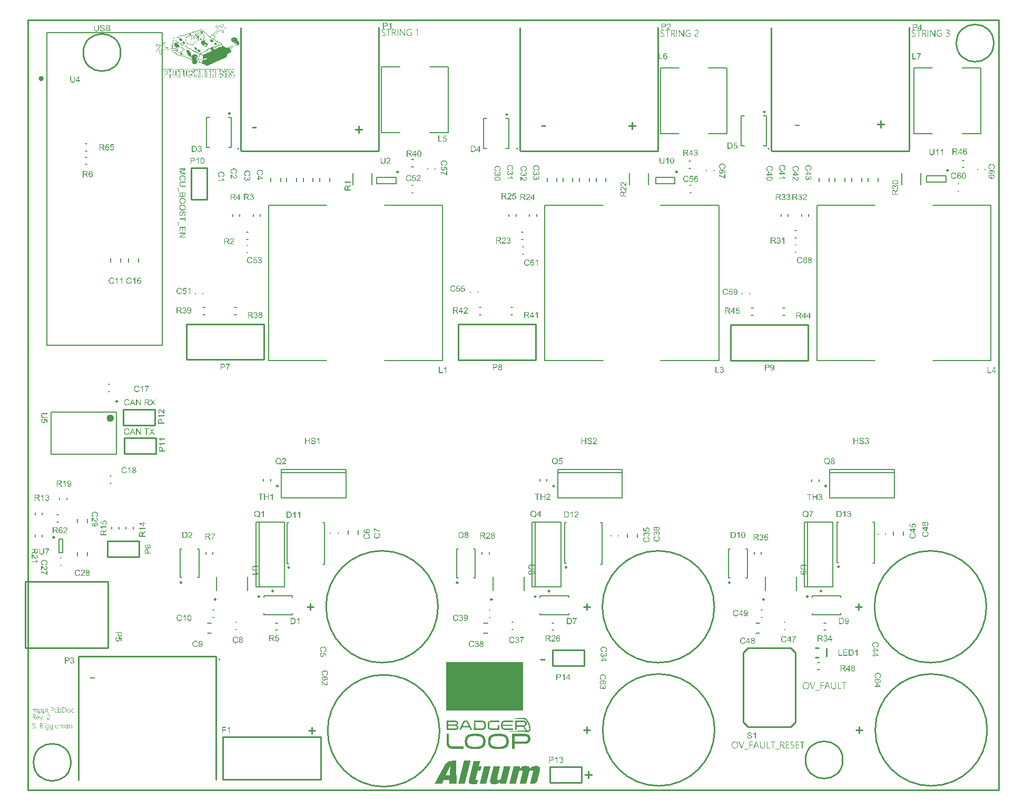
<source format=gto>
G04*
G04 #@! TF.GenerationSoftware,Altium Limited,Altium Designer,21.9.2 (33)*
G04*
G04 Layer_Color=65535*
%FSLAX25Y25*%
%MOIN*%
G70*
G04*
G04 #@! TF.SameCoordinates,9896EB03-9A59-47DE-8884-05A29DE45AA4*
G04*
G04*
G04 #@! TF.FilePolarity,Positive*
G04*
G01*
G75*
%ADD10C,0.00984*%
%ADD11C,0.01575*%
%ADD12C,0.02362*%
%ADD13C,0.01000*%
%ADD14C,0.00787*%
%ADD15C,0.00500*%
%ADD16R,0.49000X0.31000*%
G36*
X122876Y484379D02*
X122457D01*
Y484589D01*
X122876D01*
Y484379D01*
D02*
G37*
G36*
X124132Y483960D02*
X123923D01*
Y483751D01*
X123713D01*
Y483542D01*
X123294D01*
Y483751D01*
X123504D01*
Y483960D01*
X123713D01*
Y484170D01*
X123923D01*
Y484589D01*
X123713D01*
Y484798D01*
X123294D01*
Y484589D01*
X122876D01*
Y484798D01*
X123085D01*
Y485007D01*
X124132D01*
Y483960D01*
D02*
G37*
G36*
X122457Y484170D02*
X122247D01*
Y483960D01*
X122038D01*
Y483751D01*
X121619D01*
Y483542D01*
X121410D01*
Y483332D01*
X121201D01*
Y483123D01*
X120991D01*
Y483332D01*
X120572D01*
Y483542D01*
X120153D01*
Y483751D01*
X119107D01*
Y483960D01*
X120153D01*
Y483751D01*
X120782D01*
Y483542D01*
X121201D01*
Y483751D01*
X121410D01*
Y483960D01*
X121829D01*
Y484170D01*
X122038D01*
Y484379D01*
X122457D01*
Y484170D01*
D02*
G37*
G36*
X119107Y483123D02*
X119525D01*
Y482914D01*
X119944D01*
Y482704D01*
X120153D01*
Y482285D01*
X120363D01*
Y481657D01*
X120153D01*
Y482285D01*
X119944D01*
Y482704D01*
X119525D01*
Y482914D01*
X119107D01*
Y483123D01*
X118897D01*
Y483332D01*
Y483542D01*
Y483751D01*
X119107D01*
Y483123D01*
D02*
G37*
G36*
X120153Y481029D02*
X119735D01*
Y481239D01*
X119944D01*
Y481448D01*
X120153D01*
Y481029D01*
D02*
G37*
G36*
X121619Y480820D02*
X121410D01*
Y480610D01*
X120991D01*
Y480820D01*
X121201D01*
Y481029D01*
X121619D01*
Y480820D01*
D02*
G37*
G36*
X119735Y480610D02*
X119525D01*
Y481029D01*
X119735D01*
Y480610D01*
D02*
G37*
G36*
X120991Y480192D02*
X120572D01*
Y480610D01*
X120991D01*
Y480192D01*
D02*
G37*
G36*
X119525Y480401D02*
X119316D01*
Y480192D01*
X119107D01*
Y480610D01*
X119525D01*
Y480401D01*
D02*
G37*
G36*
X123294Y483332D02*
X124760D01*
Y483123D01*
X124969D01*
Y482914D01*
X125179D01*
Y482704D01*
X125388D01*
Y482076D01*
X125179D01*
Y481867D01*
X123294D01*
Y481239D01*
X123713D01*
Y481029D01*
X123923D01*
Y480820D01*
X124132D01*
Y479773D01*
X123923D01*
Y479563D01*
X123504D01*
Y479773D01*
X123294D01*
Y479982D01*
X123085D01*
Y480192D01*
Y480401D01*
X122876D01*
Y480610D01*
X122666D01*
Y480820D01*
X122457D01*
Y481029D01*
X121619D01*
Y481239D01*
X122457D01*
Y481029D01*
X122876D01*
Y480820D01*
X123085D01*
Y480401D01*
X123294D01*
Y479982D01*
X123713D01*
Y480192D01*
X123923D01*
Y480401D01*
X123713D01*
Y480820D01*
X123504D01*
Y481029D01*
X123294D01*
Y481239D01*
X123085D01*
Y482076D01*
X124969D01*
Y482285D01*
X125179D01*
Y482704D01*
X124969D01*
Y482914D01*
X124551D01*
Y483123D01*
X123713D01*
Y482914D01*
X122247D01*
Y483332D01*
X123085D01*
Y483542D01*
X123294D01*
Y483332D01*
D02*
G37*
G36*
X120572Y479982D02*
X120153D01*
Y480192D01*
X120572D01*
Y479982D01*
D02*
G37*
G36*
X120153Y479563D02*
X119735D01*
Y479773D01*
X119944D01*
Y479982D01*
X120153D01*
Y479563D01*
D02*
G37*
G36*
X119107Y479982D02*
X118897D01*
Y479773D01*
X118688D01*
Y479563D01*
X118478D01*
Y479982D01*
X118688D01*
Y480192D01*
X119107D01*
Y479982D01*
D02*
G37*
G36*
X110312Y480192D02*
X110731D01*
Y479145D01*
X110312D01*
Y478935D01*
X110731D01*
Y478726D01*
X110940D01*
Y478516D01*
X111150D01*
Y478307D01*
X111359D01*
Y478098D01*
X111569D01*
Y477888D01*
X111778D01*
Y475794D01*
X111569D01*
Y475585D01*
X111359D01*
Y475376D01*
X110940D01*
Y475166D01*
X110312D01*
Y475376D01*
X110731D01*
Y475585D01*
X111150D01*
Y475794D01*
X111359D01*
Y476004D01*
X111569D01*
Y476423D01*
Y476632D01*
Y477469D01*
X111359D01*
Y477888D01*
X111150D01*
Y478307D01*
X110731D01*
Y478516D01*
X110522D01*
Y478726D01*
X110312D01*
Y478935D01*
X109475D01*
Y479145D01*
X108009D01*
Y478935D01*
X107381D01*
Y479145D01*
X107799D01*
Y479982D01*
X108009D01*
Y479773D01*
X108218D01*
Y479354D01*
X109475D01*
Y479145D01*
X110103D01*
Y479354D01*
X109893D01*
Y479563D01*
X109684D01*
Y479773D01*
X109475D01*
Y479982D01*
X109265D01*
Y480401D01*
X109475D01*
Y480610D01*
X110312D01*
Y480192D01*
D02*
G37*
G36*
X119735Y479145D02*
X119525D01*
Y478935D01*
X119107D01*
Y479145D01*
X119316D01*
Y479354D01*
X119525D01*
Y479563D01*
X119735D01*
Y479145D01*
D02*
G37*
G36*
X118478D02*
X118269D01*
Y478935D01*
X118060D01*
Y478726D01*
X117850D01*
Y478516D01*
X117641D01*
Y478726D01*
Y478935D01*
X117850D01*
Y479145D01*
X118060D01*
Y479354D01*
X118269D01*
Y479563D01*
X118478D01*
Y479145D01*
D02*
G37*
G36*
X106543Y479354D02*
X106753D01*
Y479145D01*
X106962D01*
Y478935D01*
X107171D01*
Y478516D01*
X106753D01*
Y478307D01*
X107799D01*
Y478098D01*
X108428D01*
Y478516D01*
X108637D01*
Y478726D01*
X108846D01*
Y478935D01*
X109265D01*
Y478726D01*
X109684D01*
Y478307D01*
X109893D01*
Y476213D01*
X109684D01*
Y478307D01*
X109265D01*
Y478516D01*
X108846D01*
Y478307D01*
X108637D01*
Y476841D01*
X108428D01*
Y474747D01*
X108218D01*
Y474538D01*
X108009D01*
Y474329D01*
X107799D01*
Y474119D01*
X107381D01*
Y474538D01*
X107799D01*
Y474747D01*
X108009D01*
Y474957D01*
X108218D01*
Y475166D01*
X107381D01*
Y475376D01*
X107171D01*
Y475585D01*
X106962D01*
Y475376D01*
Y474747D01*
X106753D01*
Y475585D01*
X106543D01*
Y475794D01*
X106334D01*
Y476213D01*
X106124D01*
Y476632D01*
X105915D01*
Y476841D01*
X105496D01*
Y477051D01*
X105287D01*
Y477260D01*
X105078D01*
Y477469D01*
X104240D01*
Y477679D01*
X103402D01*
Y477469D01*
X102355D01*
Y477679D01*
X102565D01*
Y478516D01*
X102984D01*
Y477888D01*
X104659D01*
Y477679D01*
X105078D01*
Y477469D01*
X105496D01*
Y477260D01*
X105706D01*
Y477888D01*
X105915D01*
Y478307D01*
X105706D01*
Y478516D01*
X105496D01*
Y478726D01*
X105706D01*
Y478516D01*
X106543D01*
Y478726D01*
X106753D01*
Y479145D01*
X106334D01*
Y479354D01*
X106124D01*
Y479563D01*
X106543D01*
Y479354D01*
D02*
G37*
G36*
X119107Y478726D02*
Y478516D01*
X118897D01*
Y478307D01*
X118688D01*
Y478726D01*
X118897D01*
Y478935D01*
X119107D01*
Y478726D01*
D02*
G37*
G36*
X118688Y477679D02*
X118478D01*
Y478098D01*
X118688D01*
Y477679D01*
D02*
G37*
G36*
X107171Y480192D02*
X106753D01*
Y479982D01*
X105078D01*
Y479773D01*
X104449D01*
Y479563D01*
X104031D01*
Y479145D01*
X103612D01*
Y478935D01*
X102984D01*
Y478726D01*
X101727D01*
Y478516D01*
X100680D01*
Y478307D01*
X100052D01*
Y477888D01*
X99424D01*
Y477679D01*
X99005D01*
Y477469D01*
X96911D01*
Y477260D01*
X96074D01*
Y477469D01*
X96492D01*
Y477679D01*
X96911D01*
Y477888D01*
X99215D01*
Y478098D01*
X99424D01*
Y478307D01*
X99843D01*
Y478516D01*
X100471D01*
Y478726D01*
X100680D01*
Y478935D01*
X102355D01*
Y479145D01*
X103402D01*
Y479354D01*
X103612D01*
Y479563D01*
X103821D01*
Y479773D01*
X104031D01*
Y479982D01*
X104449D01*
Y480192D01*
X106334D01*
Y480401D01*
X106753D01*
Y480610D01*
X107171D01*
Y480192D01*
D02*
G37*
G36*
X101309Y477679D02*
X101518D01*
Y477469D01*
X102355D01*
Y477260D01*
X101727D01*
Y477051D01*
X101518D01*
Y476841D01*
X101099D01*
Y477051D01*
X101309D01*
Y477469D01*
X101099D01*
Y477888D01*
X101309D01*
Y477679D01*
D02*
G37*
G36*
X117641Y478307D02*
X117431D01*
Y477888D01*
X117641D01*
Y477679D01*
X117850D01*
Y477469D01*
X118269D01*
Y477679D01*
X118478D01*
Y476841D01*
X118688D01*
Y476632D01*
Y476423D01*
X118897D01*
Y476004D01*
X118688D01*
Y476423D01*
X118478D01*
Y476841D01*
X118269D01*
Y477051D01*
X118060D01*
Y477260D01*
X117641D01*
Y477469D01*
X117431D01*
Y477679D01*
X117222D01*
Y477888D01*
X115966D01*
Y478098D01*
X116175D01*
Y478307D01*
X117222D01*
Y478516D01*
X117641D01*
Y478307D01*
D02*
G37*
G36*
X118688Y475794D02*
X118478D01*
Y476004D01*
X118688D01*
Y475794D01*
D02*
G37*
G36*
X104240Y476423D02*
X104449D01*
Y476213D01*
X104659D01*
Y475794D01*
X104031D01*
Y476213D01*
X103821D01*
Y476423D01*
X104031D01*
Y476632D01*
X104240D01*
Y476423D01*
D02*
G37*
G36*
X118478Y475585D02*
X118269D01*
Y475794D01*
X118478D01*
Y475585D01*
D02*
G37*
G36*
X104240Y477051D02*
X104659D01*
Y476841D01*
X105078D01*
Y476632D01*
X105287D01*
Y476423D01*
X105496D01*
Y475585D01*
X105287D01*
Y476213D01*
X105078D01*
Y476423D01*
X104868D01*
Y476632D01*
X104659D01*
Y476841D01*
X103402D01*
Y476632D01*
X103193D01*
Y476841D01*
Y477051D01*
X103612D01*
Y477260D01*
X104240D01*
Y477051D01*
D02*
G37*
G36*
X100052Y476841D02*
X100471D01*
Y476632D01*
X100680D01*
Y476841D01*
X101099D01*
Y476423D01*
X100680D01*
Y476213D01*
X100471D01*
Y475794D01*
X100261D01*
Y475585D01*
X100052D01*
Y475794D01*
Y476004D01*
Y476213D01*
X100261D01*
Y476423D01*
X100052D01*
Y476632D01*
X99843D01*
Y476841D01*
X99633D01*
Y477051D01*
X100052D01*
Y476841D01*
D02*
G37*
G36*
X103193Y476423D02*
Y476213D01*
X103402D01*
Y476004D01*
X103612D01*
Y475794D01*
X103821D01*
Y475585D01*
X104240D01*
Y475376D01*
X104868D01*
Y475585D01*
X105287D01*
Y475376D01*
Y475166D01*
X103821D01*
Y475376D01*
X103612D01*
Y475585D01*
X103402D01*
Y475794D01*
X103193D01*
Y476213D01*
X102984D01*
Y476632D01*
X103193D01*
Y476423D01*
D02*
G37*
G36*
X109684Y475166D02*
X110312D01*
Y474957D01*
X109475D01*
Y474747D01*
X109265D01*
Y474329D01*
X109056D01*
Y475166D01*
X109265D01*
Y475794D01*
X109475D01*
Y476213D01*
X109684D01*
Y475166D01*
D02*
G37*
G36*
X96911Y475794D02*
X97330D01*
Y475585D01*
X97540D01*
Y475376D01*
X97749D01*
Y475166D01*
X97958D01*
Y474119D01*
X97540D01*
Y473910D01*
X97330D01*
Y474119D01*
X96702D01*
Y474329D01*
X96492D01*
Y474538D01*
X96283D01*
Y474747D01*
X96074D01*
Y474957D01*
X95864D01*
Y475794D01*
X96074D01*
Y476004D01*
X96911D01*
Y475794D01*
D02*
G37*
G36*
X106753Y473910D02*
X106543D01*
Y473701D01*
X106334D01*
Y474329D01*
X106543D01*
Y474747D01*
X106753D01*
Y473910D01*
D02*
G37*
G36*
X116384Y475166D02*
X116803D01*
Y474957D01*
X117013D01*
Y474538D01*
X117431D01*
Y473491D01*
X116175D01*
Y473701D01*
X115966D01*
Y473910D01*
X115756D01*
Y474119D01*
X115547D01*
Y475166D01*
X115966D01*
Y475376D01*
X116384D01*
Y475166D01*
D02*
G37*
G36*
X106334Y473491D02*
X106124D01*
Y473701D01*
X106334D01*
Y473491D01*
D02*
G37*
G36*
X106124Y473072D02*
X105706D01*
Y473282D01*
X105915D01*
Y473491D01*
X106124D01*
Y473072D01*
D02*
G37*
G36*
X105706Y472863D02*
X105496D01*
Y473072D01*
X105706D01*
Y472863D01*
D02*
G37*
G36*
X105496Y472653D02*
X105287D01*
Y472444D01*
X104449D01*
Y472653D01*
X105078D01*
Y472863D01*
X105496D01*
Y472653D01*
D02*
G37*
G36*
X99005Y473701D02*
X99215D01*
Y473491D01*
X99424D01*
Y472653D01*
X99215D01*
Y472444D01*
X98586D01*
Y472653D01*
X98377D01*
Y472863D01*
X98168D01*
Y473072D01*
X97958D01*
Y473701D01*
X98168D01*
Y473910D01*
X99005D01*
Y473701D01*
D02*
G37*
G36*
X87070Y473072D02*
X87279D01*
Y472235D01*
X87070D01*
Y472863D01*
X86861D01*
Y473072D01*
X86233D01*
Y473282D01*
X87070D01*
Y473072D01*
D02*
G37*
G36*
X86233Y472863D02*
X86023D01*
Y472444D01*
X85814D01*
Y472235D01*
X85604D01*
Y472863D01*
X85814D01*
Y473072D01*
X86233D01*
Y472863D01*
D02*
G37*
G36*
X130832Y472235D02*
X130623D01*
Y472025D01*
X130414D01*
Y472444D01*
X130832D01*
Y472235D01*
D02*
G37*
G36*
X100052Y475376D02*
Y475166D01*
Y474119D01*
X100261D01*
Y473910D01*
Y473701D01*
X100471D01*
Y473072D01*
X100680D01*
Y472863D01*
X101309D01*
Y472653D01*
X101727D01*
Y472444D01*
X104240D01*
Y472235D01*
X103821D01*
Y472025D01*
X102146D01*
Y472235D01*
X101727D01*
Y472444D01*
X100890D01*
Y472653D01*
X100680D01*
Y472863D01*
X100471D01*
Y473072D01*
X100261D01*
Y473491D01*
X100052D01*
Y474119D01*
X99843D01*
Y475585D01*
X100052D01*
Y475376D01*
D02*
G37*
G36*
X130414Y471816D02*
X129995D01*
Y472025D01*
X130414D01*
Y471816D01*
D02*
G37*
G36*
X119107Y473072D02*
X119525D01*
Y472444D01*
X119735D01*
Y472025D01*
X119525D01*
Y471816D01*
X118478D01*
Y472025D01*
X118269D01*
Y472235D01*
X118060D01*
Y473072D01*
X118478D01*
Y473282D01*
X119107D01*
Y473072D01*
D02*
G37*
G36*
X131460Y476423D02*
X131879D01*
Y476213D01*
X132298D01*
Y475794D01*
X132508D01*
Y475376D01*
X132717D01*
Y474747D01*
X132926D01*
Y474329D01*
X133136D01*
Y474119D01*
X133554D01*
Y473701D01*
X133764D01*
Y473491D01*
X133973D01*
Y473072D01*
Y472863D01*
Y472235D01*
X133764D01*
Y472025D01*
X133554D01*
Y471816D01*
X133136D01*
Y471607D01*
X132298D01*
Y471816D01*
X131879D01*
Y472025D01*
X132298D01*
Y472863D01*
X131460D01*
Y472653D01*
X131042D01*
Y472444D01*
X130832D01*
Y473491D01*
X130414D01*
Y473701D01*
X129367D01*
Y473910D01*
X129157D01*
Y474119D01*
X128948D01*
Y474747D01*
X128738D01*
Y475376D01*
X128948D01*
Y475794D01*
X129157D01*
Y476213D01*
X129367D01*
Y476423D01*
X129995D01*
Y476632D01*
X131460D01*
Y476423D01*
D02*
G37*
G36*
X131670Y471607D02*
X131460D01*
Y471816D01*
X131670D01*
Y471607D01*
D02*
G37*
G36*
X131460Y471397D02*
X131251D01*
Y471607D01*
X131460D01*
Y471397D01*
D02*
G37*
G36*
X129785D02*
X129367D01*
Y471607D01*
X129785D01*
Y471397D01*
D02*
G37*
G36*
X104659D02*
X104449D01*
Y471607D01*
X104240D01*
Y471816D01*
X104659D01*
Y471397D01*
D02*
G37*
G36*
X87070Y471816D02*
X86861D01*
Y471397D01*
X86651D01*
Y472025D01*
X86861D01*
Y472235D01*
X87070D01*
Y471816D01*
D02*
G37*
G36*
X82045Y472235D02*
X82464D01*
Y472025D01*
X82882D01*
Y471816D01*
X83929D01*
Y471607D01*
X85185D01*
Y471816D01*
X85395D01*
Y472235D01*
X85604D01*
Y471607D01*
X85395D01*
Y471397D01*
X83301D01*
Y471607D01*
X82882D01*
Y471816D01*
X82464D01*
Y472025D01*
X81207D01*
Y471816D01*
X81416D01*
Y471397D01*
X81626D01*
Y471188D01*
X81835D01*
Y470978D01*
X82673D01*
Y470769D01*
X83510D01*
Y470560D01*
X83720D01*
Y469932D01*
X83510D01*
Y470350D01*
X83301D01*
Y470560D01*
X82673D01*
Y470769D01*
X81835D01*
Y470978D01*
X81416D01*
Y471397D01*
X80998D01*
Y471816D01*
Y472025D01*
Y472235D01*
X81207D01*
Y472444D01*
X82045D01*
Y472235D01*
D02*
G37*
G36*
X131042Y470978D02*
X130832D01*
Y471397D01*
X131042D01*
Y470978D01*
D02*
G37*
G36*
X103193Y471188D02*
Y470978D01*
X102984D01*
Y471397D01*
X103193D01*
Y471188D01*
D02*
G37*
G36*
X130623Y470769D02*
X130414D01*
Y470978D01*
X130623D01*
Y470769D01*
D02*
G37*
G36*
X128948D02*
X128529D01*
Y470978D01*
X128948D01*
Y470769D01*
D02*
G37*
G36*
X111987Y474747D02*
X112406D01*
Y474329D01*
X111987D01*
Y474119D01*
X111778D01*
Y473910D01*
X111987D01*
Y473701D01*
X112197D01*
Y473491D01*
X112616D01*
Y473282D01*
X113034D01*
Y473072D01*
X113453D01*
Y472863D01*
X113872D01*
Y472444D01*
X114081D01*
Y471816D01*
X113872D01*
Y471397D01*
X113453D01*
Y471188D01*
X113244D01*
Y470978D01*
X112825D01*
Y470769D01*
X111987D01*
Y470978D01*
X111569D01*
Y471188D01*
X111359D01*
Y471397D01*
X110940D01*
Y471816D01*
X110522D01*
Y472025D01*
X110312D01*
Y472235D01*
X110103D01*
Y472444D01*
X109893D01*
Y472863D01*
X109684D01*
Y473910D01*
X109893D01*
Y474119D01*
X110103D01*
Y474329D01*
X110312D01*
Y474538D01*
X110731D01*
Y474747D01*
X111359D01*
Y474957D01*
X111987D01*
Y474747D01*
D02*
G37*
G36*
X128529Y470560D02*
X128320D01*
Y470769D01*
X128529D01*
Y470560D01*
D02*
G37*
G36*
X129367Y470978D02*
X129785D01*
Y470769D01*
X130414D01*
Y470560D01*
X129995D01*
Y470350D01*
X129785D01*
Y470769D01*
X129367D01*
Y470978D01*
X128948D01*
Y471397D01*
X129367D01*
Y470978D01*
D02*
G37*
G36*
X128320Y470350D02*
X127901D01*
Y470560D01*
X128320D01*
Y470350D01*
D02*
G37*
G36*
X104240D02*
X104031D01*
Y470769D01*
X104240D01*
Y470350D01*
D02*
G37*
G36*
X129785Y470141D02*
X129367D01*
Y470350D01*
X129785D01*
Y470141D01*
D02*
G37*
G36*
X127901D02*
X127691D01*
Y470350D01*
X127901D01*
Y470141D01*
D02*
G37*
G36*
X129367Y469932D02*
X129157D01*
Y469722D01*
X128948D01*
Y470141D01*
X129367D01*
Y469932D01*
D02*
G37*
G36*
X83510Y469722D02*
X83092D01*
Y469932D01*
X83510D01*
Y469722D01*
D02*
G37*
G36*
X128948Y469513D02*
X128738D01*
Y469303D01*
X128320D01*
Y469513D01*
X128529D01*
Y469722D01*
X128948D01*
Y469513D01*
D02*
G37*
G36*
X83092Y469303D02*
X82464D01*
Y469513D01*
X82673D01*
Y469722D01*
X83092D01*
Y469303D01*
D02*
G37*
G36*
X87279Y469094D02*
X86651D01*
Y469303D01*
X87279D01*
Y469094D01*
D02*
G37*
G36*
X106753Y469932D02*
X106962D01*
Y469722D01*
X107171D01*
Y468885D01*
X106962D01*
Y468675D01*
X106543D01*
Y468885D01*
X106334D01*
Y469094D01*
X105915D01*
Y469303D01*
X105706D01*
Y469722D01*
X105496D01*
Y470141D01*
X106753D01*
Y469932D01*
D02*
G37*
G36*
X88745Y468885D02*
X89583D01*
Y468675D01*
X88117D01*
Y468885D01*
X87489D01*
Y469094D01*
X88745D01*
Y468885D01*
D02*
G37*
G36*
X86651Y468675D02*
X86233D01*
Y469094D01*
X86651D01*
Y468675D01*
D02*
G37*
G36*
X83510Y468466D02*
X83301D01*
Y468256D01*
X82882D01*
Y468466D01*
X83092D01*
Y468675D01*
X83510D01*
Y468466D01*
D02*
G37*
G36*
X115338Y468047D02*
X115128D01*
Y468256D01*
X115338D01*
Y468047D01*
D02*
G37*
G36*
X98586D02*
X98377D01*
Y468256D01*
X98586D01*
Y468047D01*
D02*
G37*
G36*
X82882D02*
X82464D01*
Y468256D01*
X82882D01*
Y468047D01*
D02*
G37*
G36*
X98377Y467838D02*
X98168D01*
Y467628D01*
X97540D01*
Y467838D01*
X97958D01*
Y468047D01*
X98377D01*
Y467838D01*
D02*
G37*
G36*
X82464Y469094D02*
X82045D01*
Y468885D01*
X81626D01*
Y468675D01*
X81416D01*
Y468466D01*
X81207D01*
Y468047D01*
X81416D01*
Y467838D01*
X81835D01*
Y468047D01*
X82464D01*
Y467838D01*
X82045D01*
Y467628D01*
X80998D01*
Y468675D01*
X81207D01*
Y468885D01*
X81416D01*
Y469094D01*
X81835D01*
Y469303D01*
X82464D01*
Y469094D01*
D02*
G37*
G36*
X97540Y467419D02*
X96911D01*
Y467628D01*
X97540D01*
Y467419D01*
D02*
G37*
G36*
X108428Y468675D02*
X108846D01*
Y468466D01*
X109056D01*
Y468256D01*
X109265D01*
Y468047D01*
Y467838D01*
Y467628D01*
X109475D01*
Y467419D01*
X109265D01*
Y467209D01*
X108428D01*
Y467419D01*
X108218D01*
Y467628D01*
X107799D01*
Y468047D01*
X107590D01*
Y468256D01*
X107381D01*
Y468675D01*
X107590D01*
Y468885D01*
X108428D01*
Y468675D01*
D02*
G37*
G36*
X86023Y468466D02*
X85604D01*
Y468256D01*
X84767D01*
Y467628D01*
X84976D01*
Y467209D01*
Y467000D01*
X84767D01*
Y467628D01*
X84557D01*
Y468466D01*
X85185D01*
Y468675D01*
X86023D01*
Y468466D01*
D02*
G37*
G36*
X83720Y468675D02*
X83929D01*
Y468047D01*
X83720D01*
Y467628D01*
Y467419D01*
Y467000D01*
X83510D01*
Y468256D01*
X83720D01*
Y468675D01*
X83510D01*
Y468885D01*
X83720D01*
Y468675D01*
D02*
G37*
G36*
X83510Y466581D02*
X83301D01*
Y467000D01*
X83510D01*
Y466581D01*
D02*
G37*
G36*
X84767D02*
Y466372D01*
X84557D01*
Y467000D01*
X84767D01*
Y466581D01*
D02*
G37*
G36*
X84557Y465953D02*
X83510D01*
Y466372D01*
X83720D01*
Y466162D01*
X84139D01*
Y466372D01*
X84557D01*
Y465953D01*
D02*
G37*
G36*
X97330Y466791D02*
X97540D01*
Y466581D01*
X97958D01*
Y466372D01*
X98168D01*
Y465744D01*
X96911D01*
Y466162D01*
X96702D01*
Y466791D01*
X96911D01*
Y467000D01*
X97330D01*
Y466791D01*
D02*
G37*
G36*
X110522Y481448D02*
X110731D01*
Y481239D01*
X110940D01*
Y481029D01*
X111150D01*
Y480610D01*
X111359D01*
Y480401D01*
X111569D01*
Y480192D01*
X111778D01*
Y479982D01*
X111987D01*
Y479563D01*
X112616D01*
Y479354D01*
X112825D01*
Y479145D01*
X113244D01*
Y478935D01*
X113453D01*
Y478726D01*
X113662D01*
Y478516D01*
X113872D01*
Y478307D01*
X114081D01*
Y477888D01*
X114291D01*
Y477679D01*
X114500D01*
Y477469D01*
X114709D01*
Y477260D01*
X115128D01*
Y477051D01*
X115338D01*
Y476841D01*
X115547D01*
Y477679D01*
X115756D01*
Y477888D01*
X115966D01*
Y477260D01*
X115756D01*
Y476841D01*
X115966D01*
Y476632D01*
X116175D01*
Y476423D01*
X116384D01*
Y476213D01*
X116594D01*
Y476004D01*
X116803D01*
Y475794D01*
X117431D01*
Y475585D01*
X118269D01*
Y475166D01*
X118478D01*
Y474957D01*
X118688D01*
Y474747D01*
X118897D01*
Y474538D01*
X119107D01*
Y474329D01*
X119525D01*
Y474119D01*
X120572D01*
Y473910D01*
X120782D01*
Y473701D01*
X121201D01*
Y473491D01*
X121829D01*
Y473282D01*
X122247D01*
Y473072D01*
X122666D01*
Y472653D01*
X122876D01*
Y472235D01*
X122666D01*
Y471816D01*
X123085D01*
Y471607D01*
X123294D01*
Y471397D01*
X123713D01*
Y471188D01*
X123923D01*
Y470978D01*
X124341D01*
Y470769D01*
X124760D01*
Y470560D01*
X124969D01*
Y470350D01*
X125388D01*
Y470141D01*
X125807D01*
Y469932D01*
X126435D01*
Y470141D01*
X127691D01*
Y469722D01*
X127901D01*
Y469303D01*
X128320D01*
Y468675D01*
X128529D01*
Y468256D01*
X128738D01*
Y467419D01*
X128320D01*
Y467000D01*
X127901D01*
Y466791D01*
X127691D01*
Y466581D01*
X127273D01*
Y466372D01*
X126854D01*
Y466162D01*
X126645D01*
Y465953D01*
X126226D01*
Y465744D01*
X126016D01*
Y464487D01*
X125807D01*
Y464069D01*
X125598D01*
Y463859D01*
X125179D01*
Y463650D01*
X124551D01*
Y463440D01*
X124132D01*
Y463231D01*
X123713D01*
Y463022D01*
X123085D01*
Y462812D01*
X122666D01*
Y462603D01*
X122247D01*
Y462393D01*
X122038D01*
Y462184D01*
X121410D01*
Y461975D01*
X120782D01*
Y461765D01*
X120572D01*
Y461556D01*
X119944D01*
Y461346D01*
X119525D01*
Y461137D01*
X119107D01*
Y460928D01*
X118478D01*
Y460718D01*
X118269D01*
Y460509D01*
X117641D01*
Y460299D01*
X117013D01*
Y460090D01*
X116803D01*
Y459881D01*
X116384D01*
Y459671D01*
X115966D01*
Y459462D01*
X115338D01*
Y459253D01*
X114919D01*
Y459043D01*
X114500D01*
Y458834D01*
X113872D01*
Y458624D01*
X113662D01*
Y458415D01*
X113453D01*
Y458624D01*
X113034D01*
Y458834D01*
X112616D01*
Y459043D01*
X112406D01*
Y459253D01*
X111778D01*
Y459462D01*
X111150D01*
Y459671D01*
X110940D01*
Y459881D01*
X110312D01*
Y460090D01*
X110103D01*
Y460299D01*
X109475D01*
Y460509D01*
X108846D01*
Y460718D01*
X108637D01*
Y460928D01*
X108009D01*
Y461346D01*
X108428D01*
Y461556D01*
X109056D01*
Y461346D01*
X108637D01*
Y461137D01*
X108846D01*
Y460928D01*
X109684D01*
Y460718D01*
X109893D01*
Y460509D01*
X110522D01*
Y461765D01*
X110103D01*
Y461556D01*
X109684D01*
Y461765D01*
X109893D01*
Y461975D01*
X110731D01*
Y462184D01*
X111359D01*
Y462812D01*
X111150D01*
Y463022D01*
X110731D01*
Y465115D01*
Y465325D01*
X110103D01*
Y465534D01*
X109893D01*
Y465744D01*
X109265D01*
Y465953D01*
X108846D01*
Y464278D01*
X108428D01*
Y464697D01*
X108637D01*
Y465744D01*
X108428D01*
Y466162D01*
X108218D01*
Y466372D01*
X107799D01*
Y466581D01*
X107381D01*
Y466791D01*
X107171D01*
Y467000D01*
X106962D01*
Y467209D01*
X106753D01*
Y467419D01*
X105078D01*
Y467628D01*
X104868D01*
Y467838D01*
X104659D01*
Y468047D01*
X104240D01*
Y468466D01*
X104031D01*
Y468675D01*
X103821D01*
Y468885D01*
X103612D01*
Y469094D01*
X102984D01*
Y469303D01*
X101727D01*
Y469513D01*
X101518D01*
Y469722D01*
X101099D01*
Y470141D01*
X100680D01*
Y470560D01*
X100471D01*
Y470769D01*
X100052D01*
Y470978D01*
X99633D01*
Y471188D01*
X98168D01*
Y471397D01*
X97749D01*
Y471607D01*
X97540D01*
Y471816D01*
X97330D01*
Y472025D01*
X97121D01*
Y472235D01*
X96911D01*
Y472444D01*
X96492D01*
Y472863D01*
X95446D01*
Y473072D01*
X94817D01*
Y473491D01*
X94399D01*
Y473701D01*
X93980D01*
Y474119D01*
X93770D01*
Y474329D01*
X93352D01*
Y474538D01*
X91886D01*
Y474119D01*
X92095D01*
Y473701D01*
X92305D01*
Y472863D01*
X92095D01*
Y472444D01*
X91886D01*
Y472025D01*
X91677D01*
Y471397D01*
X91467D01*
Y470978D01*
X91677D01*
Y470350D01*
X91886D01*
Y469722D01*
X92095D01*
Y469513D01*
X93770D01*
Y470350D01*
X93561D01*
Y470769D01*
X93352D01*
Y470978D01*
X93142D01*
Y471397D01*
X92933D01*
Y472863D01*
X93142D01*
Y473072D01*
X93561D01*
Y473282D01*
X93980D01*
Y473072D01*
X94608D01*
Y472863D01*
X94817D01*
Y472653D01*
X95027D01*
Y472444D01*
X95236D01*
Y472025D01*
X95446D01*
Y471816D01*
X95655D01*
Y471397D01*
X95864D01*
Y470978D01*
X96074D01*
Y470350D01*
X96911D01*
Y470141D01*
X97958D01*
Y469932D01*
X98377D01*
Y469722D01*
X98586D01*
Y469513D01*
X98796D01*
Y469303D01*
X99005D01*
Y468256D01*
X98586D01*
Y468675D01*
X98796D01*
Y469094D01*
X98586D01*
Y469513D01*
X98377D01*
Y469722D01*
X97540D01*
Y469932D01*
X96911D01*
Y470141D01*
X94189D01*
Y469932D01*
X93980D01*
Y469513D01*
X94189D01*
Y469303D01*
X94817D01*
Y469722D01*
X95027D01*
Y468047D01*
X94399D01*
Y467628D01*
X94817D01*
Y467419D01*
X95655D01*
Y467209D01*
X96074D01*
Y467419D01*
X96911D01*
Y467209D01*
X96702D01*
Y467000D01*
X95027D01*
Y467209D01*
X94817D01*
Y467419D01*
X94399D01*
Y467628D01*
X93980D01*
Y468047D01*
X93770D01*
Y468256D01*
X91677D01*
Y468047D01*
X91886D01*
Y467419D01*
X92724D01*
Y467209D01*
X92933D01*
Y467000D01*
X93561D01*
Y466791D01*
X93770D01*
Y466581D01*
X93980D01*
Y466372D01*
X94189D01*
Y466162D01*
X94399D01*
Y465953D01*
X94817D01*
Y465744D01*
X96492D01*
Y465534D01*
X96702D01*
Y465325D01*
X97121D01*
Y465115D01*
X97330D01*
Y464906D01*
X99633D01*
Y464697D01*
X100052D01*
Y464487D01*
X100261D01*
Y464278D01*
X100471D01*
Y464069D01*
X100680D01*
Y463859D01*
X101099D01*
Y463650D01*
X102146D01*
Y463440D01*
X102355D01*
Y463231D01*
X102774D01*
Y463022D01*
X103193D01*
Y462812D01*
X103402D01*
Y462603D01*
X104031D01*
Y463022D01*
X103821D01*
Y463650D01*
X103612D01*
Y464487D01*
X103821D01*
Y464906D01*
X104031D01*
Y465325D01*
X104240D01*
Y465534D01*
X104659D01*
Y465744D01*
X105287D01*
Y465953D01*
X106124D01*
Y465744D01*
X106753D01*
Y465534D01*
X107171D01*
Y465325D01*
X107381D01*
Y463650D01*
X107171D01*
Y463231D01*
X106962D01*
Y462184D01*
X107590D01*
Y463022D01*
X107799D01*
Y463859D01*
X108009D01*
Y464278D01*
X108428D01*
Y463859D01*
X108218D01*
Y463440D01*
X108009D01*
Y462393D01*
X108637D01*
Y462603D01*
X109265D01*
Y462393D01*
X108846D01*
Y462184D01*
X107799D01*
Y461975D01*
X107171D01*
Y461137D01*
X107799D01*
Y460928D01*
X107171D01*
Y460299D01*
X106753D01*
Y460090D01*
X106543D01*
Y459881D01*
X106124D01*
Y459671D01*
X105915D01*
Y459462D01*
X105078D01*
Y459671D01*
X104659D01*
Y459881D01*
X104449D01*
Y460299D01*
X104240D01*
Y461975D01*
X104031D01*
Y462184D01*
X103402D01*
Y462393D01*
X103193D01*
Y462603D01*
X102774D01*
Y462812D01*
X102565D01*
Y463022D01*
X102146D01*
Y463231D01*
X101099D01*
Y463440D01*
X100890D01*
Y463650D01*
X100471D01*
Y463859D01*
X100261D01*
Y464069D01*
X100052D01*
Y464278D01*
X99633D01*
Y464487D01*
X99424D01*
Y464697D01*
X97121D01*
Y464906D01*
X96702D01*
Y465115D01*
X96492D01*
Y465325D01*
X94817D01*
Y465534D01*
X94399D01*
Y465744D01*
X93980D01*
Y465953D01*
X93770D01*
Y466372D01*
X93352D01*
Y466581D01*
X92933D01*
Y466791D01*
X92724D01*
Y467000D01*
X91886D01*
Y467209D01*
X91677D01*
Y467628D01*
X91467D01*
Y468256D01*
X91258D01*
Y468466D01*
X90211D01*
Y468675D01*
X92724D01*
Y468466D01*
X94189D01*
Y468256D01*
X94608D01*
Y468675D01*
X94817D01*
Y469094D01*
X93980D01*
Y469303D01*
X90211D01*
Y469513D01*
X89164D01*
Y469722D01*
X87698D01*
Y469932D01*
X87070D01*
Y470141D01*
X86861D01*
Y470350D01*
X86651D01*
Y470978D01*
X86442D01*
Y471397D01*
X86651D01*
Y470978D01*
X86861D01*
Y470769D01*
X87070D01*
Y470141D01*
X88326D01*
Y469932D01*
X89164D01*
Y469722D01*
X91467D01*
Y470350D01*
X91258D01*
Y472025D01*
X91467D01*
Y472235D01*
X91677D01*
Y472863D01*
X91886D01*
Y473701D01*
X91677D01*
Y476004D01*
X91886D01*
Y476213D01*
X92305D01*
Y476423D01*
X94399D01*
Y476632D01*
X94817D01*
Y476841D01*
X95446D01*
Y477051D01*
X95655D01*
Y477260D01*
X96074D01*
Y476841D01*
X95655D01*
Y476632D01*
X95446D01*
Y476423D01*
X94608D01*
Y476213D01*
X92724D01*
Y476004D01*
X92305D01*
Y475794D01*
X91886D01*
Y474957D01*
X92095D01*
Y474747D01*
X92514D01*
Y474957D01*
X93142D01*
Y474747D01*
X93770D01*
Y474538D01*
X93980D01*
Y474329D01*
X94189D01*
Y474119D01*
X94399D01*
Y473910D01*
X94817D01*
Y473701D01*
X95027D01*
Y473491D01*
X95446D01*
Y473282D01*
X95864D01*
Y473072D01*
X96702D01*
Y472863D01*
X97121D01*
Y472653D01*
X97330D01*
Y472444D01*
X97540D01*
Y472025D01*
X97958D01*
Y471816D01*
X98377D01*
Y471607D01*
X98586D01*
Y471397D01*
X100261D01*
Y471188D01*
X100471D01*
Y470978D01*
X100680D01*
Y470769D01*
X101099D01*
Y470350D01*
X101309D01*
Y470141D01*
X101518D01*
Y469932D01*
X101727D01*
Y469722D01*
X102774D01*
Y469513D01*
X103193D01*
Y469303D01*
X103821D01*
Y469094D01*
X104240D01*
Y468675D01*
X104449D01*
Y468466D01*
X104659D01*
Y468256D01*
X104868D01*
Y468047D01*
X105287D01*
Y467838D01*
X105496D01*
Y467628D01*
X105915D01*
Y467838D01*
X106543D01*
Y467628D01*
X107171D01*
Y467419D01*
X107381D01*
Y467000D01*
X107799D01*
Y466791D01*
X108009D01*
Y466581D01*
X108428D01*
Y466372D01*
X109265D01*
Y466581D01*
X109684D01*
Y466791D01*
X109893D01*
Y467000D01*
X110312D01*
Y467209D01*
X110522D01*
Y467419D01*
X111359D01*
Y467628D01*
X112197D01*
Y467838D01*
X112406D01*
Y468047D01*
X112825D01*
Y467628D01*
X112406D01*
Y467419D01*
X111778D01*
Y467209D01*
X111150D01*
Y467000D01*
X110522D01*
Y466791D01*
X110312D01*
Y466581D01*
X109893D01*
Y466372D01*
X109684D01*
Y465953D01*
X110312D01*
Y465744D01*
X110731D01*
Y465534D01*
X110940D01*
Y465744D01*
X111569D01*
Y465953D01*
X112197D01*
Y466162D01*
X112406D01*
Y466372D01*
X113034D01*
Y466581D01*
X113453D01*
Y466791D01*
X113872D01*
Y467000D01*
X114500D01*
Y467209D01*
X114709D01*
Y467419D01*
X115338D01*
Y467628D01*
X115756D01*
Y467838D01*
X115966D01*
Y468047D01*
X116594D01*
Y468466D01*
X116384D01*
Y468675D01*
X116175D01*
Y468885D01*
X115966D01*
Y469094D01*
X115547D01*
Y468256D01*
X115338D01*
Y469303D01*
X114500D01*
Y469094D01*
X113872D01*
Y468885D01*
X113662D01*
Y468675D01*
X113453D01*
Y468466D01*
X114081D01*
Y468256D01*
X113034D01*
Y468047D01*
X112825D01*
Y468466D01*
X113034D01*
Y468675D01*
X113244D01*
Y468885D01*
X113453D01*
Y469094D01*
X113662D01*
Y469303D01*
X114081D01*
Y469513D01*
X114500D01*
Y469722D01*
X115756D01*
Y469932D01*
X115966D01*
Y470141D01*
X116384D01*
Y470350D01*
X116594D01*
Y470560D01*
X116803D01*
Y470769D01*
X117431D01*
Y470978D01*
X119525D01*
Y471188D01*
X119735D01*
Y471397D01*
X120153D01*
Y471607D01*
X120363D01*
Y471816D01*
X121619D01*
Y472025D01*
X122247D01*
Y472235D01*
X122457D01*
Y472653D01*
X122247D01*
Y472863D01*
X122038D01*
Y473072D01*
X121201D01*
Y473282D01*
X120991D01*
Y473491D01*
X120572D01*
Y473701D01*
X119525D01*
Y473910D01*
X119107D01*
Y474119D01*
X118688D01*
Y474538D01*
X118478D01*
Y474747D01*
X118060D01*
Y475166D01*
X117431D01*
Y475376D01*
X117222D01*
Y475585D01*
X116594D01*
Y475794D01*
X116384D01*
Y476213D01*
X115966D01*
Y476423D01*
X115338D01*
Y476632D01*
X115128D01*
Y476841D01*
X114709D01*
Y477051D01*
X114500D01*
Y477260D01*
X114081D01*
Y477679D01*
X113872D01*
Y478098D01*
X113662D01*
Y478307D01*
X113453D01*
Y478516D01*
X113034D01*
Y478935D01*
X112406D01*
Y479145D01*
X111987D01*
Y479563D01*
X111569D01*
Y479773D01*
X111359D01*
Y480192D01*
X110940D01*
Y480610D01*
X110731D01*
Y481029D01*
X110522D01*
Y481239D01*
X109265D01*
Y481029D01*
X109056D01*
Y480820D01*
X108846D01*
Y480610D01*
X107171D01*
Y481029D01*
X108846D01*
Y481239D01*
X109056D01*
Y481448D01*
X109265D01*
Y481657D01*
X110522D01*
Y481448D01*
D02*
G37*
G36*
X101727Y468466D02*
X101937D01*
Y468256D01*
X102146D01*
Y468047D01*
X102355D01*
Y467838D01*
X102565D01*
Y467419D01*
X102984D01*
Y466791D01*
X103193D01*
Y466372D01*
X103402D01*
Y465953D01*
X103612D01*
Y464697D01*
X103402D01*
Y464487D01*
X103193D01*
Y464278D01*
X102565D01*
Y464487D01*
X102355D01*
Y464697D01*
X102146D01*
Y464906D01*
X101727D01*
Y465325D01*
X101518D01*
Y465534D01*
Y465744D01*
X101099D01*
Y466372D01*
X100890D01*
Y466581D01*
X100680D01*
Y467419D01*
X100471D01*
Y468466D01*
X100680D01*
Y468675D01*
X101727D01*
Y468466D01*
D02*
G37*
G36*
X110731Y462812D02*
X110312D01*
Y462603D01*
X109475D01*
Y462812D01*
X109893D01*
Y463022D01*
X110731D01*
Y462812D01*
D02*
G37*
G36*
X109265Y461556D02*
X109056D01*
Y461765D01*
X109265D01*
Y461556D01*
D02*
G37*
G36*
X123294Y456321D02*
X122666D01*
Y456531D01*
X123294D01*
Y456321D01*
D02*
G37*
G36*
X103612D02*
X102984D01*
Y456531D01*
X103612D01*
Y456321D01*
D02*
G37*
G36*
X128529D02*
X128110D01*
Y456112D01*
X127691D01*
Y456321D01*
X127901D01*
Y456531D01*
X128529D01*
Y456321D01*
D02*
G37*
G36*
X102984Y456112D02*
X102774D01*
Y456321D01*
X102984D01*
Y456112D01*
D02*
G37*
G36*
X100052Y456321D02*
X99633D01*
Y456112D01*
X99424D01*
Y456531D01*
X100052D01*
Y456321D01*
D02*
G37*
G36*
X93352D02*
X92933D01*
Y456112D01*
X92724D01*
Y456321D01*
Y456531D01*
X93352D01*
Y456321D01*
D02*
G37*
G36*
X122666Y456112D02*
X122457D01*
Y455902D01*
X122247D01*
Y456321D01*
X122666D01*
Y456112D01*
D02*
G37*
G36*
X110312Y456321D02*
X110522D01*
Y456112D01*
X110731D01*
Y455693D01*
X110940D01*
Y455484D01*
Y454646D01*
X110731D01*
Y455484D01*
X110522D01*
Y455693D01*
X110312D01*
Y456321D01*
X109265D01*
Y451086D01*
X108846D01*
Y451924D01*
Y452133D01*
Y455065D01*
X108637D01*
Y454855D01*
X108428D01*
Y455484D01*
X108637D01*
Y455693D01*
X108846D01*
Y456321D01*
X107590D01*
Y455693D01*
X107381D01*
Y454855D01*
X107171D01*
Y455693D01*
X106962D01*
Y456321D01*
X105706D01*
Y455693D01*
X105915D01*
Y455484D01*
X106124D01*
Y454855D01*
X105915D01*
Y455065D01*
X105706D01*
Y454855D01*
X105496D01*
Y455274D01*
X105287D01*
Y456112D01*
X104868D01*
Y456321D01*
X104240D01*
Y456531D01*
X105078D01*
Y456321D01*
X105287D01*
Y456112D01*
X105496D01*
Y456531D01*
X107171D01*
Y455902D01*
X107381D01*
Y456531D01*
X110312D01*
Y456321D01*
D02*
G37*
G36*
X102774Y455902D02*
X102565D01*
Y456112D01*
X102774D01*
Y455902D01*
D02*
G37*
G36*
X98586Y456321D02*
X98796D01*
Y455902D01*
X99005D01*
Y456112D01*
X99424D01*
Y455902D01*
X99215D01*
Y455693D01*
X99005D01*
Y451715D01*
X99215D01*
Y451505D01*
X99424D01*
Y451296D01*
X99633D01*
Y451086D01*
X99424D01*
Y451296D01*
X99005D01*
Y451715D01*
X98796D01*
Y452552D01*
X98586D01*
Y455065D01*
X97958D01*
Y451086D01*
X97749D01*
Y455274D01*
X98586D01*
Y456321D01*
X95655D01*
Y455274D01*
X96492D01*
Y451086D01*
X96283D01*
Y455065D01*
X95446D01*
Y454855D01*
X95236D01*
Y455693D01*
X95027D01*
Y456112D01*
X94608D01*
Y456321D01*
X94189D01*
Y456531D01*
X94817D01*
Y456321D01*
X95027D01*
Y456112D01*
X95236D01*
Y455902D01*
X95446D01*
Y456531D01*
X98586D01*
Y456321D01*
D02*
G37*
G36*
X91886Y455484D02*
X92095D01*
Y455693D01*
X92305D01*
Y451715D01*
X92514D01*
Y451505D01*
X92724D01*
Y451296D01*
X92933D01*
Y451086D01*
X92724D01*
Y451296D01*
X92305D01*
Y451715D01*
X92095D01*
Y452133D01*
X91886D01*
Y451086D01*
X91677D01*
Y456321D01*
X90420D01*
Y454646D01*
X90211D01*
Y454437D01*
X89792D01*
Y456321D01*
X88536D01*
Y451086D01*
X88326D01*
Y451296D01*
Y451505D01*
Y453599D01*
X88117D01*
Y455902D01*
X87908D01*
Y456112D01*
X87489D01*
Y456321D01*
X85185D01*
Y456531D01*
X87698D01*
Y456321D01*
X87908D01*
Y456112D01*
X88117D01*
Y455902D01*
X88326D01*
Y456531D01*
X91886D01*
Y455484D01*
D02*
G37*
G36*
X124760Y456321D02*
Y456112D01*
X125179D01*
Y455693D01*
X124969D01*
Y455902D01*
X124760D01*
Y456112D01*
X124551D01*
Y456321D01*
X124132D01*
Y456531D01*
X124760D01*
Y456321D01*
D02*
G37*
G36*
X92724Y455902D02*
X92514D01*
Y455693D01*
X92305D01*
Y456112D01*
X92724D01*
Y455902D01*
D02*
G37*
G36*
X129995Y456321D02*
X130204D01*
Y456112D01*
X130414D01*
Y455902D01*
X130623D01*
Y454646D01*
X129785D01*
Y454227D01*
X129995D01*
Y454018D01*
X130204D01*
Y453808D01*
X130414D01*
Y453599D01*
X130623D01*
Y453180D01*
X130832D01*
Y452343D01*
Y452133D01*
Y451715D01*
X130623D01*
Y451296D01*
X130414D01*
Y451924D01*
X130623D01*
Y452971D01*
X130414D01*
Y453599D01*
X130204D01*
Y453808D01*
X129995D01*
Y454018D01*
X129785D01*
Y454227D01*
X129367D01*
Y454437D01*
X128948D01*
Y454855D01*
X128738D01*
Y455484D01*
X129157D01*
Y455065D01*
X129367D01*
Y454855D01*
X130414D01*
Y455902D01*
X130204D01*
Y456112D01*
X129785D01*
Y456321D01*
X129367D01*
Y456531D01*
X129995D01*
Y456321D01*
D02*
G37*
G36*
X121201Y454437D02*
X120991D01*
Y454646D01*
X121201D01*
Y454437D01*
D02*
G37*
G36*
X87070Y454855D02*
Y454646D01*
Y454227D01*
X86861D01*
Y454018D01*
X86651D01*
Y455484D01*
X87070D01*
Y454855D01*
D02*
G37*
G36*
X108428Y453808D02*
X108218D01*
Y454227D01*
Y454437D01*
X108428D01*
Y453808D01*
D02*
G37*
G36*
X106334Y454018D02*
Y453808D01*
X106124D01*
Y454437D01*
X106334D01*
Y454018D01*
D02*
G37*
G36*
X88117Y453390D02*
X87908D01*
Y453599D01*
X88117D01*
Y453390D01*
D02*
G37*
G36*
X87908Y453180D02*
X87698D01*
Y452971D01*
X86651D01*
Y453180D01*
X87279D01*
Y453390D01*
X87908D01*
Y453180D01*
D02*
G37*
G36*
X127273Y455693D02*
X127482D01*
Y456112D01*
X127691D01*
Y455484D01*
X127482D01*
Y454437D01*
X127691D01*
Y454018D01*
X127901D01*
Y453808D01*
X128320D01*
Y453390D01*
X128738D01*
Y453180D01*
X128948D01*
Y452971D01*
X129157D01*
Y452762D01*
X129367D01*
Y452133D01*
X129157D01*
Y451924D01*
X128948D01*
Y452133D01*
X128738D01*
Y452971D01*
X127691D01*
Y453180D01*
X128320D01*
Y453390D01*
X127901D01*
Y453808D01*
X127691D01*
Y454018D01*
X127482D01*
Y454227D01*
X127273D01*
Y452971D01*
X127691D01*
Y452762D01*
X127482D01*
Y452343D01*
X127691D01*
Y451505D01*
X127901D01*
Y451296D01*
X128320D01*
Y451086D01*
X127901D01*
Y451296D01*
X127691D01*
Y451505D01*
X127482D01*
Y451924D01*
X127273D01*
Y451086D01*
X126854D01*
Y451296D01*
X127063D01*
Y456112D01*
X126854D01*
Y456321D01*
X125807D01*
Y455693D01*
Y455484D01*
Y451086D01*
X125388D01*
Y451505D01*
X125179D01*
Y453390D01*
X124969D01*
Y453599D01*
Y453808D01*
X124551D01*
Y454018D01*
X124341D01*
Y454227D01*
X124132D01*
Y454437D01*
X123713D01*
Y454646D01*
X123504D01*
Y454855D01*
X123294D01*
Y455484D01*
X123923D01*
Y454855D01*
X125179D01*
Y454646D01*
X124341D01*
Y454227D01*
X124551D01*
Y454018D01*
X124969D01*
Y453808D01*
X125179D01*
Y453390D01*
X125388D01*
Y454855D01*
X125179D01*
Y455484D01*
X125388D01*
Y456531D01*
X127273D01*
Y455693D01*
D02*
G37*
G36*
X122038Y455902D02*
X122247D01*
Y454018D01*
X122457D01*
Y453808D01*
X122876D01*
Y453599D01*
X123085D01*
Y453390D01*
X123294D01*
Y453180D01*
X123713D01*
Y452971D01*
X123923D01*
Y451924D01*
X123504D01*
Y452133D01*
X123294D01*
Y452971D01*
X122247D01*
Y453180D01*
X123085D01*
Y453390D01*
X122666D01*
Y453599D01*
X122457D01*
Y453808D01*
X122247D01*
Y454018D01*
X122038D01*
Y453390D01*
X121829D01*
Y453180D01*
X121201D01*
Y452971D01*
X120782D01*
Y453180D01*
X120991D01*
Y453390D01*
X121619D01*
Y454437D01*
X122038D01*
Y455065D01*
X120991D01*
Y455274D01*
X121619D01*
Y455484D01*
X121829D01*
Y456112D01*
X121619D01*
Y456321D01*
X119525D01*
Y451296D01*
Y451086D01*
X119316D01*
Y456531D01*
X122038D01*
Y455902D01*
D02*
G37*
G36*
X101518Y456321D02*
X101727D01*
Y456112D01*
X101937D01*
Y455693D01*
X102146D01*
Y455484D01*
X102355D01*
Y455902D01*
X102565D01*
Y454855D01*
Y454646D01*
Y454018D01*
X102984D01*
Y453808D01*
X103193D01*
Y453390D01*
X103612D01*
Y453180D01*
X104031D01*
Y452971D01*
X104240D01*
Y451924D01*
X103821D01*
Y452343D01*
X103612D01*
Y452971D01*
X102565D01*
Y453180D01*
X103193D01*
Y453390D01*
X102984D01*
Y453808D01*
X102565D01*
Y454018D01*
X102355D01*
Y454227D01*
X102146D01*
Y454855D01*
X101937D01*
Y455693D01*
X101727D01*
Y455902D01*
Y456112D01*
X101309D01*
Y456321D01*
X100890D01*
Y456531D01*
X101518D01*
Y456321D01*
D02*
G37*
G36*
X100680Y454018D02*
Y453808D01*
Y451924D01*
X100471D01*
Y452133D01*
X100261D01*
Y455484D01*
X100680D01*
Y454018D01*
D02*
G37*
G36*
X93980Y452343D02*
Y452133D01*
Y451924D01*
X93770D01*
Y452133D01*
X93561D01*
Y455484D01*
X93980D01*
Y452343D01*
D02*
G37*
G36*
X95446D02*
Y451715D01*
X95236D01*
Y452552D01*
X95446D01*
Y452343D01*
D02*
G37*
G36*
X125179Y451296D02*
X124969D01*
Y451505D01*
X125179D01*
Y451296D01*
D02*
G37*
G36*
X104240Y454855D02*
X105496D01*
Y454646D01*
X104659D01*
Y454227D01*
X105078D01*
Y454018D01*
X105287D01*
Y453808D01*
X105496D01*
Y453390D01*
X105706D01*
Y451505D01*
X105496D01*
Y451296D01*
X105287D01*
Y451505D01*
Y451715D01*
X105496D01*
Y453390D01*
X105287D01*
Y453808D01*
X105078D01*
Y454018D01*
X104659D01*
Y454227D01*
X104449D01*
Y454437D01*
X104031D01*
Y454646D01*
X103821D01*
Y454855D01*
X103612D01*
Y455274D01*
Y455484D01*
X104240D01*
Y454855D01*
D02*
G37*
G36*
X95236Y451505D02*
Y451296D01*
X95027D01*
Y451715D01*
X95236D01*
Y451505D01*
D02*
G37*
G36*
X130414Y451086D02*
X129785D01*
Y451296D01*
X130414D01*
Y451086D01*
D02*
G37*
G36*
X124969D02*
X124551D01*
Y451296D01*
X124969D01*
Y451086D01*
D02*
G37*
G36*
X119107D02*
X118897D01*
Y456321D01*
X117641D01*
Y454437D01*
X117222D01*
Y454855D01*
X117013D01*
Y456321D01*
X115966D01*
Y456112D01*
X115756D01*
Y451296D01*
X115966D01*
Y451086D01*
X115547D01*
Y455065D01*
X114919D01*
Y451086D01*
X114500D01*
Y451296D01*
X114709D01*
Y455274D01*
X115338D01*
Y455484D01*
X115547D01*
Y456321D01*
X112616D01*
Y456112D01*
X112406D01*
Y455484D01*
X112616D01*
Y455274D01*
X113244D01*
Y455065D01*
X113453D01*
Y451086D01*
X113034D01*
Y453599D01*
Y453808D01*
Y455065D01*
X112406D01*
Y451086D01*
X111987D01*
Y451296D01*
X112197D01*
Y456112D01*
X111987D01*
Y456321D01*
X110940D01*
Y456531D01*
X119107D01*
Y451086D01*
D02*
G37*
G36*
X117641D02*
X117013D01*
Y452971D01*
Y453180D01*
X117222D01*
Y453390D01*
X117641D01*
Y451086D01*
D02*
G37*
G36*
X110522Y452552D02*
X110731D01*
Y451715D01*
X110940D01*
Y451086D01*
X110731D01*
Y451715D01*
X110522D01*
Y451505D01*
X110312D01*
Y451715D01*
Y452971D01*
X110522D01*
Y452552D01*
D02*
G37*
G36*
X108218Y451086D02*
X107799D01*
Y452971D01*
Y453180D01*
X108009D01*
Y453599D01*
X108218D01*
Y451086D01*
D02*
G37*
G36*
X106543Y452971D02*
X106753D01*
Y452133D01*
Y451924D01*
Y451086D01*
X106334D01*
Y453390D01*
X106543D01*
Y452971D01*
D02*
G37*
G36*
X105287Y451086D02*
X104868D01*
Y451296D01*
X105287D01*
Y451086D01*
D02*
G37*
G36*
X102565Y451715D02*
X102774D01*
Y451505D01*
X102984D01*
Y451296D01*
X103193D01*
Y451086D01*
X102984D01*
Y451296D01*
X102565D01*
Y451715D01*
X102355D01*
Y452133D01*
X102146D01*
Y451715D01*
X101937D01*
Y451505D01*
X101727D01*
Y451924D01*
X101937D01*
Y452552D01*
X102146D01*
Y452971D01*
X102565D01*
Y451715D01*
D02*
G37*
G36*
X101727Y451086D02*
X101309D01*
Y451296D01*
X101727D01*
Y451086D01*
D02*
G37*
G36*
X95027D02*
X94608D01*
Y451296D01*
X95027D01*
Y451086D01*
D02*
G37*
G36*
X90211Y453180D02*
X90420D01*
Y451086D01*
X89792D01*
Y453390D01*
X90211D01*
Y453180D01*
D02*
G37*
G36*
X86651Y451086D02*
X86442D01*
Y451296D01*
X86651D01*
Y451086D01*
D02*
G37*
G36*
X85185Y452762D02*
Y452552D01*
Y451086D01*
X84976D01*
Y456321D01*
X85185D01*
Y452762D01*
D02*
G37*
G36*
X129785Y450877D02*
X128529D01*
Y451086D01*
X129785D01*
Y450877D01*
D02*
G37*
G36*
X122247Y451715D02*
X122457D01*
Y451296D01*
X123085D01*
Y451086D01*
X124341D01*
Y450877D01*
X123085D01*
Y451086D01*
X122457D01*
Y451296D01*
X122247D01*
Y451505D01*
X122038D01*
Y451086D01*
X121829D01*
Y451296D01*
Y452133D01*
X120991D01*
Y452343D01*
X122038D01*
Y452971D01*
X122247D01*
Y451715D01*
D02*
G37*
G36*
X104659Y450877D02*
X103402D01*
Y451086D01*
X104659D01*
Y450877D01*
D02*
G37*
G36*
X101099D02*
X99843D01*
Y451086D01*
X101099D01*
Y450877D01*
D02*
G37*
G36*
X94399D02*
X93142D01*
Y451086D01*
X94399D01*
Y450877D01*
D02*
G37*
G36*
X314119Y45589D02*
X314318D01*
Y45550D01*
X314357D01*
Y45510D01*
X314397D01*
Y45550D01*
X314357D01*
Y45589D01*
X314397D01*
Y45550D01*
X314437D01*
Y45510D01*
X314477D01*
Y45550D01*
X314516D01*
Y45510D01*
X314635D01*
Y45470D01*
X314675D01*
Y45430D01*
X314715D01*
Y45470D01*
X314675D01*
Y45510D01*
X314715D01*
Y45470D01*
X314755D01*
Y45430D01*
X314794D01*
Y45391D01*
X314834D01*
Y45351D01*
X314953D01*
Y45311D01*
X314993D01*
Y45271D01*
X315112D01*
Y45232D01*
X315152D01*
Y45192D01*
X315192D01*
Y45152D01*
X315231D01*
Y45112D01*
X315311D01*
Y45073D01*
Y45033D01*
X315430D01*
Y44993D01*
X315470D01*
Y44954D01*
X315510D01*
Y44914D01*
X315549D01*
Y44874D01*
X315589D01*
Y44834D01*
X315629D01*
Y44795D01*
X315669D01*
Y44755D01*
X315708D01*
Y44715D01*
X315748D01*
Y44675D01*
X315788D01*
Y44636D01*
X315828D01*
Y44596D01*
X315867D01*
Y44556D01*
X315907D01*
Y44516D01*
X315947D01*
Y44477D01*
X315986D01*
Y44437D01*
Y44397D01*
X316066D01*
Y44357D01*
X316026D01*
Y44318D01*
X316106D01*
Y44278D01*
Y44238D01*
X316145D01*
Y44199D01*
X316185D01*
Y44159D01*
X316225D01*
Y44119D01*
X316265D01*
Y44079D01*
X316304D01*
Y44040D01*
X316344D01*
Y44000D01*
X316384D01*
Y43960D01*
X316344D01*
Y43920D01*
X316384D01*
Y43881D01*
X316424D01*
Y43841D01*
X316463D01*
Y43801D01*
X316503D01*
Y43762D01*
X316543D01*
Y43722D01*
X316503D01*
Y43682D01*
X316582D01*
Y43642D01*
Y43603D01*
X316622D01*
Y43563D01*
X316662D01*
Y43523D01*
X316702D01*
Y43483D01*
X316662D01*
Y43444D01*
X316702D01*
Y43404D01*
X316741D01*
Y43364D01*
X316781D01*
Y43324D01*
Y43285D01*
X316821D01*
Y43245D01*
Y43205D01*
X316861D01*
Y43165D01*
X316900D01*
Y43126D01*
X316940D01*
Y43086D01*
X316900D01*
Y43046D01*
X316940D01*
Y43007D01*
X316980D01*
Y42967D01*
X317020D01*
Y42927D01*
X316980D01*
Y42887D01*
X317020D01*
Y42848D01*
X317059D01*
Y42808D01*
X317099D01*
Y42768D01*
X317059D01*
Y42728D01*
X317099D01*
Y42689D01*
X317139D01*
Y42649D01*
X317179D01*
Y42609D01*
X317139D01*
Y42570D01*
X317179D01*
Y42530D01*
X317218D01*
Y42490D01*
X317258D01*
Y42450D01*
X317218D01*
Y42410D01*
X317258D01*
Y42371D01*
X317298D01*
Y42331D01*
X317337D01*
Y42291D01*
X317298D01*
Y42252D01*
X317337D01*
Y42212D01*
X317377D01*
Y42172D01*
X317417D01*
Y42132D01*
X317377D01*
Y42093D01*
X317417D01*
Y42053D01*
Y42013D01*
Y41973D01*
X317457D01*
Y41934D01*
X317496D01*
Y41894D01*
X317457D01*
Y41854D01*
X317496D01*
Y41815D01*
X317536D01*
Y41775D01*
Y41735D01*
Y41695D01*
X317576D01*
Y41655D01*
Y41616D01*
Y41576D01*
X317616D01*
Y41536D01*
X317655D01*
Y41497D01*
X317616D01*
Y41457D01*
X317655D01*
Y41417D01*
Y41377D01*
Y41338D01*
X317695D01*
Y41298D01*
Y41258D01*
Y41219D01*
X317735D01*
Y41179D01*
Y41139D01*
Y41099D01*
X317775D01*
Y41059D01*
X317814D01*
Y41020D01*
X317775D01*
Y40980D01*
X317814D01*
Y40940D01*
X317775D01*
Y40901D01*
X317814D01*
Y40861D01*
X317854D01*
Y40821D01*
Y40781D01*
Y40742D01*
X317894D01*
Y40702D01*
X317854D01*
Y40662D01*
X317894D01*
Y40622D01*
X317854D01*
Y40583D01*
X317894D01*
Y40543D01*
X317934D01*
Y40503D01*
X317973D01*
Y40464D01*
X317934D01*
Y40424D01*
X317973D01*
Y40384D01*
X317934D01*
Y40344D01*
X317973D01*
Y40305D01*
Y40265D01*
Y40225D01*
X318013D01*
Y40185D01*
Y40146D01*
Y40106D01*
X318053D01*
Y40066D01*
X318013D01*
Y40026D01*
X318053D01*
Y39987D01*
X318013D01*
Y39947D01*
X318053D01*
Y39907D01*
Y39867D01*
Y39828D01*
Y39788D01*
Y39748D01*
X318092D01*
Y39709D01*
Y39669D01*
Y39629D01*
X318132D01*
Y39589D01*
X318092D01*
Y39550D01*
X318132D01*
Y39510D01*
X318092D01*
Y39470D01*
X318132D01*
Y39430D01*
X318092D01*
Y39391D01*
X318132D01*
Y39351D01*
X318092D01*
Y39311D01*
X318132D01*
Y39271D01*
X318092D01*
Y39232D01*
X318132D01*
Y39192D01*
X318172D01*
Y39152D01*
X318132D01*
Y39112D01*
X318092D01*
Y39073D01*
X318132D01*
Y39033D01*
X318172D01*
Y38993D01*
X318132D01*
Y38954D01*
X318172D01*
Y38914D01*
X318132D01*
Y38874D01*
X318172D01*
Y38834D01*
X318132D01*
Y38795D01*
X318172D01*
Y38755D01*
X318132D01*
Y38715D01*
X318172D01*
Y38675D01*
X318132D01*
Y38636D01*
Y38596D01*
Y38556D01*
Y38517D01*
Y38477D01*
X318092D01*
Y38437D01*
X318132D01*
Y38397D01*
X318092D01*
Y38357D01*
X318132D01*
Y38318D01*
X318092D01*
Y38278D01*
X318132D01*
Y38238D01*
X318092D01*
Y38199D01*
X318132D01*
Y38159D01*
X318092D01*
Y38119D01*
Y38079D01*
Y38040D01*
X318053D01*
Y38000D01*
X318092D01*
Y37960D01*
X318053D01*
Y37920D01*
X318013D01*
Y37881D01*
X318053D01*
Y37841D01*
X318013D01*
Y37801D01*
Y37762D01*
Y37722D01*
X317973D01*
Y37682D01*
X317934D01*
Y37642D01*
X317973D01*
Y37603D01*
X317934D01*
Y37563D01*
Y37523D01*
Y37483D01*
X317894D01*
Y37444D01*
X317854D01*
Y37404D01*
Y37364D01*
X317814D01*
Y37325D01*
Y37285D01*
X317775D01*
Y37245D01*
X317735D01*
Y37205D01*
X317695D01*
Y37165D01*
X317655D01*
Y37126D01*
X317616D01*
Y37086D01*
Y37046D01*
X317536D01*
Y37007D01*
X317496D01*
Y36967D01*
X317457D01*
Y36927D01*
X317417D01*
Y36887D01*
X317298D01*
Y36848D01*
X317337D01*
Y36808D01*
X317298D01*
Y36848D01*
X317258D01*
Y36808D01*
X317139D01*
Y36768D01*
X317099D01*
Y36808D01*
X317059D01*
Y36768D01*
X317099D01*
Y36728D01*
X317059D01*
Y36768D01*
X317020D01*
Y36728D01*
X316106D01*
Y36768D01*
X316066D01*
Y36728D01*
X315947D01*
Y36768D01*
X315907D01*
Y36728D01*
X315788D01*
Y36768D01*
X315748D01*
Y36728D01*
X315708D01*
Y36768D01*
X315669D01*
Y36728D01*
X315629D01*
Y36768D01*
X315589D01*
Y36728D01*
X315549D01*
Y36768D01*
X315510D01*
Y36728D01*
X315470D01*
Y36768D01*
X315430D01*
Y36728D01*
X315390D01*
Y36768D01*
X315351D01*
Y36728D01*
X315311D01*
Y36768D01*
X315271D01*
Y36728D01*
X315231D01*
Y36768D01*
X315192D01*
Y36728D01*
X315152D01*
Y36768D01*
X315112D01*
Y36728D01*
X315073D01*
Y36768D01*
X315033D01*
Y36728D01*
X314993D01*
Y36768D01*
X314953D01*
Y36728D01*
X314914D01*
Y36768D01*
X314874D01*
Y36808D01*
X314834D01*
Y36768D01*
X314874D01*
Y36728D01*
X314834D01*
Y36768D01*
X314715D01*
Y36808D01*
X314675D01*
Y36768D01*
X314715D01*
Y36728D01*
X314675D01*
Y36768D01*
X314635D01*
Y36808D01*
X314596D01*
Y36768D01*
X314556D01*
Y36808D01*
X314516D01*
Y36768D01*
X314556D01*
Y36728D01*
X314516D01*
Y36768D01*
X314477D01*
Y36808D01*
X314437D01*
Y36768D01*
X314397D01*
Y36808D01*
X314357D01*
Y36768D01*
X314397D01*
Y36728D01*
X314357D01*
Y36768D01*
X314318D01*
Y36808D01*
X314278D01*
Y36768D01*
X314238D01*
Y36808D01*
X314198D01*
Y36768D01*
X314238D01*
Y36728D01*
X314198D01*
Y36768D01*
X314159D01*
Y36808D01*
X314119D01*
Y36768D01*
X314079D01*
Y36808D01*
X314039D01*
Y36768D01*
X314000D01*
Y36808D01*
X313960D01*
Y36768D01*
X313920D01*
Y36808D01*
X313880D01*
Y36768D01*
X313841D01*
Y36808D01*
X313801D01*
Y36768D01*
X313761D01*
Y36808D01*
X313722D01*
Y36768D01*
X313682D01*
Y36808D01*
X312371D01*
Y36848D01*
X312331D01*
Y36808D01*
X312212D01*
Y36848D01*
X312172D01*
Y36808D01*
X312053D01*
Y36848D01*
X312013D01*
Y36808D01*
X311973D01*
Y36848D01*
X311933D01*
Y36808D01*
X311894D01*
Y36848D01*
X311854D01*
Y36808D01*
X311814D01*
Y36848D01*
X311775D01*
Y36808D01*
X311735D01*
Y36848D01*
X311695D01*
Y36808D01*
X311655D01*
Y36848D01*
X311616D01*
Y36808D01*
X311576D01*
Y36848D01*
X311536D01*
Y36808D01*
X311496D01*
Y36848D01*
X311457D01*
Y36808D01*
X311417D01*
Y36848D01*
X311377D01*
Y36808D01*
X311337D01*
Y36848D01*
X311298D01*
Y36887D01*
X311258D01*
Y36848D01*
X311298D01*
Y36808D01*
X311258D01*
Y36848D01*
X311218D01*
Y36808D01*
X311179D01*
Y36848D01*
X311139D01*
Y36887D01*
X311099D01*
Y36848D01*
X311139D01*
Y36808D01*
X311099D01*
Y36848D01*
X310980D01*
Y36887D01*
X310940D01*
Y36848D01*
X310980D01*
Y36808D01*
X310940D01*
Y36848D01*
X310821D01*
Y36887D01*
X310781D01*
Y36848D01*
X310741D01*
Y36887D01*
X310702D01*
Y36848D01*
X310662D01*
Y36887D01*
X310622D01*
Y36848D01*
X310582D01*
Y36887D01*
X310543D01*
Y36848D01*
X310503D01*
Y36887D01*
X310463D01*
Y36848D01*
X310424D01*
Y36887D01*
X310384D01*
Y36848D01*
X310344D01*
Y36887D01*
X310304D01*
Y36848D01*
X310265D01*
Y36887D01*
X310225D01*
Y36848D01*
X310185D01*
Y36887D01*
X310145D01*
Y36848D01*
X310106D01*
Y36887D01*
X310066D01*
Y36848D01*
X310026D01*
Y36887D01*
X309986D01*
Y36848D01*
X309947D01*
Y36887D01*
X309907D01*
Y36848D01*
X309867D01*
Y36887D01*
X309828D01*
Y36848D01*
X309788D01*
Y36887D01*
X309748D01*
Y36848D01*
X309708D01*
Y36887D01*
X309669D01*
Y36848D01*
X309629D01*
Y36887D01*
X309351D01*
Y36848D01*
X309311D01*
Y36887D01*
X308477D01*
Y36927D01*
X308437D01*
Y36887D01*
X308318D01*
Y36927D01*
X308278D01*
Y36887D01*
X308159D01*
Y36927D01*
X308119D01*
Y36887D01*
X308079D01*
Y36927D01*
X308039D01*
Y36887D01*
X308000D01*
Y36927D01*
X307960D01*
Y36887D01*
X307920D01*
Y36927D01*
X307881D01*
Y36887D01*
X307841D01*
Y36927D01*
X307801D01*
Y36887D01*
X307761D01*
Y36927D01*
X307722D01*
Y36967D01*
X307682D01*
Y36927D01*
X307722D01*
Y36887D01*
X307682D01*
Y36927D01*
X307642D01*
Y36887D01*
X307602D01*
Y36927D01*
X307563D01*
Y36967D01*
X307523D01*
Y36927D01*
X307563D01*
Y36887D01*
X307523D01*
Y36927D01*
X307483D01*
Y36887D01*
X307443D01*
Y36927D01*
X307404D01*
Y36967D01*
X307364D01*
Y36927D01*
X307404D01*
Y36887D01*
X307364D01*
Y36927D01*
X307324D01*
Y36887D01*
X307284D01*
Y36927D01*
X307245D01*
Y36967D01*
X307205D01*
Y36927D01*
X307086D01*
Y36967D01*
X307046D01*
Y36927D01*
X307086D01*
Y36887D01*
X307046D01*
Y36927D01*
X306927D01*
Y36967D01*
X306887D01*
Y36927D01*
X306848D01*
Y36967D01*
X306808D01*
Y36927D01*
X306768D01*
Y36967D01*
X306728D01*
Y36927D01*
X306768D01*
Y36887D01*
X306728D01*
Y36927D01*
X306688D01*
Y36967D01*
X306649D01*
Y36927D01*
X306609D01*
Y36967D01*
X306569D01*
Y36927D01*
X306530D01*
Y36967D01*
X306490D01*
Y36927D01*
X306450D01*
Y36967D01*
X306410D01*
Y36927D01*
X306371D01*
Y36967D01*
X306331D01*
Y36927D01*
X306291D01*
Y36967D01*
X306251D01*
Y36927D01*
X306212D01*
Y36967D01*
X306172D01*
Y36927D01*
X306132D01*
Y36967D01*
X306093D01*
Y36927D01*
X306053D01*
Y36967D01*
X305775D01*
Y36927D01*
X305735D01*
Y36967D01*
X304742D01*
Y37007D01*
X304702D01*
Y36967D01*
X304583D01*
Y37007D01*
X304543D01*
Y37046D01*
X304503D01*
Y37086D01*
X304543D01*
Y37126D01*
X304503D01*
Y37165D01*
X304543D01*
Y37205D01*
X304503D01*
Y37245D01*
X304543D01*
Y37285D01*
X304503D01*
Y37325D01*
X304543D01*
Y37364D01*
X304583D01*
Y37325D01*
X304702D01*
Y37364D01*
X304742D01*
Y37325D01*
X304861D01*
Y37364D01*
X304901D01*
Y37325D01*
X304940D01*
Y37364D01*
X304980D01*
Y37325D01*
X305020D01*
Y37364D01*
X304980D01*
Y37404D01*
X305020D01*
Y37364D01*
X305059D01*
Y37325D01*
X305099D01*
Y37364D01*
X305139D01*
Y37325D01*
X305179D01*
Y37364D01*
X305218D01*
Y37325D01*
X305258D01*
Y37364D01*
X305298D01*
Y37325D01*
X305338D01*
Y37364D01*
X305298D01*
Y37404D01*
X305338D01*
Y37364D01*
X305377D01*
Y37325D01*
X305417D01*
Y37364D01*
X305457D01*
Y37325D01*
X305497D01*
Y37364D01*
X305457D01*
Y37404D01*
X305497D01*
Y37364D01*
X305536D01*
Y37325D01*
X305576D01*
Y37364D01*
X305616D01*
Y37325D01*
X305655D01*
Y37364D01*
X305616D01*
Y37404D01*
X305655D01*
Y37364D01*
X305695D01*
Y37325D01*
X305735D01*
Y37364D01*
X305775D01*
Y37404D01*
X305814D01*
Y37364D01*
X305934D01*
Y37404D01*
X305973D01*
Y37364D01*
X306093D01*
Y37404D01*
X306132D01*
Y37364D01*
X306172D01*
Y37404D01*
X306212D01*
Y37364D01*
X306251D01*
Y37404D01*
X306291D01*
Y37364D01*
X306331D01*
Y37404D01*
X306371D01*
Y37364D01*
X306410D01*
Y37404D01*
X306450D01*
Y37364D01*
X306490D01*
Y37404D01*
X306530D01*
Y37364D01*
X306569D01*
Y37404D01*
X306609D01*
Y37364D01*
X306649D01*
Y37404D01*
X306688D01*
Y37364D01*
X306728D01*
Y37404D01*
X306768D01*
Y37364D01*
X306808D01*
Y37404D01*
X306848D01*
Y37364D01*
X306887D01*
Y37404D01*
X307165D01*
Y37364D01*
X307205D01*
Y37404D01*
X308437D01*
Y37444D01*
X308477D01*
Y37404D01*
X308596D01*
Y37444D01*
X308635D01*
Y37404D01*
X308675D01*
Y37444D01*
X308715D01*
Y37404D01*
X308755D01*
Y37444D01*
X308794D01*
Y37404D01*
X308834D01*
Y37444D01*
X308874D01*
Y37404D01*
X308914D01*
Y37444D01*
X308953D01*
Y37404D01*
X308993D01*
Y37444D01*
X309033D01*
Y37404D01*
X309073D01*
Y37444D01*
X309112D01*
Y37404D01*
X309152D01*
Y37444D01*
X309192D01*
Y37404D01*
X309232D01*
Y37444D01*
X309271D01*
Y37404D01*
X309311D01*
Y37444D01*
X309351D01*
Y37404D01*
X309390D01*
Y37444D01*
X309351D01*
Y37483D01*
X309390D01*
Y37444D01*
X309430D01*
Y37404D01*
X309470D01*
Y37444D01*
X309510D01*
Y37404D01*
X309549D01*
Y37444D01*
X309589D01*
Y37404D01*
X309629D01*
Y37444D01*
X309669D01*
Y37404D01*
X309708D01*
Y37444D01*
X309669D01*
Y37483D01*
X309708D01*
Y37444D01*
X309748D01*
Y37404D01*
X309788D01*
Y37444D01*
X309828D01*
Y37483D01*
X309867D01*
Y37444D01*
X309907D01*
Y37404D01*
X309947D01*
Y37444D01*
X309907D01*
Y37483D01*
X309947D01*
Y37444D01*
X309986D01*
Y37483D01*
X310026D01*
Y37444D01*
X310066D01*
Y37404D01*
X310106D01*
Y37444D01*
X310145D01*
Y37483D01*
X310185D01*
Y37444D01*
X310225D01*
Y37483D01*
X310265D01*
Y37444D01*
X310304D01*
Y37483D01*
X310344D01*
Y37444D01*
X310384D01*
Y37404D01*
X310424D01*
Y37444D01*
X310384D01*
Y37483D01*
X310424D01*
Y37444D01*
X310463D01*
Y37483D01*
X310503D01*
Y37444D01*
X310543D01*
Y37483D01*
X310582D01*
Y37444D01*
X310622D01*
Y37483D01*
X310662D01*
Y37444D01*
X310702D01*
Y37483D01*
X310741D01*
Y37444D01*
X310781D01*
Y37483D01*
X310821D01*
Y37444D01*
X310861D01*
Y37483D01*
X310900D01*
Y37444D01*
X310940D01*
Y37483D01*
X311059D01*
Y37444D01*
X311099D01*
Y37483D01*
X311218D01*
Y37444D01*
X311258D01*
Y37483D01*
X311854D01*
Y37523D01*
X311894D01*
Y37483D01*
X312172D01*
Y37523D01*
X312212D01*
Y37483D01*
X312331D01*
Y37523D01*
X312371D01*
Y37483D01*
X312490D01*
Y37523D01*
X312530D01*
Y37483D01*
X312569D01*
Y37523D01*
X312609D01*
Y37483D01*
X312649D01*
Y37523D01*
X312688D01*
Y37483D01*
X312728D01*
Y37523D01*
X312768D01*
Y37483D01*
X312808D01*
Y37523D01*
X312847D01*
Y37483D01*
X312887D01*
Y37523D01*
X312927D01*
Y37483D01*
X312967D01*
Y37523D01*
X313006D01*
Y37483D01*
X313046D01*
Y37523D01*
X313086D01*
Y37483D01*
X313126D01*
Y37523D01*
X313086D01*
Y37563D01*
X313126D01*
Y37523D01*
X313165D01*
Y37483D01*
X313205D01*
Y37523D01*
X313245D01*
Y37483D01*
X313284D01*
Y37523D01*
X313245D01*
Y37563D01*
X313284D01*
Y37523D01*
X313324D01*
Y37483D01*
X313364D01*
Y37523D01*
X313404D01*
Y37563D01*
X313443D01*
Y37523D01*
X313483D01*
Y37483D01*
X313523D01*
Y37523D01*
X313483D01*
Y37563D01*
X313523D01*
Y37523D01*
X313563D01*
Y37563D01*
X313602D01*
Y37523D01*
X313642D01*
Y37483D01*
X313682D01*
Y37523D01*
X313722D01*
Y37563D01*
X313761D01*
Y37523D01*
X313801D01*
Y37563D01*
X313841D01*
Y37523D01*
X313880D01*
Y37563D01*
X313920D01*
Y37523D01*
X313960D01*
Y37563D01*
X314000D01*
Y37523D01*
X314039D01*
Y37563D01*
X314079D01*
Y37523D01*
X314119D01*
Y37563D01*
X314159D01*
Y37523D01*
X314198D01*
Y37563D01*
X314238D01*
Y37523D01*
X314278D01*
Y37563D01*
X314318D01*
Y37523D01*
X314357D01*
Y37563D01*
X314397D01*
Y37523D01*
X314437D01*
Y37563D01*
X314477D01*
Y37523D01*
X314516D01*
Y37563D01*
X314635D01*
Y37523D01*
X314675D01*
Y37563D01*
X314794D01*
Y37523D01*
X314834D01*
Y37563D01*
X315192D01*
Y37603D01*
X315152D01*
Y37642D01*
X315112D01*
Y37682D01*
X315073D01*
Y37722D01*
X315033D01*
Y37762D01*
X314993D01*
Y37801D01*
X314953D01*
Y37841D01*
X314914D01*
Y37881D01*
X314874D01*
Y37920D01*
X314834D01*
Y37960D01*
X314794D01*
Y38000D01*
X314755D01*
Y38040D01*
Y38079D01*
X314715D01*
Y38119D01*
Y38159D01*
X314675D01*
Y38199D01*
X314635D01*
Y38238D01*
X314596D01*
Y38278D01*
X314556D01*
Y38318D01*
X314516D01*
Y38357D01*
X314556D01*
Y38397D01*
X314437D01*
Y38437D01*
X314477D01*
Y38477D01*
X314437D01*
Y38517D01*
X314397D01*
Y38556D01*
X314357D01*
Y38596D01*
Y38636D01*
X314278D01*
Y38675D01*
X314318D01*
Y38715D01*
X314278D01*
Y38755D01*
X314238D01*
Y38795D01*
X314198D01*
Y38834D01*
Y38874D01*
X314159D01*
Y38914D01*
Y38954D01*
X314119D01*
Y38993D01*
X314079D01*
Y39033D01*
X314039D01*
Y39073D01*
X314079D01*
Y39112D01*
X314039D01*
Y39152D01*
X314000D01*
Y39192D01*
X313960D01*
Y39232D01*
X314000D01*
Y39271D01*
X313880D01*
Y39311D01*
X313920D01*
Y39351D01*
X313880D01*
Y39391D01*
Y39430D01*
X313841D01*
Y39470D01*
Y39510D01*
X313801D01*
Y39550D01*
X313761D01*
Y39589D01*
X313722D01*
Y39629D01*
X313761D01*
Y39669D01*
X313722D01*
Y39709D01*
Y39748D01*
Y39788D01*
X313682D01*
Y39828D01*
X313642D01*
Y39867D01*
Y39907D01*
X313602D01*
Y39947D01*
Y39987D01*
X313563D01*
Y40026D01*
Y40066D01*
X309430D01*
Y40026D01*
X309470D01*
Y39987D01*
X309430D01*
Y39947D01*
X309470D01*
Y39907D01*
X309430D01*
Y39867D01*
X309470D01*
Y39828D01*
X309430D01*
Y39788D01*
X309470D01*
Y39748D01*
X309430D01*
Y39709D01*
X309470D01*
Y39669D01*
X309430D01*
Y39629D01*
X309470D01*
Y39589D01*
X309430D01*
Y39550D01*
X309470D01*
Y39510D01*
X309430D01*
Y39470D01*
X309470D01*
Y39430D01*
X309430D01*
Y39391D01*
X309470D01*
Y39351D01*
X309430D01*
Y39311D01*
X309470D01*
Y39271D01*
X309430D01*
Y39232D01*
X309470D01*
Y39192D01*
X309430D01*
Y39152D01*
X309470D01*
Y39112D01*
X309430D01*
Y39073D01*
X309470D01*
Y39033D01*
X309430D01*
Y38993D01*
X309470D01*
Y38954D01*
X309430D01*
Y38914D01*
X309470D01*
Y38874D01*
X309430D01*
Y38834D01*
X309470D01*
Y38795D01*
X309430D01*
Y38755D01*
X309470D01*
Y38715D01*
X309430D01*
Y38675D01*
X309470D01*
Y38636D01*
X309430D01*
Y38596D01*
X309470D01*
Y38556D01*
X309430D01*
Y38517D01*
X309470D01*
Y38477D01*
X309430D01*
Y38437D01*
X309470D01*
Y38397D01*
X309430D01*
Y38357D01*
X309470D01*
Y38318D01*
X309430D01*
Y38278D01*
X309470D01*
Y38238D01*
X309430D01*
Y38199D01*
X309470D01*
Y38159D01*
X309430D01*
Y38119D01*
X309470D01*
Y38079D01*
X309430D01*
Y38040D01*
X309470D01*
Y38000D01*
X309430D01*
Y37960D01*
X309390D01*
Y38000D01*
X309351D01*
Y37960D01*
X309311D01*
Y38000D01*
X309271D01*
Y37960D01*
X309232D01*
Y38000D01*
X309192D01*
Y37960D01*
X309152D01*
Y38000D01*
X309033D01*
Y37960D01*
X308993D01*
Y38000D01*
X308953D01*
Y37960D01*
X308914D01*
Y38000D01*
X308874D01*
Y37960D01*
X308834D01*
Y38000D01*
X308715D01*
Y37960D01*
X308675D01*
Y38000D01*
X308635D01*
Y37960D01*
X308596D01*
Y38000D01*
X308556D01*
Y37960D01*
X308516D01*
Y38000D01*
X308477D01*
Y38040D01*
X308516D01*
Y38079D01*
X308477D01*
Y38119D01*
X308516D01*
Y38159D01*
X308477D01*
Y38199D01*
X308516D01*
Y38238D01*
X308477D01*
Y38278D01*
X308516D01*
Y38318D01*
X308477D01*
Y38357D01*
X308516D01*
Y38397D01*
X308477D01*
Y38437D01*
X308516D01*
Y38477D01*
X308477D01*
Y38517D01*
X308516D01*
Y38556D01*
X308477D01*
Y38596D01*
X308516D01*
Y38636D01*
X308477D01*
Y38675D01*
X308516D01*
Y38715D01*
X308477D01*
Y38755D01*
X308516D01*
Y38795D01*
X308477D01*
Y38834D01*
X308516D01*
Y38874D01*
X308477D01*
Y38914D01*
X308516D01*
Y38954D01*
X308477D01*
Y38993D01*
X308516D01*
Y39033D01*
X308477D01*
Y39073D01*
X308516D01*
Y39112D01*
X308477D01*
Y39152D01*
X308516D01*
Y39192D01*
X308477D01*
Y39232D01*
X308516D01*
Y39271D01*
X308477D01*
Y39311D01*
X308516D01*
Y39351D01*
X308477D01*
Y39391D01*
X308516D01*
Y39430D01*
X308477D01*
Y39470D01*
X308516D01*
Y39510D01*
X308477D01*
Y39550D01*
X308516D01*
Y39589D01*
X308477D01*
Y39629D01*
X308516D01*
Y39669D01*
X308477D01*
Y39709D01*
X308516D01*
Y39748D01*
X308477D01*
Y39788D01*
X308516D01*
Y39828D01*
X308477D01*
Y39867D01*
X308516D01*
Y39907D01*
X308477D01*
Y39947D01*
X308516D01*
Y39987D01*
X308477D01*
Y40026D01*
X308516D01*
Y40066D01*
X308477D01*
Y40106D01*
X308516D01*
Y40146D01*
X308477D01*
Y40185D01*
X308516D01*
Y40225D01*
X308477D01*
Y40265D01*
X308516D01*
Y40305D01*
X308477D01*
Y40344D01*
X308516D01*
Y40384D01*
X308477D01*
Y40424D01*
X308516D01*
Y40464D01*
X308477D01*
Y40503D01*
X308516D01*
Y40543D01*
X308477D01*
Y40583D01*
X308516D01*
Y40622D01*
X308477D01*
Y40662D01*
X308516D01*
Y40702D01*
X308477D01*
Y40742D01*
X308516D01*
Y40781D01*
X308477D01*
Y40821D01*
X308516D01*
Y40861D01*
X308477D01*
Y40901D01*
X308516D01*
Y40940D01*
X308477D01*
Y40980D01*
X308516D01*
Y41020D01*
X308477D01*
Y41059D01*
X308516D01*
Y41099D01*
X308477D01*
Y41139D01*
X308516D01*
Y41179D01*
X308477D01*
Y41219D01*
X308516D01*
Y41258D01*
X308477D01*
Y41298D01*
X308516D01*
Y41338D01*
X308477D01*
Y41377D01*
X308516D01*
Y41417D01*
X308477D01*
Y41457D01*
X308516D01*
Y41497D01*
X308477D01*
Y41536D01*
X308516D01*
Y41576D01*
X308477D01*
Y41616D01*
X308516D01*
Y41655D01*
X308477D01*
Y41695D01*
X308516D01*
Y41735D01*
X308477D01*
Y41775D01*
X308516D01*
Y41815D01*
X308477D01*
Y41854D01*
X308516D01*
Y41894D01*
X308477D01*
Y41934D01*
X308516D01*
Y41973D01*
X308477D01*
Y42013D01*
X308516D01*
Y42053D01*
X308477D01*
Y42093D01*
X308516D01*
Y42132D01*
X308477D01*
Y42172D01*
X308516D01*
Y42212D01*
X308477D01*
Y42252D01*
X308516D01*
Y42291D01*
X308477D01*
Y42331D01*
X308516D01*
Y42371D01*
X308477D01*
Y42410D01*
X308516D01*
Y42450D01*
X308477D01*
Y42490D01*
X308516D01*
Y42530D01*
X308477D01*
Y42570D01*
X308516D01*
Y42609D01*
X308477D01*
Y42649D01*
X308516D01*
Y42689D01*
X308477D01*
Y42728D01*
X308516D01*
Y42768D01*
X308477D01*
Y42808D01*
X308516D01*
Y42848D01*
X308477D01*
Y42887D01*
X308516D01*
Y42927D01*
X308477D01*
Y42967D01*
X308516D01*
Y43007D01*
X308477D01*
Y43046D01*
X308516D01*
Y43086D01*
X308477D01*
Y43126D01*
X308516D01*
Y43165D01*
X308477D01*
Y43205D01*
X308516D01*
Y43245D01*
X308477D01*
Y43285D01*
X308516D01*
Y43324D01*
X308477D01*
Y43364D01*
X308516D01*
Y43404D01*
X308477D01*
Y43444D01*
X308516D01*
Y43483D01*
X308477D01*
Y43523D01*
X308516D01*
Y43563D01*
X308477D01*
Y43603D01*
X308516D01*
Y43642D01*
X308477D01*
Y43682D01*
X308516D01*
Y43722D01*
X308477D01*
Y43762D01*
X308516D01*
Y43801D01*
X308477D01*
Y43841D01*
X308516D01*
Y43881D01*
X308477D01*
Y43920D01*
X308596D01*
Y43881D01*
X308635D01*
Y43920D01*
X308755D01*
Y43881D01*
X308794D01*
Y43920D01*
X308914D01*
Y43881D01*
X308953D01*
Y43920D01*
X309073D01*
Y43881D01*
X309112D01*
Y43920D01*
X309232D01*
Y43881D01*
X309271D01*
Y43920D01*
X309390D01*
Y43881D01*
X309430D01*
Y43920D01*
X309549D01*
Y43881D01*
X309589D01*
Y43920D01*
X309708D01*
Y43881D01*
X309748D01*
Y43920D01*
X309867D01*
Y43881D01*
X309907D01*
Y43920D01*
X310026D01*
Y43881D01*
X310066D01*
Y43920D01*
X310185D01*
Y43881D01*
X310225D01*
Y43920D01*
X310344D01*
Y43881D01*
X310384D01*
Y43920D01*
X310503D01*
Y43881D01*
X310543D01*
Y43920D01*
X310662D01*
Y43881D01*
X310702D01*
Y43920D01*
X310821D01*
Y43881D01*
X310861D01*
Y43920D01*
X310980D01*
Y43881D01*
X311020D01*
Y43920D01*
X311139D01*
Y43881D01*
X311179D01*
Y43920D01*
X311298D01*
Y43881D01*
X311337D01*
Y43920D01*
X311457D01*
Y43881D01*
X311496D01*
Y43920D01*
X311616D01*
Y43881D01*
X311655D01*
Y43920D01*
X311775D01*
Y43881D01*
X311814D01*
Y43920D01*
X311933D01*
Y43881D01*
X311973D01*
Y43920D01*
X312092D01*
Y43881D01*
X312132D01*
Y43920D01*
X312251D01*
Y43881D01*
X312291D01*
Y43920D01*
X312410D01*
Y43881D01*
X312450D01*
Y43920D01*
X312569D01*
Y43881D01*
X312609D01*
Y43920D01*
X312728D01*
Y43881D01*
X312768D01*
Y43920D01*
X312887D01*
Y43881D01*
X312927D01*
Y43920D01*
X313046D01*
Y43881D01*
X313086D01*
Y43920D01*
X313205D01*
Y43881D01*
X313245D01*
Y43920D01*
X313364D01*
Y43881D01*
X313404D01*
Y43920D01*
X313523D01*
Y43881D01*
X313563D01*
Y43920D01*
X313682D01*
Y43881D01*
X313722D01*
Y43920D01*
X313841D01*
Y43881D01*
X313880D01*
Y43920D01*
X313920D01*
Y43881D01*
X313960D01*
Y43841D01*
X314000D01*
Y43881D01*
X313960D01*
Y43920D01*
X314000D01*
Y43881D01*
X314039D01*
Y43920D01*
X314079D01*
Y43881D01*
X314119D01*
Y43841D01*
X314159D01*
Y43881D01*
X314198D01*
Y43841D01*
X314238D01*
Y43881D01*
X314278D01*
Y43841D01*
X314397D01*
Y43801D01*
X314437D01*
Y43841D01*
X314477D01*
Y43801D01*
X314516D01*
Y43762D01*
X314635D01*
Y43722D01*
X314675D01*
Y43762D01*
X314715D01*
Y43722D01*
X314755D01*
Y43682D01*
X314874D01*
Y43642D01*
X314914D01*
Y43603D01*
X315033D01*
Y43563D01*
X315073D01*
Y43523D01*
X315112D01*
Y43483D01*
X315152D01*
Y43444D01*
X315271D01*
Y43404D01*
X315311D01*
Y43364D01*
X315351D01*
Y43324D01*
X315390D01*
Y43285D01*
X315430D01*
Y43245D01*
X315470D01*
Y43205D01*
X315510D01*
Y43165D01*
X315470D01*
Y43126D01*
X315549D01*
Y43086D01*
Y43046D01*
X315589D01*
Y43007D01*
X315629D01*
Y42967D01*
X315669D01*
Y42927D01*
X315629D01*
Y42887D01*
X315669D01*
Y42848D01*
X315708D01*
Y42808D01*
Y42768D01*
Y42728D01*
X315748D01*
Y42689D01*
Y42649D01*
Y42609D01*
X315788D01*
Y42570D01*
Y42530D01*
Y42490D01*
X315828D01*
Y42450D01*
X315788D01*
Y42410D01*
X315828D01*
Y42371D01*
X315788D01*
Y42331D01*
X315828D01*
Y42291D01*
X315788D01*
Y42252D01*
X315828D01*
Y42212D01*
X315788D01*
Y42172D01*
X315828D01*
Y42132D01*
Y42093D01*
Y42053D01*
X315788D01*
Y42013D01*
X315828D01*
Y41973D01*
X315788D01*
Y41934D01*
X315828D01*
Y41894D01*
X315788D01*
Y41854D01*
X315828D01*
Y41815D01*
X315788D01*
Y41775D01*
X315828D01*
Y41735D01*
X315788D01*
Y41695D01*
X315828D01*
Y41655D01*
X315788D01*
Y41616D01*
X315748D01*
Y41576D01*
Y41536D01*
Y41497D01*
X315708D01*
Y41457D01*
X315748D01*
Y41417D01*
X315708D01*
Y41377D01*
X315669D01*
Y41338D01*
Y41298D01*
Y41258D01*
X315629D01*
Y41219D01*
X315589D01*
Y41179D01*
X315549D01*
Y41139D01*
X315589D01*
Y41099D01*
X315549D01*
Y41059D01*
X315510D01*
Y41020D01*
X315470D01*
Y40980D01*
X315430D01*
Y40940D01*
X315390D01*
Y40901D01*
Y40861D01*
X315311D01*
Y40821D01*
Y40781D01*
X315231D01*
Y40742D01*
X315192D01*
Y40702D01*
X315152D01*
Y40662D01*
X315112D01*
Y40622D01*
X314993D01*
Y40583D01*
X315033D01*
Y40543D01*
X314993D01*
Y40583D01*
X314953D01*
Y40543D01*
X314914D01*
Y40503D01*
X314794D01*
Y40464D01*
X314675D01*
Y40424D01*
X314715D01*
Y40384D01*
X314675D01*
Y40424D01*
X314635D01*
Y40384D01*
X314516D01*
Y40344D01*
X314477D01*
Y40384D01*
X314437D01*
Y40344D01*
X314397D01*
Y40305D01*
X314357D01*
Y40265D01*
X314397D01*
Y40225D01*
X314357D01*
Y40185D01*
X314397D01*
Y40146D01*
Y40106D01*
X314437D01*
Y40066D01*
Y40026D01*
X314477D01*
Y39987D01*
X314516D01*
Y39947D01*
X314556D01*
Y39907D01*
X314516D01*
Y39867D01*
X314556D01*
Y39828D01*
X314596D01*
Y39788D01*
Y39748D01*
Y39709D01*
X314635D01*
Y39669D01*
X314675D01*
Y39629D01*
X314715D01*
Y39589D01*
X314675D01*
Y39550D01*
X314715D01*
Y39510D01*
X314755D01*
Y39470D01*
X314794D01*
Y39430D01*
Y39391D01*
X314834D01*
Y39351D01*
Y39311D01*
X314874D01*
Y39271D01*
X314914D01*
Y39232D01*
X314953D01*
Y39192D01*
Y39152D01*
Y39112D01*
X314993D01*
Y39073D01*
X315033D01*
Y39033D01*
X315073D01*
Y38993D01*
X315112D01*
Y38954D01*
Y38914D01*
X315152D01*
Y38874D01*
Y38834D01*
X315192D01*
Y38795D01*
X315231D01*
Y38755D01*
X315271D01*
Y38715D01*
X315311D01*
Y38675D01*
X315351D01*
Y38636D01*
X315390D01*
Y38596D01*
X315430D01*
Y38556D01*
X315390D01*
Y38517D01*
X315430D01*
Y38477D01*
X315470D01*
Y38437D01*
X315510D01*
Y38397D01*
X315549D01*
Y38357D01*
X315589D01*
Y38318D01*
X315629D01*
Y38278D01*
X315669D01*
Y38238D01*
X315708D01*
Y38199D01*
X315748D01*
Y38159D01*
X315788D01*
Y38119D01*
X315828D01*
Y38079D01*
X315867D01*
Y38040D01*
X315907D01*
Y38000D01*
X315947D01*
Y37960D01*
X316066D01*
Y37920D01*
X316106D01*
Y37881D01*
X316145D01*
Y37841D01*
X316185D01*
Y37801D01*
X316225D01*
Y37762D01*
X316265D01*
Y37722D01*
X316384D01*
Y37682D01*
X316424D01*
Y37642D01*
X316463D01*
Y37682D01*
X316424D01*
Y37722D01*
X316463D01*
Y37682D01*
X316503D01*
Y37642D01*
X316622D01*
Y37603D01*
X316741D01*
Y37563D01*
X316781D01*
Y37603D01*
X316821D01*
Y37563D01*
X316861D01*
Y37603D01*
X316900D01*
Y37563D01*
X316940D01*
Y37603D01*
X316900D01*
Y37642D01*
X316940D01*
Y37603D01*
X316980D01*
Y37642D01*
X317020D01*
Y37682D01*
X317059D01*
Y37722D01*
X317099D01*
Y37762D01*
X317139D01*
Y37801D01*
X317179D01*
Y37841D01*
Y37881D01*
X317218D01*
Y37920D01*
Y37960D01*
X317258D01*
Y38000D01*
X317218D01*
Y38040D01*
X317258D01*
Y38079D01*
X317298D01*
Y38119D01*
Y38159D01*
Y38199D01*
X317337D01*
Y38238D01*
X317298D01*
Y38278D01*
X317337D01*
Y38318D01*
X317298D01*
Y38357D01*
X317337D01*
Y38397D01*
Y38437D01*
Y38477D01*
X317377D01*
Y38517D01*
X317337D01*
Y38556D01*
X317377D01*
Y38596D01*
X317337D01*
Y38636D01*
X317377D01*
Y38675D01*
X317337D01*
Y38715D01*
X317377D01*
Y38755D01*
Y38795D01*
Y38834D01*
X317417D01*
Y38874D01*
X317377D01*
Y38914D01*
Y38954D01*
Y38993D01*
X317337D01*
Y39033D01*
X317377D01*
Y38993D01*
X317417D01*
Y39033D01*
X317377D01*
Y39073D01*
X317337D01*
Y39112D01*
X317377D01*
Y39152D01*
X317337D01*
Y39192D01*
X317377D01*
Y39232D01*
X317337D01*
Y39271D01*
Y39311D01*
Y39351D01*
X317298D01*
Y39391D01*
X317337D01*
Y39430D01*
X317298D01*
Y39470D01*
X317337D01*
Y39510D01*
X317298D01*
Y39550D01*
X317337D01*
Y39589D01*
X317298D01*
Y39629D01*
X317337D01*
Y39669D01*
X317298D01*
Y39709D01*
X317258D01*
Y39748D01*
X317298D01*
Y39788D01*
X317258D01*
Y39828D01*
Y39867D01*
Y39907D01*
X317218D01*
Y39947D01*
X317258D01*
Y39987D01*
X317218D01*
Y40026D01*
Y40066D01*
Y40106D01*
X317179D01*
Y40146D01*
X317218D01*
Y40106D01*
X317258D01*
Y40146D01*
X317218D01*
Y40185D01*
X317179D01*
Y40225D01*
Y40265D01*
Y40305D01*
X317139D01*
Y40344D01*
X317179D01*
Y40384D01*
X317139D01*
Y40424D01*
Y40464D01*
Y40503D01*
X317099D01*
Y40543D01*
X317059D01*
Y40583D01*
X317099D01*
Y40622D01*
X317059D01*
Y40662D01*
Y40702D01*
Y40742D01*
X317020D01*
Y40781D01*
Y40821D01*
Y40861D01*
X316980D01*
Y40901D01*
X317020D01*
Y40940D01*
X316980D01*
Y40980D01*
X316940D01*
Y41020D01*
X316900D01*
Y41059D01*
X316940D01*
Y41099D01*
X316900D01*
Y41139D01*
X316940D01*
Y41179D01*
X316900D01*
Y41219D01*
X316861D01*
Y41258D01*
X316821D01*
Y41298D01*
X316861D01*
Y41338D01*
X316821D01*
Y41377D01*
Y41417D01*
Y41457D01*
X316781D01*
Y41497D01*
X316741D01*
Y41536D01*
X316781D01*
Y41576D01*
X316741D01*
Y41616D01*
X316702D01*
Y41655D01*
Y41695D01*
Y41735D01*
X316662D01*
Y41775D01*
Y41815D01*
X316622D01*
Y41854D01*
Y41894D01*
X316582D01*
Y41934D01*
Y41973D01*
Y42013D01*
X316543D01*
Y42053D01*
X316503D01*
Y42093D01*
X316543D01*
Y42132D01*
X316503D01*
Y42172D01*
X316463D01*
Y42212D01*
X316424D01*
Y42252D01*
X316463D01*
Y42291D01*
X316424D01*
Y42331D01*
X316384D01*
Y42371D01*
X316344D01*
Y42410D01*
X316384D01*
Y42450D01*
X316344D01*
Y42490D01*
X316304D01*
Y42530D01*
X316265D01*
Y42570D01*
Y42609D01*
Y42649D01*
X316225D01*
Y42689D01*
X316185D01*
Y42728D01*
X316145D01*
Y42768D01*
X316106D01*
Y42808D01*
X316145D01*
Y42848D01*
X316106D01*
Y42887D01*
X316066D01*
Y42927D01*
X316026D01*
Y42967D01*
X316066D01*
Y43007D01*
X316026D01*
Y43046D01*
X315986D01*
Y43086D01*
X315947D01*
Y43126D01*
X315907D01*
Y43165D01*
X315867D01*
Y43205D01*
X315907D01*
Y43245D01*
X315867D01*
Y43285D01*
X315828D01*
Y43324D01*
X315788D01*
Y43364D01*
X315748D01*
Y43404D01*
X315708D01*
Y43444D01*
Y43483D01*
Y43523D01*
X315669D01*
Y43563D01*
X315629D01*
Y43603D01*
X315589D01*
Y43642D01*
X315549D01*
Y43682D01*
X315510D01*
Y43722D01*
X315470D01*
Y43762D01*
X315430D01*
Y43801D01*
X315390D01*
Y43841D01*
X315430D01*
Y43881D01*
X315311D01*
Y43920D01*
X315351D01*
Y43960D01*
X315231D01*
Y44000D01*
X315271D01*
Y44040D01*
X315152D01*
Y44079D01*
X315192D01*
Y44119D01*
X315152D01*
Y44159D01*
X315112D01*
Y44199D01*
X314993D01*
Y44238D01*
X315033D01*
Y44278D01*
X314914D01*
Y44318D01*
X314874D01*
Y44357D01*
X314834D01*
Y44397D01*
X314794D01*
Y44437D01*
X314755D01*
Y44477D01*
X314715D01*
Y44516D01*
X314596D01*
Y44556D01*
X314556D01*
Y44596D01*
X314516D01*
Y44636D01*
X314477D01*
Y44675D01*
X314437D01*
Y44636D01*
X314397D01*
Y44675D01*
X314278D01*
Y44715D01*
X314238D01*
Y44755D01*
X314198D01*
Y44715D01*
X314238D01*
Y44675D01*
X314198D01*
Y44715D01*
X314159D01*
Y44755D01*
X314119D01*
Y44715D01*
X314079D01*
Y44755D01*
X314039D01*
Y44715D01*
X314000D01*
Y44755D01*
X313483D01*
Y44795D01*
X313443D01*
Y44755D01*
X313324D01*
Y44795D01*
X313284D01*
Y44755D01*
X313245D01*
Y44795D01*
X313205D01*
Y44755D01*
X313165D01*
Y44795D01*
X313126D01*
Y44755D01*
X313086D01*
Y44795D01*
X313046D01*
Y44834D01*
X313006D01*
Y44795D01*
X313046D01*
Y44755D01*
X313006D01*
Y44795D01*
X312887D01*
Y44834D01*
X312847D01*
Y44795D01*
X312887D01*
Y44755D01*
X312847D01*
Y44795D01*
X312808D01*
Y44834D01*
X312768D01*
Y44795D01*
X312728D01*
Y44834D01*
X312688D01*
Y44795D01*
X312649D01*
Y44834D01*
X312609D01*
Y44795D01*
X312569D01*
Y44834D01*
X312530D01*
Y44795D01*
X312490D01*
Y44834D01*
X312450D01*
Y44795D01*
X312410D01*
Y44834D01*
X312371D01*
Y44795D01*
X312331D01*
Y44834D01*
X312291D01*
Y44795D01*
X312251D01*
Y44834D01*
X312212D01*
Y44795D01*
X312172D01*
Y44834D01*
X311496D01*
Y44874D01*
X311457D01*
Y44834D01*
X311417D01*
Y44874D01*
X311377D01*
Y44834D01*
X311337D01*
Y44874D01*
X311298D01*
Y44834D01*
X311258D01*
Y44874D01*
X311218D01*
Y44914D01*
X311179D01*
Y44874D01*
X311218D01*
Y44834D01*
X311179D01*
Y44874D01*
X311139D01*
Y44834D01*
X311099D01*
Y44874D01*
X311059D01*
Y44914D01*
X311020D01*
Y44874D01*
X311059D01*
Y44834D01*
X311020D01*
Y44874D01*
X310900D01*
Y44914D01*
X310861D01*
Y44874D01*
X310900D01*
Y44834D01*
X310861D01*
Y44874D01*
X310821D01*
Y44914D01*
X310781D01*
Y44874D01*
X310741D01*
Y44914D01*
X310702D01*
Y44874D01*
X310662D01*
Y44914D01*
X310622D01*
Y44874D01*
X310582D01*
Y44914D01*
X310543D01*
Y44874D01*
X310503D01*
Y44914D01*
X310463D01*
Y44874D01*
X310424D01*
Y44914D01*
X309669D01*
Y44954D01*
X309629D01*
Y44914D01*
X309589D01*
Y44954D01*
X309549D01*
Y44914D01*
X309510D01*
Y44954D01*
X309470D01*
Y44914D01*
X309430D01*
Y44954D01*
X309390D01*
Y44914D01*
X309351D01*
Y44954D01*
X309311D01*
Y44914D01*
X309271D01*
Y44954D01*
X309232D01*
Y44914D01*
X309192D01*
Y44954D01*
X309073D01*
Y44993D01*
X309033D01*
Y44954D01*
X309073D01*
Y44914D01*
X309033D01*
Y44954D01*
X308993D01*
Y44993D01*
X308953D01*
Y44954D01*
X308914D01*
Y44993D01*
X308874D01*
Y44954D01*
X308914D01*
Y44914D01*
X308874D01*
Y44954D01*
X308834D01*
Y44993D01*
X308794D01*
Y44954D01*
X308755D01*
Y44993D01*
X308715D01*
Y44954D01*
X308675D01*
Y44993D01*
X308635D01*
Y44954D01*
X308596D01*
Y44993D01*
X308556D01*
Y44954D01*
X308516D01*
Y44993D01*
X308397D01*
Y44954D01*
X308357D01*
Y44993D01*
X308238D01*
Y44954D01*
X308198D01*
Y44993D01*
X307682D01*
Y45033D01*
Y45073D01*
Y45112D01*
Y45152D01*
Y45192D01*
X307722D01*
Y45232D01*
X307682D01*
Y45271D01*
Y45311D01*
Y45351D01*
X307722D01*
Y45391D01*
X307761D01*
Y45351D01*
X307801D01*
Y45391D01*
X307841D01*
Y45351D01*
X307881D01*
Y45391D01*
X307920D01*
Y45351D01*
X307960D01*
Y45391D01*
X308000D01*
Y45351D01*
X308039D01*
Y45391D01*
X308079D01*
Y45430D01*
X308119D01*
Y45391D01*
X308159D01*
Y45351D01*
X308198D01*
Y45391D01*
X308159D01*
Y45430D01*
X308198D01*
Y45391D01*
X308238D01*
Y45430D01*
X308278D01*
Y45391D01*
X308318D01*
Y45430D01*
X308357D01*
Y45391D01*
X308397D01*
Y45430D01*
X308437D01*
Y45391D01*
X308477D01*
Y45351D01*
X308516D01*
Y45391D01*
X308477D01*
Y45430D01*
X308516D01*
Y45391D01*
X308556D01*
Y45430D01*
X308596D01*
Y45391D01*
X308635D01*
Y45430D01*
X308675D01*
Y45391D01*
X308715D01*
Y45430D01*
X308755D01*
Y45391D01*
X308794D01*
Y45430D01*
X308834D01*
Y45391D01*
X308874D01*
Y45430D01*
X308993D01*
Y45391D01*
X309033D01*
Y45430D01*
X309311D01*
Y45470D01*
X309351D01*
Y45430D01*
X309629D01*
Y45470D01*
X309669D01*
Y45430D01*
X309708D01*
Y45470D01*
X309748D01*
Y45430D01*
X309788D01*
Y45470D01*
X309828D01*
Y45430D01*
X309867D01*
Y45470D01*
X309907D01*
Y45430D01*
X309947D01*
Y45470D01*
X309986D01*
Y45430D01*
X310026D01*
Y45470D01*
X310066D01*
Y45430D01*
X310106D01*
Y45470D01*
X310066D01*
Y45510D01*
X310106D01*
Y45470D01*
X310145D01*
Y45430D01*
X310185D01*
Y45470D01*
X310225D01*
Y45430D01*
X310265D01*
Y45470D01*
X310225D01*
Y45510D01*
X310265D01*
Y45470D01*
X310304D01*
Y45430D01*
X310344D01*
Y45470D01*
X310304D01*
Y45510D01*
X310344D01*
Y45470D01*
X310384D01*
Y45510D01*
X310424D01*
Y45470D01*
X310463D01*
Y45430D01*
X310503D01*
Y45470D01*
X310463D01*
Y45510D01*
X310503D01*
Y45470D01*
X310543D01*
Y45510D01*
X310582D01*
Y45470D01*
X310622D01*
Y45510D01*
X310662D01*
Y45470D01*
X310702D01*
Y45510D01*
X310741D01*
Y45470D01*
X310781D01*
Y45510D01*
X310821D01*
Y45470D01*
X310861D01*
Y45510D01*
X310900D01*
Y45470D01*
X310940D01*
Y45510D01*
X310980D01*
Y45470D01*
X311020D01*
Y45510D01*
X311139D01*
Y45470D01*
X311179D01*
Y45510D01*
X312092D01*
Y45550D01*
X312132D01*
Y45510D01*
X312172D01*
Y45550D01*
X312212D01*
Y45510D01*
X312251D01*
Y45550D01*
X312291D01*
Y45510D01*
X312331D01*
Y45550D01*
X312371D01*
Y45510D01*
X312410D01*
Y45550D01*
X312450D01*
Y45510D01*
X312490D01*
Y45550D01*
X312530D01*
Y45510D01*
X312569D01*
Y45550D01*
X312609D01*
Y45510D01*
X312649D01*
Y45550D01*
X312768D01*
Y45510D01*
X312808D01*
Y45550D01*
X312847D01*
Y45589D01*
X312887D01*
Y45550D01*
X312927D01*
Y45510D01*
X312967D01*
Y45550D01*
X312927D01*
Y45589D01*
X312967D01*
Y45550D01*
X313006D01*
Y45589D01*
X313046D01*
Y45550D01*
X313086D01*
Y45510D01*
X313126D01*
Y45550D01*
X313086D01*
Y45589D01*
X313126D01*
Y45550D01*
X313165D01*
Y45589D01*
X313205D01*
Y45550D01*
X313245D01*
Y45589D01*
X313284D01*
Y45550D01*
X313324D01*
Y45589D01*
X313443D01*
Y45550D01*
X313483D01*
Y45589D01*
X314079D01*
Y45629D01*
X314119D01*
Y45589D01*
D02*
G37*
G36*
X277603Y43960D02*
X277642D01*
Y43920D01*
X277762D01*
Y43881D01*
X277801D01*
Y43920D01*
X277841D01*
Y43881D01*
X277881D01*
Y43841D01*
X278000D01*
Y43801D01*
X278040D01*
Y43762D01*
X278159D01*
Y43722D01*
X278199D01*
Y43682D01*
X278238D01*
Y43642D01*
X278278D01*
Y43603D01*
X278358D01*
Y43563D01*
Y43523D01*
X278477D01*
Y43483D01*
X278437D01*
Y43444D01*
X278517D01*
Y43404D01*
Y43364D01*
X278556D01*
Y43324D01*
X278596D01*
Y43285D01*
X278636D01*
Y43245D01*
X278675D01*
Y43205D01*
X278715D01*
Y43165D01*
Y43126D01*
X278755D01*
Y43086D01*
Y43046D01*
X278795D01*
Y43007D01*
X278834D01*
Y42967D01*
X278874D01*
Y42927D01*
X278834D01*
Y42887D01*
X278874D01*
Y42848D01*
X278914D01*
Y42808D01*
X278954D01*
Y42768D01*
X278914D01*
Y42728D01*
X278954D01*
Y42689D01*
X278993D01*
Y42649D01*
X279033D01*
Y42609D01*
X278993D01*
Y42570D01*
X279033D01*
Y42530D01*
X279073D01*
Y42490D01*
X279113D01*
Y42450D01*
X279073D01*
Y42410D01*
X279113D01*
Y42371D01*
X279152D01*
Y42331D01*
X279192D01*
Y42291D01*
X279152D01*
Y42252D01*
X279192D01*
Y42212D01*
X279232D01*
Y42172D01*
X279272D01*
Y42132D01*
X279232D01*
Y42093D01*
X279272D01*
Y42053D01*
X279311D01*
Y42013D01*
X279351D01*
Y41973D01*
X279311D01*
Y41934D01*
X279351D01*
Y41894D01*
X279391D01*
Y41854D01*
X279430D01*
Y41815D01*
X279391D01*
Y41775D01*
X279430D01*
Y41735D01*
X279470D01*
Y41695D01*
X279510D01*
Y41655D01*
X279470D01*
Y41616D01*
X279510D01*
Y41576D01*
X279550D01*
Y41536D01*
X279589D01*
Y41497D01*
X279550D01*
Y41457D01*
X279589D01*
Y41417D01*
X279629D01*
Y41377D01*
X279669D01*
Y41338D01*
X279629D01*
Y41298D01*
X279669D01*
Y41258D01*
X279709D01*
Y41219D01*
X279748D01*
Y41179D01*
X279709D01*
Y41139D01*
X279748D01*
Y41099D01*
X279788D01*
Y41059D01*
X279828D01*
Y41020D01*
X279788D01*
Y40980D01*
X279828D01*
Y40940D01*
X279868D01*
Y40901D01*
X279907D01*
Y40861D01*
X279868D01*
Y40821D01*
X279907D01*
Y40781D01*
X279947D01*
Y40742D01*
X279987D01*
Y40702D01*
X279947D01*
Y40662D01*
X279987D01*
Y40622D01*
X280026D01*
Y40583D01*
X280066D01*
Y40543D01*
X280026D01*
Y40503D01*
X280066D01*
Y40464D01*
X280106D01*
Y40424D01*
X280146D01*
Y40384D01*
X280106D01*
Y40344D01*
X280146D01*
Y40305D01*
X280185D01*
Y40265D01*
X280225D01*
Y40225D01*
X280185D01*
Y40185D01*
X280225D01*
Y40146D01*
X280265D01*
Y40106D01*
X280305D01*
Y40066D01*
X280265D01*
Y40026D01*
X280305D01*
Y39987D01*
X280344D01*
Y39947D01*
X280384D01*
Y39907D01*
X280344D01*
Y39867D01*
X280384D01*
Y39828D01*
X280424D01*
Y39788D01*
X280464D01*
Y39748D01*
X280424D01*
Y39709D01*
X280464D01*
Y39669D01*
X280503D01*
Y39629D01*
X280543D01*
Y39589D01*
X280503D01*
Y39550D01*
X280543D01*
Y39510D01*
X280583D01*
Y39470D01*
X280622D01*
Y39430D01*
X280583D01*
Y39391D01*
X280622D01*
Y39351D01*
X280662D01*
Y39311D01*
X280702D01*
Y39271D01*
X280662D01*
Y39232D01*
X280702D01*
Y39192D01*
X280742D01*
Y39152D01*
X280781D01*
Y39112D01*
X280742D01*
Y39073D01*
X280781D01*
Y39033D01*
X280821D01*
Y38993D01*
X280861D01*
Y38954D01*
X280821D01*
Y38914D01*
X280861D01*
Y38874D01*
X280901D01*
Y38834D01*
X280940D01*
Y38795D01*
X280901D01*
Y38755D01*
X280940D01*
Y38715D01*
X280980D01*
Y38675D01*
X281020D01*
Y38636D01*
X280980D01*
Y38596D01*
X281020D01*
Y38556D01*
X281060D01*
Y38517D01*
X281099D01*
Y38477D01*
X281060D01*
Y38437D01*
X281099D01*
Y38397D01*
X281139D01*
Y38357D01*
X281179D01*
Y38318D01*
X281139D01*
Y38278D01*
X281179D01*
Y38238D01*
X281219D01*
Y38199D01*
X281258D01*
Y38159D01*
X281219D01*
Y38119D01*
X281258D01*
Y38079D01*
X281298D01*
Y38040D01*
X281338D01*
Y38000D01*
X280265D01*
Y38040D01*
Y38079D01*
Y38119D01*
X280225D01*
Y38159D01*
X280185D01*
Y38199D01*
X280225D01*
Y38238D01*
X280146D01*
Y38278D01*
Y38318D01*
X280106D01*
Y38357D01*
Y38397D01*
Y38437D01*
X280066D01*
Y38477D01*
X280026D01*
Y38517D01*
X280066D01*
Y38556D01*
X279987D01*
Y38596D01*
Y38636D01*
X279947D01*
Y38675D01*
Y38715D01*
Y38755D01*
X279907D01*
Y38795D01*
X279868D01*
Y38834D01*
Y38874D01*
X279828D01*
Y38914D01*
Y38954D01*
X279788D01*
Y38993D01*
Y39033D01*
Y39073D01*
X279748D01*
Y39112D01*
X279709D01*
Y39152D01*
X279748D01*
Y39192D01*
X279669D01*
Y39232D01*
Y39271D01*
X279629D01*
Y39311D01*
Y39351D01*
Y39391D01*
X279589D01*
Y39430D01*
X279550D01*
Y39470D01*
X279589D01*
Y39510D01*
X279510D01*
Y39550D01*
Y39589D01*
X279391D01*
Y39629D01*
X279351D01*
Y39589D01*
X279232D01*
Y39629D01*
X279192D01*
Y39589D01*
X279073D01*
Y39629D01*
X279033D01*
Y39589D01*
X278914D01*
Y39629D01*
X278874D01*
Y39589D01*
X278755D01*
Y39629D01*
X278715D01*
Y39589D01*
X278596D01*
Y39629D01*
X278556D01*
Y39589D01*
X278437D01*
Y39629D01*
X278397D01*
Y39589D01*
X278278D01*
Y39629D01*
X278238D01*
Y39589D01*
X278119D01*
Y39629D01*
X278079D01*
Y39589D01*
X277960D01*
Y39629D01*
X277921D01*
Y39589D01*
X277801D01*
Y39629D01*
X277762D01*
Y39589D01*
X277642D01*
Y39629D01*
X277603D01*
Y39589D01*
X277483D01*
Y39629D01*
X277444D01*
Y39589D01*
X277325D01*
Y39629D01*
X277285D01*
Y39589D01*
X277166D01*
Y39629D01*
X277126D01*
Y39589D01*
X277007D01*
Y39629D01*
X276967D01*
Y39589D01*
X276848D01*
Y39629D01*
X276808D01*
Y39589D01*
X276689D01*
Y39629D01*
X276649D01*
Y39589D01*
X276530D01*
Y39629D01*
X276490D01*
Y39589D01*
X276371D01*
Y39629D01*
X276331D01*
Y39589D01*
X276212D01*
Y39629D01*
X276172D01*
Y39589D01*
X276053D01*
Y39629D01*
X276013D01*
Y39589D01*
X275894D01*
Y39629D01*
X275854D01*
Y39589D01*
X275735D01*
Y39629D01*
X275695D01*
Y39589D01*
X275576D01*
Y39629D01*
X275536D01*
Y39589D01*
X275417D01*
Y39629D01*
X275377D01*
Y39589D01*
X275258D01*
Y39629D01*
X275219D01*
Y39589D01*
X275099D01*
Y39629D01*
X275060D01*
Y39589D01*
X274940D01*
Y39629D01*
X274901D01*
Y39589D01*
X274861D01*
Y39550D01*
X274821D01*
Y39510D01*
X274781D01*
Y39470D01*
X274821D01*
Y39430D01*
X274781D01*
Y39391D01*
X274742D01*
Y39351D01*
Y39311D01*
Y39271D01*
X274702D01*
Y39232D01*
X274662D01*
Y39192D01*
X274623D01*
Y39152D01*
X274662D01*
Y39112D01*
X274623D01*
Y39073D01*
X274583D01*
Y39033D01*
X274543D01*
Y38993D01*
X274583D01*
Y38954D01*
X274543D01*
Y38914D01*
X274503D01*
Y38874D01*
X274464D01*
Y38834D01*
X274503D01*
Y38795D01*
X274464D01*
Y38755D01*
X274424D01*
Y38715D01*
Y38675D01*
Y38636D01*
X274384D01*
Y38596D01*
X274344D01*
Y38556D01*
X274305D01*
Y38517D01*
X274344D01*
Y38477D01*
X274305D01*
Y38437D01*
X274265D01*
Y38397D01*
Y38357D01*
Y38318D01*
X274225D01*
Y38278D01*
X274185D01*
Y38238D01*
X274146D01*
Y38199D01*
X274185D01*
Y38159D01*
X274146D01*
Y38119D01*
X274106D01*
Y38079D01*
Y38040D01*
Y38000D01*
X273033D01*
Y38040D01*
X273073D01*
Y38079D01*
X273113D01*
Y38119D01*
X273152D01*
Y38159D01*
X273113D01*
Y38199D01*
X273152D01*
Y38238D01*
X273192D01*
Y38278D01*
Y38318D01*
Y38357D01*
X273232D01*
Y38397D01*
X273271D01*
Y38437D01*
X273311D01*
Y38477D01*
X273271D01*
Y38517D01*
X273311D01*
Y38556D01*
X273351D01*
Y38596D01*
Y38636D01*
Y38675D01*
X273391D01*
Y38715D01*
X273430D01*
Y38755D01*
Y38795D01*
Y38834D01*
X273470D01*
Y38874D01*
X273510D01*
Y38914D01*
Y38954D01*
Y38993D01*
X273550D01*
Y39033D01*
X273589D01*
Y39073D01*
X273629D01*
Y39112D01*
X273589D01*
Y39152D01*
X273629D01*
Y39192D01*
X273669D01*
Y39232D01*
Y39271D01*
Y39311D01*
X273709D01*
Y39351D01*
X273748D01*
Y39391D01*
X273788D01*
Y39430D01*
X273748D01*
Y39470D01*
X273788D01*
Y39510D01*
X273828D01*
Y39550D01*
Y39589D01*
Y39629D01*
X273868D01*
Y39669D01*
X273907D01*
Y39709D01*
X273947D01*
Y39748D01*
X273907D01*
Y39788D01*
X273947D01*
Y39828D01*
X273987D01*
Y39867D01*
Y39907D01*
Y39947D01*
X274026D01*
Y39987D01*
X274066D01*
Y40026D01*
Y40066D01*
Y40106D01*
X274106D01*
Y40146D01*
X274146D01*
Y40185D01*
Y40225D01*
Y40265D01*
X274185D01*
Y40305D01*
X274225D01*
Y40344D01*
X274265D01*
Y40384D01*
X274225D01*
Y40424D01*
X274265D01*
Y40464D01*
X274305D01*
Y40503D01*
Y40543D01*
Y40583D01*
X274344D01*
Y40622D01*
X274384D01*
Y40662D01*
X274424D01*
Y40702D01*
X274384D01*
Y40742D01*
X274424D01*
Y40781D01*
X274464D01*
Y40821D01*
Y40861D01*
Y40901D01*
X274503D01*
Y40940D01*
X274543D01*
Y40980D01*
X274583D01*
Y41020D01*
X274543D01*
Y41059D01*
X274583D01*
Y41099D01*
X274623D01*
Y41139D01*
Y41179D01*
Y41219D01*
X274662D01*
Y41258D01*
X274702D01*
Y41298D01*
Y41338D01*
Y41377D01*
X274742D01*
Y41417D01*
X274781D01*
Y41457D01*
Y41497D01*
Y41536D01*
X274821D01*
Y41576D01*
X274861D01*
Y41616D01*
X274901D01*
Y41655D01*
X274861D01*
Y41695D01*
X274901D01*
Y41735D01*
X274940D01*
Y41775D01*
Y41815D01*
Y41854D01*
X274980D01*
Y41894D01*
X275020D01*
Y41934D01*
Y41973D01*
Y42013D01*
X275060D01*
Y42053D01*
X275099D01*
Y42093D01*
Y42132D01*
Y42172D01*
X275139D01*
Y42212D01*
X275179D01*
Y42252D01*
X275219D01*
Y42291D01*
X275179D01*
Y42331D01*
X275219D01*
Y42371D01*
Y42410D01*
X275258D01*
Y42450D01*
Y42490D01*
X275298D01*
Y42530D01*
X275338D01*
Y42570D01*
Y42609D01*
Y42649D01*
X275377D01*
Y42689D01*
X275417D01*
Y42728D01*
Y42768D01*
Y42808D01*
X275457D01*
Y42848D01*
X275497D01*
Y42887D01*
X275536D01*
Y42927D01*
X275497D01*
Y42967D01*
X275536D01*
Y43007D01*
X275576D01*
Y43046D01*
X275616D01*
Y43086D01*
X275576D01*
Y43126D01*
X275616D01*
Y43165D01*
X275656D01*
Y43205D01*
X275695D01*
Y43245D01*
X275735D01*
Y43285D01*
X275775D01*
Y43324D01*
Y43364D01*
X275815D01*
Y43404D01*
Y43444D01*
X275854D01*
Y43483D01*
X275894D01*
Y43444D01*
X275934D01*
Y43483D01*
X275894D01*
Y43523D01*
X275934D01*
Y43563D01*
X275974D01*
Y43603D01*
X276093D01*
Y43642D01*
X276053D01*
Y43682D01*
X276172D01*
Y43722D01*
X276212D01*
Y43762D01*
X276291D01*
Y43801D01*
Y43841D01*
X276331D01*
Y43801D01*
X276371D01*
Y43841D01*
X276411D01*
Y43881D01*
X276450D01*
Y43841D01*
X276490D01*
Y43881D01*
X276530D01*
Y43920D01*
X276649D01*
Y43960D01*
X276689D01*
Y43920D01*
X276728D01*
Y43960D01*
X276768D01*
Y44000D01*
X276808D01*
Y43960D01*
X276848D01*
Y44000D01*
X276887D01*
Y43960D01*
X276927D01*
Y44000D01*
X276967D01*
Y43960D01*
X277007D01*
Y44000D01*
X277046D01*
Y43960D01*
X277086D01*
Y44000D01*
X277205D01*
Y43960D01*
X277245D01*
Y44000D01*
X277364D01*
Y43960D01*
X277404D01*
Y44000D01*
X277444D01*
Y43960D01*
X277483D01*
Y44000D01*
X277523D01*
Y43960D01*
X277563D01*
Y43920D01*
X277603D01*
Y43960D01*
X277563D01*
Y44000D01*
X277603D01*
Y43960D01*
D02*
G37*
G36*
X307086Y43881D02*
X307046D01*
Y43841D01*
X307086D01*
Y43801D01*
X307046D01*
Y43762D01*
X307086D01*
Y43722D01*
X307046D01*
Y43682D01*
X307086D01*
Y43642D01*
X307046D01*
Y43603D01*
X307086D01*
Y43563D01*
X307046D01*
Y43523D01*
X307086D01*
Y43483D01*
X307046D01*
Y43444D01*
X307086D01*
Y43404D01*
X307046D01*
Y43364D01*
X307086D01*
Y43324D01*
X307046D01*
Y43285D01*
X307086D01*
Y43245D01*
X307046D01*
Y43205D01*
X307086D01*
Y43165D01*
X307046D01*
Y43126D01*
X307086D01*
Y43086D01*
X307046D01*
Y43046D01*
X307086D01*
Y43007D01*
X302278D01*
Y42967D01*
X302238D01*
Y43007D01*
X302119D01*
Y42967D01*
X302079D01*
Y43007D01*
X302040D01*
Y42967D01*
X302000D01*
Y43007D01*
X301960D01*
Y42967D01*
X302000D01*
Y42927D01*
X301960D01*
Y42967D01*
X301841D01*
Y42927D01*
X301801D01*
Y42967D01*
X301761D01*
Y42927D01*
X301642D01*
Y42887D01*
X301602D01*
Y42927D01*
X301563D01*
Y42887D01*
X301523D01*
Y42848D01*
X301404D01*
Y42808D01*
X301364D01*
Y42848D01*
X301324D01*
Y42808D01*
X301364D01*
Y42768D01*
X301324D01*
Y42808D01*
X301285D01*
Y42768D01*
X301245D01*
Y42728D01*
X301205D01*
Y42689D01*
X301086D01*
Y42649D01*
X301046D01*
Y42609D01*
X301006D01*
Y42570D01*
X300967D01*
Y42530D01*
X300927D01*
Y42490D01*
X300887D01*
Y42450D01*
X300848D01*
Y42410D01*
Y42371D01*
Y42331D01*
X300808D01*
Y42291D01*
X300768D01*
Y42252D01*
Y42212D01*
X300728D01*
Y42172D01*
Y42132D01*
X300689D01*
Y42093D01*
Y42053D01*
Y42013D01*
X300649D01*
Y41973D01*
X300609D01*
Y41934D01*
X300649D01*
Y41894D01*
X300609D01*
Y41854D01*
X300649D01*
Y41815D01*
X300609D01*
Y41775D01*
Y41735D01*
Y41695D01*
X300569D01*
Y41655D01*
X300609D01*
Y41616D01*
X300569D01*
Y41576D01*
X300530D01*
Y41536D01*
X300569D01*
Y41497D01*
Y41457D01*
Y41417D01*
X300530D01*
Y41377D01*
X306927D01*
Y41338D01*
X306967D01*
Y41298D01*
X306927D01*
Y41258D01*
Y41219D01*
Y41179D01*
X306967D01*
Y41139D01*
X306927D01*
Y41099D01*
Y41059D01*
Y41020D01*
X306967D01*
Y40980D01*
X306927D01*
Y40940D01*
Y40901D01*
Y40861D01*
X306967D01*
Y40821D01*
X306927D01*
Y40781D01*
Y40742D01*
Y40702D01*
X306967D01*
Y40662D01*
X306927D01*
Y40622D01*
Y40583D01*
Y40543D01*
X306887D01*
Y40503D01*
X306848D01*
Y40543D01*
X306808D01*
Y40503D01*
X306768D01*
Y40543D01*
X306728D01*
Y40503D01*
X306688D01*
Y40543D01*
X306649D01*
Y40503D01*
X306609D01*
Y40543D01*
X306569D01*
Y40503D01*
X306530D01*
Y40543D01*
X306490D01*
Y40503D01*
X306450D01*
Y40543D01*
X306410D01*
Y40503D01*
X306371D01*
Y40543D01*
X306331D01*
Y40503D01*
X306291D01*
Y40543D01*
X306251D01*
Y40503D01*
X306212D01*
Y40543D01*
X306172D01*
Y40503D01*
X306132D01*
Y40543D01*
X306093D01*
Y40503D01*
X306053D01*
Y40543D01*
X306013D01*
Y40503D01*
X305973D01*
Y40543D01*
X305934D01*
Y40503D01*
X305894D01*
Y40543D01*
X305854D01*
Y40503D01*
X305814D01*
Y40543D01*
X305775D01*
Y40503D01*
X305735D01*
Y40543D01*
X305695D01*
Y40503D01*
X305655D01*
Y40543D01*
X305616D01*
Y40503D01*
X305576D01*
Y40543D01*
X305536D01*
Y40503D01*
X305497D01*
Y40543D01*
X305457D01*
Y40503D01*
X305417D01*
Y40543D01*
X305377D01*
Y40503D01*
X305338D01*
Y40543D01*
X305298D01*
Y40503D01*
X305258D01*
Y40543D01*
X305218D01*
Y40503D01*
X305179D01*
Y40543D01*
X305139D01*
Y40503D01*
X305099D01*
Y40543D01*
X305059D01*
Y40503D01*
X305020D01*
Y40543D01*
X304980D01*
Y40503D01*
X304940D01*
Y40543D01*
X304901D01*
Y40503D01*
X304861D01*
Y40543D01*
X304821D01*
Y40503D01*
X304781D01*
Y40543D01*
X304742D01*
Y40503D01*
X304702D01*
Y40543D01*
X304662D01*
Y40503D01*
X304622D01*
Y40543D01*
X304583D01*
Y40503D01*
X304543D01*
Y40543D01*
X304503D01*
Y40503D01*
X304463D01*
Y40543D01*
X304424D01*
Y40503D01*
X304384D01*
Y40543D01*
X304344D01*
Y40503D01*
X304304D01*
Y40543D01*
X304265D01*
Y40503D01*
X304225D01*
Y40543D01*
X304185D01*
Y40503D01*
X304146D01*
Y40543D01*
X304106D01*
Y40503D01*
X304066D01*
Y40543D01*
X304026D01*
Y40503D01*
X303987D01*
Y40543D01*
X303947D01*
Y40503D01*
X303907D01*
Y40543D01*
X303867D01*
Y40503D01*
X303828D01*
Y40543D01*
X303788D01*
Y40503D01*
X303748D01*
Y40543D01*
X303708D01*
Y40503D01*
X303669D01*
Y40543D01*
X303629D01*
Y40503D01*
X303589D01*
Y40543D01*
X303550D01*
Y40503D01*
X303510D01*
Y40543D01*
X303470D01*
Y40503D01*
X303430D01*
Y40543D01*
X303391D01*
Y40503D01*
X303351D01*
Y40543D01*
X303311D01*
Y40503D01*
X303271D01*
Y40543D01*
X303232D01*
Y40503D01*
X303192D01*
Y40543D01*
X303152D01*
Y40503D01*
X303112D01*
Y40543D01*
X303073D01*
Y40503D01*
X303033D01*
Y40543D01*
X302993D01*
Y40503D01*
X302954D01*
Y40543D01*
X302914D01*
Y40503D01*
X302874D01*
Y40543D01*
X302834D01*
Y40503D01*
X302795D01*
Y40543D01*
X302755D01*
Y40503D01*
X302715D01*
Y40543D01*
X302675D01*
Y40503D01*
X302636D01*
Y40543D01*
X302596D01*
Y40503D01*
X302556D01*
Y40543D01*
X302516D01*
Y40503D01*
X302477D01*
Y40543D01*
X302437D01*
Y40503D01*
X302397D01*
Y40543D01*
X302357D01*
Y40503D01*
X302318D01*
Y40543D01*
X302278D01*
Y40503D01*
X302238D01*
Y40543D01*
X302199D01*
Y40503D01*
X302159D01*
Y40543D01*
X302119D01*
Y40503D01*
X302079D01*
Y40543D01*
X302040D01*
Y40503D01*
X302000D01*
Y40543D01*
X301960D01*
Y40503D01*
X301920D01*
Y40543D01*
X301881D01*
Y40503D01*
X301841D01*
Y40543D01*
X301801D01*
Y40503D01*
X301761D01*
Y40543D01*
X301722D01*
Y40503D01*
X301682D01*
Y40543D01*
X301642D01*
Y40503D01*
X301602D01*
Y40543D01*
X301563D01*
Y40503D01*
X301523D01*
Y40543D01*
X301483D01*
Y40503D01*
X301444D01*
Y40543D01*
X301404D01*
Y40503D01*
X301364D01*
Y40543D01*
X301324D01*
Y40503D01*
X301285D01*
Y40543D01*
X301245D01*
Y40503D01*
X301205D01*
Y40543D01*
X301165D01*
Y40503D01*
X301126D01*
Y40543D01*
X301086D01*
Y40503D01*
X301046D01*
Y40543D01*
X301006D01*
Y40503D01*
X300967D01*
Y40543D01*
X300927D01*
Y40503D01*
X300887D01*
Y40543D01*
X300848D01*
Y40503D01*
X300808D01*
Y40543D01*
X300768D01*
Y40503D01*
X300728D01*
Y40543D01*
X300689D01*
Y40503D01*
X300649D01*
Y40543D01*
X300609D01*
Y40503D01*
X300569D01*
Y40464D01*
X300530D01*
Y40424D01*
X300569D01*
Y40384D01*
Y40344D01*
Y40305D01*
X300530D01*
Y40265D01*
X300569D01*
Y40225D01*
X300609D01*
Y40185D01*
Y40146D01*
Y40106D01*
X300649D01*
Y40066D01*
X300609D01*
Y40026D01*
X300649D01*
Y39987D01*
X300609D01*
Y39947D01*
X300649D01*
Y39907D01*
X300689D01*
Y39867D01*
Y39828D01*
Y39788D01*
X300728D01*
Y39748D01*
Y39709D01*
Y39669D01*
X300768D01*
Y39629D01*
X300808D01*
Y39589D01*
Y39550D01*
X300848D01*
Y39510D01*
Y39470D01*
X300887D01*
Y39430D01*
X300927D01*
Y39391D01*
X300967D01*
Y39351D01*
X301006D01*
Y39311D01*
X301046D01*
Y39271D01*
X301086D01*
Y39232D01*
X301126D01*
Y39192D01*
X301165D01*
Y39152D01*
X301285D01*
Y39112D01*
X301324D01*
Y39073D01*
X301364D01*
Y39112D01*
X301404D01*
Y39073D01*
X301444D01*
Y39033D01*
X301563D01*
Y38993D01*
X301761D01*
Y38954D01*
X301801D01*
Y38993D01*
X301841D01*
Y38954D01*
X301881D01*
Y38914D01*
X301920D01*
Y38954D01*
X301960D01*
Y38914D01*
X302000D01*
Y38954D01*
X302040D01*
Y38914D01*
X302159D01*
Y38954D01*
X302199D01*
Y38914D01*
X307086D01*
Y38874D01*
X307046D01*
Y38834D01*
X307086D01*
Y38795D01*
X307046D01*
Y38755D01*
X307086D01*
Y38715D01*
X307046D01*
Y38675D01*
X307086D01*
Y38636D01*
X307046D01*
Y38596D01*
X307086D01*
Y38556D01*
X307046D01*
Y38517D01*
X307086D01*
Y38477D01*
X307046D01*
Y38437D01*
X307086D01*
Y38397D01*
X307046D01*
Y38357D01*
X307086D01*
Y38318D01*
X307046D01*
Y38278D01*
X307086D01*
Y38238D01*
X307046D01*
Y38199D01*
X307086D01*
Y38159D01*
X307046D01*
Y38119D01*
X307086D01*
Y38079D01*
X307046D01*
Y38040D01*
X307086D01*
Y38000D01*
X301801D01*
Y38040D01*
X301761D01*
Y38000D01*
X301722D01*
Y38040D01*
X301682D01*
Y38079D01*
X301642D01*
Y38040D01*
X301682D01*
Y38000D01*
X301642D01*
Y38040D01*
X301602D01*
Y38079D01*
X301404D01*
Y38119D01*
X301364D01*
Y38079D01*
X301324D01*
Y38119D01*
X301285D01*
Y38159D01*
X301245D01*
Y38119D01*
X301205D01*
Y38159D01*
X301086D01*
Y38199D01*
X301046D01*
Y38238D01*
X301006D01*
Y38199D01*
X301046D01*
Y38159D01*
X301006D01*
Y38199D01*
X300967D01*
Y38238D01*
X300848D01*
Y38278D01*
X300808D01*
Y38318D01*
X300689D01*
Y38357D01*
X300649D01*
Y38397D01*
X300609D01*
Y38437D01*
X300569D01*
Y38477D01*
X300450D01*
Y38517D01*
X300410D01*
Y38556D01*
X300371D01*
Y38596D01*
X300331D01*
Y38636D01*
X300291D01*
Y38675D01*
X300252D01*
Y38715D01*
X300212D01*
Y38755D01*
X300172D01*
Y38795D01*
X300132D01*
Y38834D01*
Y38874D01*
X300093D01*
Y38914D01*
Y38954D01*
X300053D01*
Y38993D01*
X300013D01*
Y39033D01*
X299973D01*
Y39073D01*
X299934D01*
Y39112D01*
X299894D01*
Y39152D01*
X299934D01*
Y39192D01*
X299894D01*
Y39232D01*
Y39271D01*
X299854D01*
Y39311D01*
Y39351D01*
X299814D01*
Y39391D01*
X299854D01*
Y39430D01*
X299814D01*
Y39470D01*
X299775D01*
Y39510D01*
Y39550D01*
Y39589D01*
X299735D01*
Y39629D01*
X299775D01*
Y39669D01*
X299735D01*
Y39709D01*
X299695D01*
Y39748D01*
Y39788D01*
Y39828D01*
X299656D01*
Y39867D01*
X299695D01*
Y39907D01*
X299656D01*
Y39947D01*
X299695D01*
Y39987D01*
X299656D01*
Y40026D01*
X299695D01*
Y40066D01*
X299656D01*
Y40106D01*
X299616D01*
Y40146D01*
X299656D01*
Y40185D01*
X299616D01*
Y40225D01*
X299576D01*
Y40265D01*
X299616D01*
Y40305D01*
Y40344D01*
Y40384D01*
X299576D01*
Y40424D01*
X299616D01*
Y40464D01*
X299576D01*
Y40503D01*
X299616D01*
Y40543D01*
X299576D01*
Y40583D01*
X299616D01*
Y40622D01*
X299576D01*
Y40662D01*
X299616D01*
Y40702D01*
X299576D01*
Y40742D01*
X299616D01*
Y40781D01*
X299576D01*
Y40821D01*
Y40861D01*
Y40901D01*
X299616D01*
Y40940D01*
X299576D01*
Y40980D01*
X299616D01*
Y41020D01*
X299576D01*
Y41059D01*
X299616D01*
Y41099D01*
X299576D01*
Y41139D01*
X299616D01*
Y41179D01*
X299576D01*
Y41219D01*
X299616D01*
Y41258D01*
X299576D01*
Y41298D01*
X299616D01*
Y41338D01*
X299576D01*
Y41377D01*
X299616D01*
Y41417D01*
X299576D01*
Y41457D01*
X299616D01*
Y41497D01*
X299576D01*
Y41536D01*
X299616D01*
Y41576D01*
Y41616D01*
Y41655D01*
X299576D01*
Y41695D01*
X299616D01*
Y41735D01*
X299656D01*
Y41775D01*
X299616D01*
Y41815D01*
X299656D01*
Y41854D01*
Y41894D01*
Y41934D01*
X299695D01*
Y41973D01*
X299656D01*
Y42013D01*
X299695D01*
Y42053D01*
X299656D01*
Y42093D01*
X299695D01*
Y42132D01*
Y42172D01*
Y42212D01*
X299735D01*
Y42252D01*
Y42291D01*
Y42331D01*
X299775D01*
Y42371D01*
Y42410D01*
Y42450D01*
X299814D01*
Y42490D01*
X299854D01*
Y42530D01*
X299814D01*
Y42570D01*
X299854D01*
Y42609D01*
X299894D01*
Y42649D01*
X299934D01*
Y42689D01*
X299894D01*
Y42728D01*
X299934D01*
Y42768D01*
X299894D01*
Y42808D01*
X299973D01*
Y42848D01*
Y42887D01*
X300013D01*
Y42927D01*
X300053D01*
Y42967D01*
X300093D01*
Y43007D01*
Y43046D01*
X300172D01*
Y43086D01*
X300132D01*
Y43126D01*
X300172D01*
Y43165D01*
X300212D01*
Y43205D01*
X300252D01*
Y43245D01*
X300291D01*
Y43285D01*
X300331D01*
Y43324D01*
X300371D01*
Y43285D01*
X300410D01*
Y43324D01*
X300371D01*
Y43364D01*
X300490D01*
Y43404D01*
X300530D01*
Y43444D01*
X300569D01*
Y43483D01*
X300609D01*
Y43523D01*
X300728D01*
Y43563D01*
X300689D01*
Y43603D01*
X300728D01*
Y43563D01*
X300768D01*
Y43603D01*
X300808D01*
Y43642D01*
X300848D01*
Y43603D01*
X300887D01*
Y43642D01*
X300927D01*
Y43682D01*
X301046D01*
Y43722D01*
X301086D01*
Y43762D01*
X301126D01*
Y43722D01*
X301165D01*
Y43762D01*
X301285D01*
Y43801D01*
X301324D01*
Y43762D01*
X301364D01*
Y43801D01*
X301404D01*
Y43841D01*
X301602D01*
Y43881D01*
X301642D01*
Y43841D01*
X301682D01*
Y43881D01*
X301722D01*
Y43841D01*
X301761D01*
Y43881D01*
X301801D01*
Y43920D01*
X301841D01*
Y43881D01*
X301881D01*
Y43920D01*
X301920D01*
Y43881D01*
X301960D01*
Y43920D01*
X302079D01*
Y43881D01*
X302119D01*
Y43920D01*
X307086D01*
Y43881D01*
D02*
G37*
G36*
X298424D02*
X298384D01*
Y43841D01*
X298424D01*
Y43801D01*
X298384D01*
Y43762D01*
X298424D01*
Y43722D01*
X298384D01*
Y43682D01*
X298424D01*
Y43642D01*
X298384D01*
Y43603D01*
X298424D01*
Y43563D01*
X298384D01*
Y43523D01*
X298424D01*
Y43483D01*
X298384D01*
Y43444D01*
X298424D01*
Y43404D01*
X298384D01*
Y43364D01*
X298424D01*
Y43324D01*
X298384D01*
Y43285D01*
X298424D01*
Y43245D01*
X298384D01*
Y43205D01*
X298424D01*
Y43165D01*
X298384D01*
Y43126D01*
X298424D01*
Y43086D01*
X298384D01*
Y43046D01*
X298424D01*
Y43007D01*
X298384D01*
Y42967D01*
X298344D01*
Y43007D01*
X298305D01*
Y42967D01*
X298265D01*
Y43007D01*
X298225D01*
Y42967D01*
X298185D01*
Y43007D01*
X298146D01*
Y42967D01*
X298106D01*
Y43007D01*
X298066D01*
Y42967D01*
X298026D01*
Y43007D01*
X297987D01*
Y42967D01*
X297947D01*
Y43007D01*
X297907D01*
Y42967D01*
X297867D01*
Y43007D01*
X297828D01*
Y42967D01*
X297788D01*
Y43007D01*
X297748D01*
Y42967D01*
X297708D01*
Y43007D01*
X297669D01*
Y42967D01*
X297629D01*
Y43007D01*
X297589D01*
Y42967D01*
X297550D01*
Y43007D01*
X297510D01*
Y42967D01*
X297470D01*
Y43007D01*
X297430D01*
Y42967D01*
X297391D01*
Y43007D01*
X297351D01*
Y42967D01*
X297311D01*
Y43007D01*
X297271D01*
Y42967D01*
X297232D01*
Y43007D01*
X297192D01*
Y42967D01*
X297152D01*
Y43007D01*
X297112D01*
Y42967D01*
X297073D01*
Y43007D01*
X297033D01*
Y42967D01*
X296993D01*
Y43007D01*
X296954D01*
Y42967D01*
X296914D01*
Y43007D01*
X296874D01*
Y42967D01*
X296834D01*
Y43007D01*
X296795D01*
Y42967D01*
X296755D01*
Y43007D01*
X296715D01*
Y42967D01*
X296675D01*
Y43007D01*
X296636D01*
Y42967D01*
X296596D01*
Y43007D01*
X296556D01*
Y42967D01*
X296516D01*
Y43007D01*
X296477D01*
Y42967D01*
X296437D01*
Y43007D01*
X296397D01*
Y42967D01*
X296357D01*
Y43007D01*
X296318D01*
Y42967D01*
X296278D01*
Y43007D01*
X296238D01*
Y42967D01*
X296199D01*
Y43007D01*
X296159D01*
Y42967D01*
X296119D01*
Y43007D01*
X296079D01*
Y42967D01*
X296040D01*
Y43007D01*
X296000D01*
Y42967D01*
X295960D01*
Y43007D01*
X295920D01*
Y42967D01*
X295881D01*
Y43007D01*
X295841D01*
Y42967D01*
X295801D01*
Y43007D01*
X295761D01*
Y42967D01*
X295722D01*
Y43007D01*
X295682D01*
Y42967D01*
X295642D01*
Y43007D01*
X295602D01*
Y42967D01*
X295563D01*
Y43007D01*
X295523D01*
Y42967D01*
X295483D01*
Y43007D01*
X295444D01*
Y42967D01*
X295404D01*
Y43007D01*
X295364D01*
Y42967D01*
X295324D01*
Y43007D01*
X295285D01*
Y42967D01*
X295245D01*
Y43007D01*
X295205D01*
Y42967D01*
X295165D01*
Y43007D01*
X295126D01*
Y42967D01*
X295086D01*
Y43007D01*
X295046D01*
Y42967D01*
X295006D01*
Y43007D01*
X294967D01*
Y42967D01*
X294927D01*
Y43007D01*
X294887D01*
Y42967D01*
X294847D01*
Y43007D01*
X294808D01*
Y42967D01*
X294768D01*
Y43007D01*
X294728D01*
Y42967D01*
X294689D01*
Y43007D01*
X294649D01*
Y42967D01*
X294609D01*
Y43007D01*
X294569D01*
Y42967D01*
X294530D01*
Y43007D01*
X294490D01*
Y42967D01*
X294450D01*
Y43007D01*
X294410D01*
Y42967D01*
X294371D01*
Y43007D01*
X294331D01*
Y42967D01*
X294291D01*
Y43007D01*
X294251D01*
Y42967D01*
X294212D01*
Y43007D01*
X294172D01*
Y42967D01*
X294132D01*
Y43007D01*
X294093D01*
Y42967D01*
X294053D01*
Y43007D01*
X294013D01*
Y42967D01*
X293973D01*
Y43007D01*
X293934D01*
Y42967D01*
X293894D01*
Y43007D01*
X293854D01*
Y42967D01*
X293814D01*
Y43007D01*
X293775D01*
Y42967D01*
X293735D01*
Y43007D01*
X293695D01*
Y42967D01*
X293655D01*
Y43007D01*
X293616D01*
Y42967D01*
X293576D01*
Y43007D01*
X293536D01*
Y42967D01*
X293576D01*
Y42927D01*
X293536D01*
Y42967D01*
X293417D01*
Y43007D01*
X293377D01*
Y42967D01*
X293417D01*
Y42927D01*
X293377D01*
Y42967D01*
X293338D01*
Y42927D01*
X293298D01*
Y42967D01*
X293258D01*
Y42927D01*
X293139D01*
Y42887D01*
X293099D01*
Y42927D01*
X293059D01*
Y42887D01*
X293020D01*
Y42927D01*
X292980D01*
Y42887D01*
X292940D01*
Y42848D01*
X292821D01*
Y42808D01*
X292781D01*
Y42848D01*
X292742D01*
Y42808D01*
X292781D01*
Y42768D01*
X292742D01*
Y42808D01*
X292702D01*
Y42768D01*
X292662D01*
Y42728D01*
X292622D01*
Y42689D01*
X292503D01*
Y42649D01*
X292463D01*
Y42609D01*
X292424D01*
Y42570D01*
X292384D01*
Y42530D01*
X292344D01*
Y42490D01*
X292304D01*
Y42450D01*
X292265D01*
Y42410D01*
Y42371D01*
X292225D01*
Y42331D01*
Y42291D01*
X292185D01*
Y42252D01*
X292146D01*
Y42212D01*
X292106D01*
Y42172D01*
X292146D01*
Y42132D01*
X292106D01*
Y42093D01*
Y42053D01*
Y42013D01*
X292066D01*
Y41973D01*
X292026D01*
Y41934D01*
X292066D01*
Y41894D01*
X292026D01*
Y41854D01*
X292066D01*
Y41815D01*
X292026D01*
Y41775D01*
Y41735D01*
Y41695D01*
X291987D01*
Y41655D01*
Y41616D01*
Y41576D01*
X291947D01*
Y41536D01*
X291987D01*
Y41497D01*
X291947D01*
Y41457D01*
X291987D01*
Y41417D01*
X291947D01*
Y41377D01*
X291987D01*
Y41338D01*
X291947D01*
Y41298D01*
X291987D01*
Y41258D01*
X291947D01*
Y41219D01*
X291987D01*
Y41179D01*
X291947D01*
Y41139D01*
X291987D01*
Y41099D01*
X291947D01*
Y41059D01*
X291987D01*
Y41020D01*
X291947D01*
Y40980D01*
X291987D01*
Y40940D01*
X291947D01*
Y40901D01*
X291987D01*
Y40861D01*
X291947D01*
Y40821D01*
X291987D01*
Y40781D01*
X291947D01*
Y40742D01*
X291987D01*
Y40702D01*
X291947D01*
Y40662D01*
X291987D01*
Y40622D01*
X291947D01*
Y40583D01*
X291987D01*
Y40543D01*
X291947D01*
Y40503D01*
X291987D01*
Y40464D01*
X291947D01*
Y40424D01*
X291987D01*
Y40384D01*
Y40344D01*
Y40305D01*
X291947D01*
Y40265D01*
X291987D01*
Y40225D01*
X292026D01*
Y40185D01*
X291987D01*
Y40146D01*
X292026D01*
Y40106D01*
Y40066D01*
Y40026D01*
X292066D01*
Y39987D01*
X292026D01*
Y39947D01*
X292066D01*
Y39907D01*
X292106D01*
Y39867D01*
Y39828D01*
Y39788D01*
X292146D01*
Y39748D01*
Y39709D01*
Y39669D01*
X292185D01*
Y39629D01*
X292225D01*
Y39589D01*
X292185D01*
Y39550D01*
X292225D01*
Y39510D01*
X292265D01*
Y39470D01*
X292304D01*
Y39430D01*
X292344D01*
Y39391D01*
X292384D01*
Y39351D01*
X292424D01*
Y39311D01*
X292463D01*
Y39271D01*
X292503D01*
Y39232D01*
X292543D01*
Y39192D01*
X292583D01*
Y39152D01*
X292702D01*
Y39112D01*
X292742D01*
Y39073D01*
X292781D01*
Y39112D01*
X292821D01*
Y39073D01*
X292940D01*
Y39033D01*
X292980D01*
Y38993D01*
X293020D01*
Y39033D01*
X293059D01*
Y38993D01*
X293179D01*
Y38954D01*
X293218D01*
Y38993D01*
X293258D01*
Y38954D01*
X293298D01*
Y38993D01*
X293338D01*
Y38954D01*
X293377D01*
Y38993D01*
X293417D01*
Y38954D01*
X293457D01*
Y38914D01*
X293496D01*
Y38954D01*
X293536D01*
Y38914D01*
X293576D01*
Y38954D01*
X293616D01*
Y38914D01*
X293655D01*
Y38954D01*
X293695D01*
Y38914D01*
X293735D01*
Y38954D01*
X293775D01*
Y38914D01*
X293814D01*
Y38954D01*
X293854D01*
Y38914D01*
X293894D01*
Y38954D01*
X293934D01*
Y38914D01*
X293973D01*
Y38954D01*
X294013D01*
Y38914D01*
X294053D01*
Y38954D01*
X294093D01*
Y38914D01*
X294132D01*
Y38954D01*
X294172D01*
Y38914D01*
X294212D01*
Y38954D01*
X294251D01*
Y38914D01*
X294291D01*
Y38954D01*
X294331D01*
Y38914D01*
X294371D01*
Y38954D01*
X294410D01*
Y38914D01*
X294450D01*
Y38954D01*
X294490D01*
Y38914D01*
X294530D01*
Y38954D01*
X294569D01*
Y38914D01*
X294609D01*
Y38954D01*
X294649D01*
Y38914D01*
X294689D01*
Y38954D01*
X294728D01*
Y38914D01*
X294768D01*
Y38954D01*
X294808D01*
Y38914D01*
X294847D01*
Y38954D01*
X294887D01*
Y38914D01*
X294927D01*
Y38954D01*
X294967D01*
Y38914D01*
X295006D01*
Y38954D01*
X295046D01*
Y38914D01*
X295086D01*
Y38954D01*
X295126D01*
Y38914D01*
X295165D01*
Y38954D01*
X295205D01*
Y38914D01*
X295245D01*
Y38954D01*
X295285D01*
Y38914D01*
X295324D01*
Y38954D01*
X295364D01*
Y38914D01*
X295404D01*
Y38954D01*
X295444D01*
Y38914D01*
X295483D01*
Y38954D01*
X295523D01*
Y38914D01*
X295563D01*
Y38954D01*
X295602D01*
Y38914D01*
X295642D01*
Y38954D01*
X295682D01*
Y38914D01*
X295722D01*
Y38954D01*
X295761D01*
Y38914D01*
X295801D01*
Y38954D01*
X295841D01*
Y38914D01*
X295881D01*
Y38954D01*
X295920D01*
Y38914D01*
X295960D01*
Y38954D01*
X296000D01*
Y38914D01*
X296040D01*
Y38954D01*
X296079D01*
Y38914D01*
X296119D01*
Y38954D01*
X296159D01*
Y38914D01*
X296199D01*
Y38954D01*
X296238D01*
Y38914D01*
X296278D01*
Y38954D01*
X296318D01*
Y38914D01*
X296357D01*
Y38954D01*
X296397D01*
Y38914D01*
X296437D01*
Y38954D01*
X296477D01*
Y38914D01*
X296516D01*
Y38954D01*
X296556D01*
Y38914D01*
X296596D01*
Y38954D01*
X296636D01*
Y38914D01*
X296675D01*
Y38954D01*
X296715D01*
Y38914D01*
X296755D01*
Y38954D01*
X296795D01*
Y38914D01*
X296834D01*
Y38954D01*
X296874D01*
Y38914D01*
X296914D01*
Y38954D01*
X296954D01*
Y38914D01*
X296993D01*
Y38954D01*
X297033D01*
Y38914D01*
X297073D01*
Y38954D01*
X297112D01*
Y38914D01*
X297152D01*
Y38954D01*
X297192D01*
Y38914D01*
X297232D01*
Y38954D01*
X297271D01*
Y38914D01*
X297311D01*
Y38954D01*
X297351D01*
Y38914D01*
X297391D01*
Y38954D01*
X297430D01*
Y38914D01*
X297470D01*
Y38954D01*
X297510D01*
Y38993D01*
X297550D01*
Y39033D01*
X297510D01*
Y39073D01*
Y39112D01*
Y39152D01*
X297550D01*
Y39192D01*
X297510D01*
Y39232D01*
Y39271D01*
Y39311D01*
X297550D01*
Y39351D01*
X297510D01*
Y39391D01*
Y39430D01*
Y39470D01*
X297550D01*
Y39510D01*
X297510D01*
Y39550D01*
Y39589D01*
Y39629D01*
X297550D01*
Y39669D01*
X297510D01*
Y39709D01*
Y39748D01*
Y39788D01*
X297550D01*
Y39828D01*
X297510D01*
Y39867D01*
Y39907D01*
Y39947D01*
X297550D01*
Y39987D01*
X297510D01*
Y40026D01*
Y40066D01*
Y40106D01*
X297550D01*
Y40146D01*
X297510D01*
Y40185D01*
Y40225D01*
Y40265D01*
X297550D01*
Y40305D01*
X297510D01*
Y40344D01*
Y40384D01*
Y40424D01*
X297550D01*
Y40464D01*
X297510D01*
Y40503D01*
Y40543D01*
Y40583D01*
X297550D01*
Y40622D01*
X297510D01*
Y40662D01*
Y40702D01*
Y40742D01*
X297550D01*
Y40781D01*
X297510D01*
Y40821D01*
Y40861D01*
Y40901D01*
X297550D01*
Y40940D01*
X297510D01*
Y40980D01*
Y41020D01*
Y41059D01*
X297550D01*
Y41099D01*
X297589D01*
Y41059D01*
X297629D01*
Y41099D01*
X297669D01*
Y41059D01*
X297708D01*
Y41099D01*
X297748D01*
Y41059D01*
X297788D01*
Y41099D01*
X297828D01*
Y41059D01*
X297867D01*
Y41099D01*
X297907D01*
Y41059D01*
X297947D01*
Y41099D01*
X297987D01*
Y41059D01*
X298026D01*
Y41099D01*
X298066D01*
Y41059D01*
X298106D01*
Y41099D01*
X298146D01*
Y41059D01*
X298185D01*
Y41099D01*
X298225D01*
Y41059D01*
X298265D01*
Y41099D01*
X298305D01*
Y41059D01*
X298344D01*
Y41099D01*
X298384D01*
Y41059D01*
X298424D01*
Y41099D01*
X298463D01*
Y41059D01*
X298503D01*
Y41020D01*
X298463D01*
Y40980D01*
Y40940D01*
Y40901D01*
X298503D01*
Y40861D01*
X298463D01*
Y40821D01*
Y40781D01*
Y40742D01*
X298503D01*
Y40702D01*
X298463D01*
Y40662D01*
Y40622D01*
Y40583D01*
X298503D01*
Y40543D01*
X298463D01*
Y40503D01*
Y40464D01*
Y40424D01*
X298503D01*
Y40384D01*
X298463D01*
Y40344D01*
Y40305D01*
Y40265D01*
X298503D01*
Y40225D01*
X298463D01*
Y40185D01*
Y40146D01*
Y40106D01*
X298503D01*
Y40066D01*
X298463D01*
Y40026D01*
Y39987D01*
Y39947D01*
X298503D01*
Y39907D01*
X298463D01*
Y39867D01*
Y39828D01*
Y39788D01*
X298503D01*
Y39748D01*
X298463D01*
Y39709D01*
Y39669D01*
Y39629D01*
X298503D01*
Y39589D01*
X298463D01*
Y39550D01*
Y39510D01*
Y39470D01*
X298503D01*
Y39430D01*
X298463D01*
Y39391D01*
Y39351D01*
Y39311D01*
X298503D01*
Y39271D01*
X298463D01*
Y39232D01*
Y39192D01*
Y39152D01*
X298503D01*
Y39112D01*
X298463D01*
Y39073D01*
Y39033D01*
Y38993D01*
X298503D01*
Y38954D01*
X298463D01*
Y38914D01*
Y38874D01*
Y38834D01*
X298503D01*
Y38795D01*
X298463D01*
Y38755D01*
Y38715D01*
Y38675D01*
X298503D01*
Y38636D01*
X298463D01*
Y38596D01*
Y38556D01*
Y38517D01*
X298503D01*
Y38477D01*
X298463D01*
Y38437D01*
Y38397D01*
Y38357D01*
X298503D01*
Y38318D01*
X298463D01*
Y38278D01*
Y38238D01*
Y38199D01*
X298503D01*
Y38159D01*
X298463D01*
Y38119D01*
Y38079D01*
Y38040D01*
X298503D01*
Y38000D01*
X293218D01*
Y38040D01*
X293179D01*
Y38000D01*
X293139D01*
Y38040D01*
X293099D01*
Y38079D01*
X293059D01*
Y38040D01*
X293099D01*
Y38000D01*
X293059D01*
Y38040D01*
X293020D01*
Y38079D01*
X292980D01*
Y38040D01*
X292940D01*
Y38079D01*
X292821D01*
Y38119D01*
X292781D01*
Y38079D01*
X292742D01*
Y38119D01*
X292702D01*
Y38159D01*
X292662D01*
Y38119D01*
X292702D01*
Y38079D01*
X292662D01*
Y38119D01*
X292622D01*
Y38159D01*
X292503D01*
Y38199D01*
X292463D01*
Y38238D01*
X292424D01*
Y38199D01*
X292463D01*
Y38159D01*
X292424D01*
Y38199D01*
X292384D01*
Y38238D01*
X292265D01*
Y38278D01*
X292225D01*
Y38318D01*
X292106D01*
Y38357D01*
X292066D01*
Y38397D01*
X292026D01*
Y38437D01*
X291907D01*
Y38477D01*
X291867D01*
Y38517D01*
X291828D01*
Y38556D01*
X291788D01*
Y38596D01*
X291748D01*
Y38636D01*
X291708D01*
Y38675D01*
X291669D01*
Y38715D01*
X291629D01*
Y38755D01*
X291589D01*
Y38795D01*
X291549D01*
Y38834D01*
X291510D01*
Y38874D01*
X291470D01*
Y38914D01*
Y38954D01*
X291430D01*
Y38993D01*
Y39033D01*
X291391D01*
Y39073D01*
X291351D01*
Y39112D01*
X291311D01*
Y39152D01*
X291351D01*
Y39192D01*
X291311D01*
Y39232D01*
X291271D01*
Y39271D01*
X291232D01*
Y39311D01*
X291271D01*
Y39351D01*
X291232D01*
Y39391D01*
X291192D01*
Y39430D01*
X291152D01*
Y39470D01*
X291192D01*
Y39510D01*
X291152D01*
Y39550D01*
Y39589D01*
Y39629D01*
X291112D01*
Y39669D01*
Y39709D01*
Y39748D01*
X291073D01*
Y39788D01*
X291112D01*
Y39828D01*
X291073D01*
Y39867D01*
X291112D01*
Y39907D01*
X291073D01*
Y39947D01*
Y39987D01*
Y40026D01*
X291033D01*
Y40066D01*
X290993D01*
Y40106D01*
X291033D01*
Y40146D01*
X290993D01*
Y40185D01*
X291033D01*
Y40225D01*
X290993D01*
Y40265D01*
X291033D01*
Y40305D01*
X290993D01*
Y40344D01*
X291033D01*
Y40384D01*
X290993D01*
Y40424D01*
X291033D01*
Y40464D01*
X290993D01*
Y40503D01*
Y40543D01*
Y40583D01*
X291033D01*
Y40622D01*
X290993D01*
Y40662D01*
Y40702D01*
Y40742D01*
Y40781D01*
Y40821D01*
Y40861D01*
Y40901D01*
X290953D01*
Y40940D01*
X290993D01*
Y40980D01*
X290953D01*
Y41020D01*
X290993D01*
Y41059D01*
Y41099D01*
Y41139D01*
Y41179D01*
Y41219D01*
Y41258D01*
Y41298D01*
Y41338D01*
Y41377D01*
X291033D01*
Y41417D01*
X290993D01*
Y41457D01*
X291033D01*
Y41497D01*
X290993D01*
Y41536D01*
X291033D01*
Y41576D01*
X290993D01*
Y41616D01*
X291033D01*
Y41655D01*
X290993D01*
Y41695D01*
X291033D01*
Y41735D01*
X290993D01*
Y41775D01*
X291033D01*
Y41815D01*
X290993D01*
Y41854D01*
X291033D01*
Y41894D01*
X291073D01*
Y41934D01*
X291033D01*
Y41973D01*
X291073D01*
Y42013D01*
X291112D01*
Y42053D01*
X291073D01*
Y42093D01*
X291112D01*
Y42132D01*
X291073D01*
Y42172D01*
X291112D01*
Y42212D01*
Y42252D01*
X291152D01*
Y42291D01*
Y42331D01*
X291192D01*
Y42371D01*
X291152D01*
Y42410D01*
X291192D01*
Y42450D01*
X291152D01*
Y42490D01*
X291232D01*
Y42530D01*
Y42570D01*
X291271D01*
Y42609D01*
X291232D01*
Y42649D01*
X291271D01*
Y42689D01*
X291311D01*
Y42728D01*
X291351D01*
Y42768D01*
X291311D01*
Y42808D01*
X291351D01*
Y42848D01*
X291391D01*
Y42887D01*
X291430D01*
Y42927D01*
Y42967D01*
X291510D01*
Y43007D01*
X291470D01*
Y43046D01*
X291510D01*
Y43086D01*
X291549D01*
Y43126D01*
X291589D01*
Y43165D01*
X291629D01*
Y43205D01*
X291669D01*
Y43245D01*
X291708D01*
Y43285D01*
X291748D01*
Y43324D01*
X291788D01*
Y43364D01*
X291828D01*
Y43404D01*
X291867D01*
Y43444D01*
X291987D01*
Y43483D01*
X292026D01*
Y43523D01*
X292066D01*
Y43563D01*
X292106D01*
Y43603D01*
X292225D01*
Y43642D01*
X292265D01*
Y43603D01*
X292304D01*
Y43642D01*
X292265D01*
Y43682D01*
X292304D01*
Y43642D01*
X292344D01*
Y43682D01*
X292384D01*
Y43722D01*
X292424D01*
Y43682D01*
X292463D01*
Y43722D01*
X292424D01*
Y43762D01*
X292463D01*
Y43722D01*
X292503D01*
Y43762D01*
X292702D01*
Y43801D01*
X292821D01*
Y43841D01*
X293020D01*
Y43881D01*
X293059D01*
Y43841D01*
X293099D01*
Y43881D01*
X293139D01*
Y43841D01*
X293179D01*
Y43881D01*
X293218D01*
Y43920D01*
X293258D01*
Y43881D01*
X293298D01*
Y43920D01*
X293338D01*
Y43881D01*
X293377D01*
Y43920D01*
X293496D01*
Y43881D01*
X293536D01*
Y43920D01*
X298424D01*
Y43881D01*
D02*
G37*
G36*
X287695D02*
X287735D01*
Y43841D01*
X287775D01*
Y43881D01*
X287814D01*
Y43841D01*
X287854D01*
Y43881D01*
X287894D01*
Y43841D01*
X288093D01*
Y43801D01*
X288132D01*
Y43762D01*
X288172D01*
Y43801D01*
X288132D01*
Y43841D01*
X288172D01*
Y43801D01*
X288212D01*
Y43762D01*
X288251D01*
Y43801D01*
X288291D01*
Y43762D01*
X288410D01*
Y43722D01*
X288450D01*
Y43762D01*
X288490D01*
Y43722D01*
X288530D01*
Y43682D01*
X288649D01*
Y43642D01*
X288689D01*
Y43603D01*
X288808D01*
Y43563D01*
X288848D01*
Y43523D01*
X288967D01*
Y43483D01*
X289006D01*
Y43444D01*
X289046D01*
Y43404D01*
X289086D01*
Y43364D01*
X289126D01*
Y43324D01*
X289165D01*
Y43285D01*
X289285D01*
Y43245D01*
X289245D01*
Y43205D01*
X289285D01*
Y43165D01*
X289324D01*
Y43126D01*
X289364D01*
Y43086D01*
X289404D01*
Y43046D01*
X289444D01*
Y43007D01*
X289483D01*
Y42967D01*
X289523D01*
Y42927D01*
X289483D01*
Y42887D01*
X289563D01*
Y42848D01*
Y42808D01*
X289602D01*
Y42768D01*
X289642D01*
Y42728D01*
X289682D01*
Y42689D01*
X289642D01*
Y42649D01*
X289682D01*
Y42609D01*
X289722D01*
Y42570D01*
Y42530D01*
Y42490D01*
X289761D01*
Y42450D01*
Y42410D01*
Y42371D01*
X289801D01*
Y42331D01*
Y42291D01*
Y42252D01*
X289841D01*
Y42212D01*
X289801D01*
Y42172D01*
X289841D01*
Y42132D01*
Y42093D01*
Y42053D01*
X289881D01*
Y42013D01*
X289920D01*
Y41973D01*
X289881D01*
Y41934D01*
X289920D01*
Y41894D01*
X289881D01*
Y41854D01*
X289920D01*
Y41815D01*
Y41775D01*
Y41735D01*
X289881D01*
Y41695D01*
X289920D01*
Y41655D01*
X289960D01*
Y41616D01*
X289920D01*
Y41576D01*
X289960D01*
Y41536D01*
Y41497D01*
Y41457D01*
Y41417D01*
Y41377D01*
Y41338D01*
Y41298D01*
X290000D01*
Y41258D01*
X289960D01*
Y41219D01*
X290000D01*
Y41179D01*
X289960D01*
Y41139D01*
X290000D01*
Y41099D01*
X289960D01*
Y41059D01*
X290000D01*
Y41020D01*
X289960D01*
Y40980D01*
X290000D01*
Y40940D01*
X289960D01*
Y40901D01*
X290000D01*
Y40861D01*
X289960D01*
Y40821D01*
X290000D01*
Y40781D01*
X289960D01*
Y40742D01*
X290000D01*
Y40702D01*
X289960D01*
Y40662D01*
X290000D01*
Y40622D01*
X289960D01*
Y40583D01*
Y40543D01*
Y40503D01*
Y40464D01*
Y40424D01*
Y40384D01*
Y40344D01*
X289920D01*
Y40305D01*
Y40265D01*
Y40225D01*
Y40185D01*
Y40146D01*
X289881D01*
Y40106D01*
X289920D01*
Y40066D01*
X289881D01*
Y40026D01*
X289920D01*
Y39987D01*
X289881D01*
Y39947D01*
X289920D01*
Y39907D01*
X289881D01*
Y39867D01*
Y39828D01*
Y39788D01*
X289841D01*
Y39748D01*
X289801D01*
Y39709D01*
X289841D01*
Y39669D01*
X289801D01*
Y39629D01*
X289841D01*
Y39589D01*
X289801D01*
Y39550D01*
X289761D01*
Y39510D01*
X289722D01*
Y39470D01*
X289761D01*
Y39430D01*
X289722D01*
Y39391D01*
Y39351D01*
Y39311D01*
X289682D01*
Y39271D01*
X289642D01*
Y39232D01*
X289682D01*
Y39192D01*
X289642D01*
Y39152D01*
X289602D01*
Y39112D01*
X289563D01*
Y39073D01*
Y39033D01*
Y38993D01*
X289523D01*
Y38954D01*
X289483D01*
Y38914D01*
X289444D01*
Y38874D01*
X289404D01*
Y38834D01*
X289444D01*
Y38795D01*
X289324D01*
Y38755D01*
X289364D01*
Y38715D01*
X289245D01*
Y38675D01*
X289285D01*
Y38636D01*
X289205D01*
Y38596D01*
Y38556D01*
X289086D01*
Y38517D01*
X289126D01*
Y38477D01*
X289086D01*
Y38517D01*
X289046D01*
Y38477D01*
X289006D01*
Y38437D01*
X288967D01*
Y38397D01*
X288848D01*
Y38357D01*
X288808D01*
Y38318D01*
X288768D01*
Y38278D01*
X288728D01*
Y38318D01*
X288689D01*
Y38278D01*
X288728D01*
Y38238D01*
X288689D01*
Y38278D01*
X288649D01*
Y38238D01*
X288530D01*
Y38199D01*
X288490D01*
Y38159D01*
X288371D01*
Y38119D01*
X288331D01*
Y38159D01*
X288291D01*
Y38119D01*
X288251D01*
Y38079D01*
X288212D01*
Y38119D01*
X288172D01*
Y38079D01*
X287973D01*
Y38040D01*
X287934D01*
Y38079D01*
X287894D01*
Y38040D01*
X287854D01*
Y38079D01*
X287814D01*
Y38040D01*
X287854D01*
Y38000D01*
X287814D01*
Y38040D01*
X287775D01*
Y38000D01*
X287735D01*
Y38040D01*
X287695D01*
Y38000D01*
X282331D01*
Y38040D01*
Y38079D01*
Y38119D01*
X282291D01*
Y38159D01*
X282331D01*
Y38199D01*
Y38238D01*
Y38278D01*
X282371D01*
Y38318D01*
X282331D01*
Y38357D01*
Y38397D01*
Y38437D01*
X282291D01*
Y38477D01*
X282331D01*
Y38517D01*
Y38556D01*
Y38596D01*
Y38636D01*
Y38675D01*
Y38715D01*
Y38755D01*
X282291D01*
Y38795D01*
X282331D01*
Y38834D01*
Y38874D01*
Y38914D01*
X282371D01*
Y38954D01*
X282331D01*
Y38993D01*
Y39033D01*
Y39073D01*
X282291D01*
Y39112D01*
X282331D01*
Y39152D01*
Y39192D01*
Y39232D01*
Y39271D01*
Y39311D01*
Y39351D01*
Y39391D01*
X282291D01*
Y39430D01*
X282331D01*
Y39470D01*
Y39510D01*
Y39550D01*
X282371D01*
Y39589D01*
X282331D01*
Y39629D01*
Y39669D01*
Y39709D01*
X282291D01*
Y39748D01*
X282331D01*
Y39788D01*
Y39828D01*
Y39867D01*
Y39907D01*
Y39947D01*
Y39987D01*
Y40026D01*
X282291D01*
Y40066D01*
X282331D01*
Y40106D01*
Y40146D01*
Y40185D01*
X282371D01*
Y40225D01*
X282331D01*
Y40265D01*
Y40305D01*
Y40344D01*
X282291D01*
Y40384D01*
X282331D01*
Y40424D01*
Y40464D01*
Y40503D01*
Y40543D01*
Y40583D01*
Y40622D01*
Y40662D01*
X282291D01*
Y40702D01*
X282331D01*
Y40742D01*
Y40781D01*
Y40821D01*
X282371D01*
Y40861D01*
X282331D01*
Y40901D01*
Y40940D01*
Y40980D01*
X282291D01*
Y41020D01*
X282331D01*
Y41059D01*
Y41099D01*
Y41139D01*
Y41179D01*
Y41219D01*
Y41258D01*
Y41298D01*
X282291D01*
Y41338D01*
X282331D01*
Y41377D01*
Y41417D01*
Y41457D01*
X282371D01*
Y41497D01*
X282331D01*
Y41536D01*
Y41576D01*
Y41616D01*
X282291D01*
Y41655D01*
X282331D01*
Y41695D01*
Y41735D01*
Y41775D01*
Y41815D01*
Y41854D01*
Y41894D01*
Y41934D01*
X282291D01*
Y41973D01*
X282331D01*
Y42013D01*
Y42053D01*
Y42093D01*
X282371D01*
Y42132D01*
X282331D01*
Y42172D01*
Y42212D01*
Y42252D01*
X282291D01*
Y42291D01*
X282331D01*
Y42331D01*
Y42371D01*
Y42410D01*
Y42450D01*
Y42490D01*
Y42530D01*
Y42570D01*
X282291D01*
Y42609D01*
X282331D01*
Y42649D01*
Y42689D01*
Y42728D01*
X282371D01*
Y42768D01*
X282331D01*
Y42808D01*
Y42848D01*
Y42887D01*
X282291D01*
Y42927D01*
X282331D01*
Y42967D01*
Y43007D01*
Y43046D01*
Y43086D01*
Y43126D01*
Y43165D01*
Y43205D01*
X282291D01*
Y43245D01*
X282331D01*
Y43285D01*
Y43324D01*
Y43364D01*
X282371D01*
Y43404D01*
X282331D01*
Y43444D01*
Y43483D01*
Y43523D01*
X282291D01*
Y43563D01*
X282331D01*
Y43603D01*
Y43642D01*
Y43682D01*
Y43722D01*
Y43762D01*
Y43801D01*
Y43841D01*
X282291D01*
Y43881D01*
X282331D01*
Y43920D01*
X287457D01*
Y43881D01*
X287497D01*
Y43920D01*
X287536D01*
Y43881D01*
X287576D01*
Y43920D01*
X287616D01*
Y43881D01*
X287655D01*
Y43920D01*
X287695D01*
Y43881D01*
D02*
G37*
G36*
X270768D02*
X270808D01*
Y43841D01*
X270848D01*
Y43881D01*
X270887D01*
Y43841D01*
X271086D01*
Y43801D01*
X271126D01*
Y43841D01*
X271166D01*
Y43801D01*
X271205D01*
Y43762D01*
X271245D01*
Y43801D01*
X271285D01*
Y43762D01*
X271404D01*
Y43722D01*
X271444D01*
Y43682D01*
X271563D01*
Y43642D01*
X271603D01*
Y43603D01*
X271722D01*
Y43563D01*
X271762D01*
Y43523D01*
X271801D01*
Y43483D01*
X271841D01*
Y43444D01*
X271960D01*
Y43404D01*
Y43364D01*
X272040D01*
Y43324D01*
X272000D01*
Y43285D01*
X272040D01*
Y43245D01*
X272079D01*
Y43205D01*
X272119D01*
Y43165D01*
X272159D01*
Y43126D01*
X272199D01*
Y43086D01*
X272159D01*
Y43046D01*
X272199D01*
Y43007D01*
X272238D01*
Y42967D01*
X272278D01*
Y42927D01*
X272238D01*
Y42887D01*
X272278D01*
Y42848D01*
X272238D01*
Y42808D01*
X272278D01*
Y42768D01*
X272318D01*
Y42728D01*
X272358D01*
Y42689D01*
X272318D01*
Y42649D01*
X272358D01*
Y42609D01*
X272318D01*
Y42570D01*
X272358D01*
Y42530D01*
X272318D01*
Y42490D01*
X272358D01*
Y42450D01*
X272318D01*
Y42410D01*
X272358D01*
Y42371D01*
X272318D01*
Y42331D01*
X272358D01*
Y42291D01*
X272318D01*
Y42252D01*
X272358D01*
Y42212D01*
X272318D01*
Y42172D01*
X272358D01*
Y42132D01*
X272318D01*
Y42093D01*
X272358D01*
Y42053D01*
X272318D01*
Y42013D01*
Y41973D01*
Y41934D01*
X272278D01*
Y41894D01*
X272238D01*
Y41854D01*
X272278D01*
Y41815D01*
X272238D01*
Y41775D01*
Y41735D01*
Y41695D01*
X272199D01*
Y41655D01*
X272159D01*
Y41616D01*
Y41576D01*
X272079D01*
Y41536D01*
X272119D01*
Y41497D01*
X272079D01*
Y41457D01*
X272040D01*
Y41417D01*
X272000D01*
Y41377D01*
X271960D01*
Y41338D01*
X271920D01*
Y41298D01*
X271881D01*
Y41258D01*
X271762D01*
Y41219D01*
X271801D01*
Y41179D01*
X271762D01*
Y41219D01*
X271722D01*
Y41179D01*
X271682D01*
Y41139D01*
X271642D01*
Y41099D01*
X271603D01*
Y41139D01*
X271563D01*
Y41099D01*
X271444D01*
Y41059D01*
X271483D01*
Y41020D01*
X271444D01*
Y41059D01*
X271404D01*
Y41020D01*
X271364D01*
Y40980D01*
X271483D01*
Y40940D01*
X271523D01*
Y40980D01*
X271563D01*
Y40940D01*
X271603D01*
Y40901D01*
X271722D01*
Y40861D01*
X271762D01*
Y40821D01*
X271881D01*
Y40781D01*
X271920D01*
Y40742D01*
X271960D01*
Y40702D01*
X272000D01*
Y40662D01*
X272079D01*
Y40622D01*
Y40583D01*
X272159D01*
Y40543D01*
Y40503D01*
X272199D01*
Y40464D01*
X272238D01*
Y40424D01*
X272278D01*
Y40384D01*
X272318D01*
Y40344D01*
X272358D01*
Y40305D01*
X272318D01*
Y40265D01*
X272358D01*
Y40225D01*
X272397D01*
Y40185D01*
X272437D01*
Y40146D01*
X272397D01*
Y40106D01*
X272437D01*
Y40066D01*
X272477D01*
Y40026D01*
X272437D01*
Y39987D01*
X272477D01*
Y39947D01*
X272516D01*
Y39907D01*
X272477D01*
Y39867D01*
X272516D01*
Y39828D01*
X272477D01*
Y39788D01*
X272516D01*
Y39748D01*
X272477D01*
Y39709D01*
X272516D01*
Y39669D01*
Y39629D01*
Y39589D01*
X272477D01*
Y39550D01*
X272516D01*
Y39510D01*
Y39470D01*
Y39430D01*
X272477D01*
Y39391D01*
X272516D01*
Y39351D01*
X272477D01*
Y39311D01*
X272516D01*
Y39271D01*
X272477D01*
Y39232D01*
X272516D01*
Y39192D01*
X272477D01*
Y39152D01*
X272437D01*
Y39112D01*
Y39073D01*
Y39033D01*
X272397D01*
Y38993D01*
X272437D01*
Y38954D01*
X272397D01*
Y38914D01*
X272358D01*
Y38874D01*
X272318D01*
Y38834D01*
Y38795D01*
Y38755D01*
X272278D01*
Y38715D01*
X272238D01*
Y38675D01*
X272199D01*
Y38636D01*
X272159D01*
Y38596D01*
X272119D01*
Y38556D01*
X272079D01*
Y38517D01*
X272040D01*
Y38477D01*
X272000D01*
Y38437D01*
X271960D01*
Y38397D01*
X271920D01*
Y38357D01*
X271881D01*
Y38318D01*
X271762D01*
Y38278D01*
X271722D01*
Y38238D01*
X271603D01*
Y38199D01*
X271563D01*
Y38159D01*
X271364D01*
Y38119D01*
X271324D01*
Y38079D01*
X271285D01*
Y38119D01*
X271245D01*
Y38079D01*
X271126D01*
Y38040D01*
X271086D01*
Y38079D01*
X271046D01*
Y38040D01*
X271007D01*
Y38079D01*
X270967D01*
Y38040D01*
X271007D01*
Y38000D01*
X270967D01*
Y38040D01*
X270927D01*
Y38000D01*
X270887D01*
Y38040D01*
X270848D01*
Y38000D01*
X270808D01*
Y38040D01*
X270768D01*
Y38000D01*
X265086D01*
Y38040D01*
X265126D01*
Y38079D01*
X265086D01*
Y38119D01*
X265126D01*
Y38159D01*
X265086D01*
Y38199D01*
X265126D01*
Y38238D01*
X265086D01*
Y38278D01*
X265126D01*
Y38318D01*
X265086D01*
Y38357D01*
X265126D01*
Y38397D01*
X265086D01*
Y38437D01*
X265126D01*
Y38477D01*
X265086D01*
Y38517D01*
X265126D01*
Y38556D01*
X265086D01*
Y38596D01*
X265126D01*
Y38636D01*
X265086D01*
Y38675D01*
X265126D01*
Y38715D01*
X265086D01*
Y38755D01*
X265126D01*
Y38795D01*
X265086D01*
Y38834D01*
X265126D01*
Y38874D01*
X265086D01*
Y38914D01*
X265126D01*
Y38954D01*
X265086D01*
Y38993D01*
X265126D01*
Y39033D01*
X265086D01*
Y39073D01*
X265126D01*
Y39112D01*
X265086D01*
Y39152D01*
X265126D01*
Y39192D01*
X265086D01*
Y39232D01*
X265126D01*
Y39271D01*
X265086D01*
Y39311D01*
X265126D01*
Y39351D01*
X265086D01*
Y39391D01*
X265126D01*
Y39430D01*
X265086D01*
Y39470D01*
X265126D01*
Y39510D01*
X265086D01*
Y39550D01*
X265126D01*
Y39589D01*
X265086D01*
Y39629D01*
X265126D01*
Y39669D01*
X265086D01*
Y39709D01*
X265126D01*
Y39748D01*
X265086D01*
Y39788D01*
X265126D01*
Y39828D01*
X265086D01*
Y39867D01*
X265126D01*
Y39907D01*
X265086D01*
Y39947D01*
X265126D01*
Y39987D01*
X265086D01*
Y40026D01*
X265126D01*
Y40066D01*
X265086D01*
Y40106D01*
X265126D01*
Y40146D01*
X265086D01*
Y40185D01*
X265126D01*
Y40225D01*
X265086D01*
Y40265D01*
X265126D01*
Y40305D01*
X265086D01*
Y40344D01*
X265126D01*
Y40384D01*
X265086D01*
Y40424D01*
X265126D01*
Y40464D01*
X265086D01*
Y40503D01*
X265126D01*
Y40543D01*
X265086D01*
Y40583D01*
X265126D01*
Y40622D01*
X265086D01*
Y40662D01*
X265126D01*
Y40702D01*
X265086D01*
Y40742D01*
X265126D01*
Y40781D01*
X265086D01*
Y40821D01*
X265126D01*
Y40861D01*
X265086D01*
Y40901D01*
X265126D01*
Y40940D01*
X265086D01*
Y40980D01*
X265126D01*
Y41020D01*
X265086D01*
Y41059D01*
X265126D01*
Y41099D01*
X265086D01*
Y41139D01*
X265126D01*
Y41179D01*
X265086D01*
Y41219D01*
X265126D01*
Y41258D01*
X265086D01*
Y41298D01*
X265126D01*
Y41338D01*
X265086D01*
Y41377D01*
X265126D01*
Y41417D01*
X265086D01*
Y41457D01*
X265126D01*
Y41497D01*
X265086D01*
Y41536D01*
X265126D01*
Y41576D01*
X265086D01*
Y41616D01*
X265126D01*
Y41655D01*
X265086D01*
Y41695D01*
X265126D01*
Y41735D01*
X265086D01*
Y41775D01*
X265126D01*
Y41815D01*
X265086D01*
Y41854D01*
X265126D01*
Y41894D01*
X265086D01*
Y41934D01*
X265126D01*
Y41973D01*
X265086D01*
Y42013D01*
X265126D01*
Y42053D01*
X265086D01*
Y42093D01*
X265126D01*
Y42132D01*
X265086D01*
Y42172D01*
X265126D01*
Y42212D01*
X265086D01*
Y42252D01*
X265126D01*
Y42291D01*
X265086D01*
Y42331D01*
X265126D01*
Y42371D01*
X265086D01*
Y42410D01*
X265126D01*
Y42450D01*
X265086D01*
Y42490D01*
X265126D01*
Y42530D01*
X265086D01*
Y42570D01*
X265126D01*
Y42609D01*
X265086D01*
Y42649D01*
X265126D01*
Y42689D01*
X265086D01*
Y42728D01*
X265126D01*
Y42768D01*
X265086D01*
Y42808D01*
X265126D01*
Y42848D01*
X265086D01*
Y42887D01*
X265126D01*
Y42927D01*
X265086D01*
Y42967D01*
X265126D01*
Y43007D01*
X265086D01*
Y43046D01*
X265126D01*
Y43086D01*
X265086D01*
Y43126D01*
X265126D01*
Y43165D01*
X265086D01*
Y43205D01*
X265126D01*
Y43245D01*
X265086D01*
Y43285D01*
X265126D01*
Y43324D01*
X265086D01*
Y43364D01*
X265126D01*
Y43404D01*
X265086D01*
Y43444D01*
X265126D01*
Y43483D01*
X265086D01*
Y43523D01*
X265126D01*
Y43563D01*
X265086D01*
Y43603D01*
X265126D01*
Y43642D01*
X265086D01*
Y43682D01*
X265126D01*
Y43722D01*
X265086D01*
Y43762D01*
X265126D01*
Y43801D01*
X265086D01*
Y43841D01*
X265126D01*
Y43881D01*
X265086D01*
Y43920D01*
X270450D01*
Y43881D01*
X270490D01*
Y43920D01*
X270609D01*
Y43881D01*
X270649D01*
Y43920D01*
X270689D01*
Y43881D01*
X270728D01*
Y43841D01*
X270768D01*
Y43881D01*
X270728D01*
Y43920D01*
X270768D01*
Y43881D01*
D02*
G37*
G36*
X298225Y35576D02*
X298980D01*
Y35536D01*
X299020D01*
Y35576D01*
X299059D01*
Y35536D01*
X299099D01*
Y35576D01*
X299139D01*
Y35536D01*
X299179D01*
Y35576D01*
X299218D01*
Y35536D01*
X299258D01*
Y35497D01*
X299298D01*
Y35536D01*
X299258D01*
Y35576D01*
X299298D01*
Y35536D01*
X299338D01*
Y35497D01*
X299377D01*
Y35536D01*
X299338D01*
Y35576D01*
X299377D01*
Y35536D01*
X299417D01*
Y35497D01*
X299457D01*
Y35536D01*
X299497D01*
Y35497D01*
X299536D01*
Y35536D01*
X299576D01*
Y35497D01*
X299616D01*
Y35536D01*
X299656D01*
Y35497D01*
X300013D01*
Y35457D01*
X300053D01*
Y35497D01*
X300093D01*
Y35457D01*
X300132D01*
Y35417D01*
X300172D01*
Y35457D01*
X300212D01*
Y35417D01*
X300252D01*
Y35457D01*
X300291D01*
Y35417D01*
X300490D01*
Y35377D01*
X300530D01*
Y35417D01*
X300569D01*
Y35377D01*
X300609D01*
Y35417D01*
X300649D01*
Y35377D01*
X300689D01*
Y35338D01*
X300967D01*
Y35298D01*
X301006D01*
Y35258D01*
X301046D01*
Y35298D01*
X301006D01*
Y35338D01*
X301046D01*
Y35298D01*
X301086D01*
Y35258D01*
X301205D01*
Y35219D01*
X301245D01*
Y35258D01*
X301285D01*
Y35219D01*
X301324D01*
Y35179D01*
X301364D01*
Y35219D01*
X301404D01*
Y35179D01*
X301523D01*
Y35139D01*
X301563D01*
Y35099D01*
X301602D01*
Y35139D01*
X301563D01*
Y35179D01*
X301602D01*
Y35139D01*
X301642D01*
Y35099D01*
X301761D01*
Y35060D01*
X301801D01*
Y35020D01*
X301841D01*
Y35060D01*
X301881D01*
Y35020D01*
X301920D01*
Y34980D01*
X301960D01*
Y35020D01*
X302000D01*
Y34980D01*
X302040D01*
Y34940D01*
X302159D01*
Y34901D01*
X302199D01*
Y34861D01*
X302318D01*
Y34821D01*
X302357D01*
Y34781D01*
X302477D01*
Y34742D01*
X302516D01*
Y34702D01*
X302636D01*
Y34662D01*
X302675D01*
Y34622D01*
X302715D01*
Y34583D01*
X302755D01*
Y34543D01*
X302874D01*
Y34503D01*
X302914D01*
Y34464D01*
X302954D01*
Y34424D01*
X302993D01*
Y34384D01*
X303033D01*
Y34344D01*
X303073D01*
Y34305D01*
X303112D01*
Y34265D01*
X303152D01*
Y34225D01*
X303271D01*
Y34185D01*
X303232D01*
Y34146D01*
X303271D01*
Y34106D01*
X303311D01*
Y34066D01*
X303430D01*
Y34026D01*
X303391D01*
Y33987D01*
X303430D01*
Y33947D01*
X303470D01*
Y33907D01*
X303510D01*
Y33867D01*
X303550D01*
Y33828D01*
X303589D01*
Y33788D01*
X303629D01*
Y33748D01*
X303669D01*
Y33709D01*
X303629D01*
Y33669D01*
X303708D01*
Y33629D01*
Y33589D01*
X303748D01*
Y33550D01*
X303788D01*
Y33510D01*
X303828D01*
Y33470D01*
X303788D01*
Y33430D01*
X303828D01*
Y33391D01*
X303867D01*
Y33351D01*
X303907D01*
Y33311D01*
X303867D01*
Y33272D01*
X303907D01*
Y33232D01*
X303947D01*
Y33192D01*
X303987D01*
Y33152D01*
X303947D01*
Y33112D01*
X303987D01*
Y33073D01*
X304026D01*
Y33033D01*
X304066D01*
Y32993D01*
X304026D01*
Y32954D01*
X304066D01*
Y32914D01*
X304106D01*
Y32874D01*
Y32834D01*
Y32795D01*
X304146D01*
Y32755D01*
X304106D01*
Y32715D01*
X304146D01*
Y32675D01*
X304185D01*
Y32636D01*
X304225D01*
Y32596D01*
X304185D01*
Y32556D01*
X304225D01*
Y32517D01*
X304185D01*
Y32477D01*
X304225D01*
Y32437D01*
X304265D01*
Y32397D01*
X304225D01*
Y32358D01*
X304265D01*
Y32318D01*
Y32278D01*
Y32238D01*
X304304D01*
Y32199D01*
X304265D01*
Y32159D01*
X304304D01*
Y32119D01*
X304265D01*
Y32079D01*
X304304D01*
Y32040D01*
X304344D01*
Y32000D01*
X304304D01*
Y31960D01*
X304344D01*
Y31920D01*
Y31881D01*
Y31841D01*
X304384D01*
Y31801D01*
X304344D01*
Y31762D01*
X304384D01*
Y31722D01*
X304344D01*
Y31682D01*
X304384D01*
Y31642D01*
X304344D01*
Y31603D01*
X304384D01*
Y31563D01*
Y31523D01*
Y31483D01*
Y31444D01*
Y31404D01*
Y31364D01*
Y31324D01*
X304424D01*
Y31285D01*
X304384D01*
Y31245D01*
X304424D01*
Y31205D01*
Y31166D01*
Y31126D01*
X304384D01*
Y31086D01*
X304424D01*
Y31046D01*
Y31007D01*
Y30967D01*
Y30927D01*
Y30887D01*
Y30848D01*
Y30808D01*
Y30768D01*
Y30729D01*
Y30689D01*
Y30649D01*
Y30609D01*
Y30569D01*
Y30530D01*
Y30490D01*
Y30450D01*
Y30411D01*
Y30371D01*
Y30331D01*
X304384D01*
Y30291D01*
X304424D01*
Y30252D01*
Y30212D01*
Y30172D01*
X304384D01*
Y30132D01*
Y30093D01*
Y30053D01*
X304424D01*
Y30013D01*
X304384D01*
Y29974D01*
Y29934D01*
Y29894D01*
Y29854D01*
Y29815D01*
X304344D01*
Y29775D01*
X304384D01*
Y29735D01*
X304344D01*
Y29695D01*
X304384D01*
Y29656D01*
X304344D01*
Y29616D01*
X304384D01*
Y29576D01*
X304344D01*
Y29536D01*
Y29497D01*
Y29457D01*
X304304D01*
Y29417D01*
Y29377D01*
Y29338D01*
X304265D01*
Y29298D01*
X304304D01*
Y29258D01*
X304265D01*
Y29219D01*
X304304D01*
Y29179D01*
X304265D01*
Y29139D01*
Y29099D01*
Y29060D01*
X304225D01*
Y29020D01*
X304185D01*
Y28980D01*
X304225D01*
Y28940D01*
X304185D01*
Y28901D01*
Y28861D01*
Y28821D01*
X304146D01*
Y28782D01*
Y28742D01*
Y28702D01*
X304106D01*
Y28662D01*
X304146D01*
Y28622D01*
X304106D01*
Y28583D01*
X304066D01*
Y28543D01*
X304026D01*
Y28503D01*
X304066D01*
Y28464D01*
X304026D01*
Y28424D01*
Y28384D01*
Y28344D01*
X303987D01*
Y28305D01*
X303947D01*
Y28265D01*
X303987D01*
Y28225D01*
X303907D01*
Y28185D01*
Y28146D01*
X303867D01*
Y28106D01*
Y28066D01*
Y28027D01*
X303828D01*
Y27987D01*
X303788D01*
Y27947D01*
X303748D01*
Y27907D01*
X303708D01*
Y27867D01*
X303748D01*
Y27828D01*
X303708D01*
Y27788D01*
X303669D01*
Y27748D01*
X303629D01*
Y27709D01*
X303589D01*
Y27669D01*
X303550D01*
Y27629D01*
Y27589D01*
X303510D01*
Y27550D01*
Y27510D01*
X303470D01*
Y27470D01*
X303430D01*
Y27430D01*
X303391D01*
Y27391D01*
X303351D01*
Y27351D01*
X303311D01*
Y27311D01*
X303271D01*
Y27272D01*
X303232D01*
Y27232D01*
X303192D01*
Y27192D01*
X303152D01*
Y27152D01*
X303112D01*
Y27113D01*
X303073D01*
Y27073D01*
X303033D01*
Y27033D01*
X302914D01*
Y26993D01*
X302874D01*
Y26954D01*
X302834D01*
Y26914D01*
X302795D01*
Y26874D01*
X302675D01*
Y26834D01*
X302636D01*
Y26795D01*
X302596D01*
Y26755D01*
X302556D01*
Y26715D01*
X302437D01*
Y26676D01*
X302397D01*
Y26636D01*
X302278D01*
Y26596D01*
X302238D01*
Y26556D01*
X302119D01*
Y26517D01*
X302079D01*
Y26477D01*
X302040D01*
Y26517D01*
X302000D01*
Y26477D01*
X301960D01*
Y26437D01*
X301841D01*
Y26397D01*
X301722D01*
Y26358D01*
X301682D01*
Y26318D01*
X301483D01*
Y26278D01*
X301444D01*
Y26238D01*
X301404D01*
Y26278D01*
X301364D01*
Y26238D01*
X301245D01*
Y26199D01*
X301126D01*
Y26159D01*
X301086D01*
Y26199D01*
X301046D01*
Y26159D01*
X300927D01*
Y26119D01*
X300887D01*
Y26159D01*
X300848D01*
Y26119D01*
X300808D01*
Y26079D01*
X300768D01*
Y26119D01*
X300728D01*
Y26079D01*
X300530D01*
Y26040D01*
X300490D01*
Y26079D01*
X300450D01*
Y26040D01*
X300331D01*
Y26000D01*
X300291D01*
Y26040D01*
X300252D01*
Y26000D01*
X299973D01*
Y25960D01*
X299934D01*
Y26000D01*
X299894D01*
Y25960D01*
X299934D01*
Y25921D01*
X299894D01*
Y25960D01*
X299775D01*
Y26000D01*
X299735D01*
Y25960D01*
X299775D01*
Y25921D01*
X299735D01*
Y25960D01*
X299695D01*
Y25921D01*
X299656D01*
Y25960D01*
X299616D01*
Y25921D01*
X299576D01*
Y25960D01*
X299536D01*
Y25921D01*
X299338D01*
Y25881D01*
X299298D01*
Y25921D01*
X299179D01*
Y25881D01*
X299139D01*
Y25921D01*
X299099D01*
Y25881D01*
X299059D01*
Y25921D01*
X299020D01*
Y25881D01*
X298980D01*
Y25921D01*
X298940D01*
Y25881D01*
X298901D01*
Y25921D01*
X298861D01*
Y25881D01*
X298821D01*
Y25921D01*
X298781D01*
Y25881D01*
X298742D01*
Y25921D01*
X298702D01*
Y25881D01*
X298742D01*
Y25841D01*
X298702D01*
Y25881D01*
X298662D01*
Y25841D01*
X298622D01*
Y25881D01*
X298583D01*
Y25921D01*
X298543D01*
Y25881D01*
X298583D01*
Y25841D01*
X298543D01*
Y25881D01*
X298503D01*
Y25841D01*
X298463D01*
Y25881D01*
X298424D01*
Y25841D01*
X298384D01*
Y25881D01*
X298344D01*
Y25841D01*
X298305D01*
Y25881D01*
X298265D01*
Y25841D01*
X298225D01*
Y25881D01*
X298185D01*
Y25841D01*
X298146D01*
Y25881D01*
X298106D01*
Y25841D01*
X298066D01*
Y25881D01*
X298026D01*
Y25841D01*
X297987D01*
Y25881D01*
X297947D01*
Y25841D01*
X297907D01*
Y25881D01*
X297867D01*
Y25841D01*
X297828D01*
Y25881D01*
X297788D01*
Y25841D01*
X297748D01*
Y25881D01*
X297708D01*
Y25841D01*
X297669D01*
Y25881D01*
X297629D01*
Y25841D01*
X297589D01*
Y25881D01*
X297550D01*
Y25841D01*
X297510D01*
Y25881D01*
X297470D01*
Y25841D01*
X297430D01*
Y25881D01*
X297391D01*
Y25841D01*
X297351D01*
Y25881D01*
X297311D01*
Y25841D01*
X297271D01*
Y25881D01*
X297152D01*
Y25921D01*
X297112D01*
Y25881D01*
X297152D01*
Y25841D01*
X297112D01*
Y25881D01*
X297073D01*
Y25841D01*
X297033D01*
Y25881D01*
X296993D01*
Y25921D01*
X296954D01*
Y25881D01*
X296993D01*
Y25841D01*
X296954D01*
Y25881D01*
X296914D01*
Y25921D01*
X296874D01*
Y25881D01*
X296834D01*
Y25921D01*
X296795D01*
Y25881D01*
X296755D01*
Y25921D01*
X296715D01*
Y25881D01*
X296675D01*
Y25921D01*
X296636D01*
Y25881D01*
X296596D01*
Y25921D01*
X296556D01*
Y25881D01*
X296516D01*
Y25921D01*
X296477D01*
Y25881D01*
X296437D01*
Y25921D01*
X296079D01*
Y25960D01*
X296040D01*
Y25921D01*
X296000D01*
Y25960D01*
X295960D01*
Y26000D01*
X295920D01*
Y25960D01*
X295960D01*
Y25921D01*
X295920D01*
Y25960D01*
X295881D01*
Y26000D01*
X295841D01*
Y25960D01*
X295801D01*
Y26000D01*
X295761D01*
Y25960D01*
X295722D01*
Y26000D01*
X295523D01*
Y26040D01*
X295483D01*
Y26000D01*
X295444D01*
Y26040D01*
X295404D01*
Y26000D01*
X295364D01*
Y26040D01*
X295245D01*
Y26079D01*
X295205D01*
Y26040D01*
X295165D01*
Y26079D01*
X294967D01*
Y26119D01*
X294927D01*
Y26079D01*
X294887D01*
Y26119D01*
X294847D01*
Y26159D01*
X294808D01*
Y26119D01*
X294768D01*
Y26159D01*
X294649D01*
Y26199D01*
X294609D01*
Y26159D01*
X294569D01*
Y26199D01*
X294530D01*
Y26238D01*
X294490D01*
Y26199D01*
X294450D01*
Y26238D01*
X294331D01*
Y26278D01*
X294291D01*
Y26318D01*
X294251D01*
Y26278D01*
X294291D01*
Y26238D01*
X294251D01*
Y26278D01*
X294212D01*
Y26318D01*
X294093D01*
Y26358D01*
X293973D01*
Y26397D01*
X293854D01*
Y26437D01*
X293814D01*
Y26477D01*
X293695D01*
Y26517D01*
X293655D01*
Y26477D01*
X293616D01*
Y26517D01*
X293576D01*
Y26556D01*
X293457D01*
Y26596D01*
X293417D01*
Y26636D01*
X293298D01*
Y26676D01*
X293258D01*
Y26715D01*
X293218D01*
Y26755D01*
X293179D01*
Y26795D01*
X293059D01*
Y26834D01*
X293020D01*
Y26874D01*
X292900D01*
Y26914D01*
X292861D01*
Y26954D01*
X292821D01*
Y26993D01*
X292781D01*
Y27033D01*
X292742D01*
Y27073D01*
X292702D01*
Y27113D01*
X292622D01*
Y27152D01*
X292583D01*
Y27192D01*
X292503D01*
Y27232D01*
Y27272D01*
X292424D01*
Y27311D01*
Y27351D01*
X292344D01*
Y27391D01*
Y27430D01*
X292265D01*
Y27470D01*
Y27510D01*
X292225D01*
Y27550D01*
Y27589D01*
X292185D01*
Y27629D01*
X292146D01*
Y27669D01*
X292106D01*
Y27709D01*
X292066D01*
Y27748D01*
X292026D01*
Y27788D01*
X292066D01*
Y27828D01*
X291947D01*
Y27867D01*
X291987D01*
Y27907D01*
X291947D01*
Y27947D01*
X291907D01*
Y27987D01*
X291867D01*
Y28027D01*
X291907D01*
Y28066D01*
X291867D01*
Y28106D01*
X291828D01*
Y28146D01*
X291788D01*
Y28185D01*
X291828D01*
Y28225D01*
X291788D01*
Y28265D01*
X291748D01*
Y28305D01*
X291708D01*
Y28344D01*
X291748D01*
Y28384D01*
X291708D01*
Y28424D01*
X291669D01*
Y28464D01*
X291629D01*
Y28503D01*
X291669D01*
Y28543D01*
X291629D01*
Y28583D01*
Y28622D01*
Y28662D01*
X291589D01*
Y28702D01*
X291549D01*
Y28742D01*
X291589D01*
Y28782D01*
X291549D01*
Y28821D01*
Y28861D01*
Y28901D01*
X291510D01*
Y28940D01*
X291470D01*
Y28980D01*
X291510D01*
Y29020D01*
X291470D01*
Y29060D01*
X291510D01*
Y29099D01*
X291470D01*
Y29139D01*
Y29179D01*
Y29219D01*
X291430D01*
Y29258D01*
Y29298D01*
Y29338D01*
X291391D01*
Y29377D01*
X291430D01*
Y29417D01*
X291391D01*
Y29457D01*
X291430D01*
Y29497D01*
X291391D01*
Y29536D01*
Y29576D01*
Y29616D01*
X291351D01*
Y29656D01*
X291391D01*
Y29695D01*
X291351D01*
Y29735D01*
X291311D01*
Y29775D01*
X291351D01*
Y29815D01*
X291311D01*
Y29854D01*
X291351D01*
Y29894D01*
X291311D01*
Y29934D01*
X291351D01*
Y29974D01*
X291311D01*
Y30013D01*
X291351D01*
Y30053D01*
X291311D01*
Y30093D01*
X291351D01*
Y30132D01*
X291311D01*
Y30172D01*
Y30212D01*
Y30252D01*
X291351D01*
Y30291D01*
X291311D01*
Y30331D01*
Y30371D01*
Y30411D01*
X291351D01*
Y30450D01*
X291311D01*
Y30490D01*
X291271D01*
Y30530D01*
X291311D01*
Y30569D01*
X291271D01*
Y30609D01*
X291311D01*
Y30649D01*
X291271D01*
Y30689D01*
X291311D01*
Y30729D01*
X291271D01*
Y30768D01*
X291311D01*
Y30808D01*
X291271D01*
Y30848D01*
X291311D01*
Y30887D01*
X291271D01*
Y30927D01*
X291311D01*
Y30967D01*
X291271D01*
Y31007D01*
X291311D01*
Y31046D01*
X291351D01*
Y31086D01*
X291311D01*
Y31126D01*
Y31166D01*
Y31205D01*
X291351D01*
Y31245D01*
X291311D01*
Y31285D01*
Y31324D01*
Y31364D01*
X291351D01*
Y31404D01*
X291311D01*
Y31444D01*
X291351D01*
Y31483D01*
X291311D01*
Y31523D01*
X291351D01*
Y31563D01*
X291311D01*
Y31603D01*
X291351D01*
Y31642D01*
X291311D01*
Y31682D01*
X291351D01*
Y31722D01*
Y31762D01*
Y31801D01*
Y31841D01*
Y31881D01*
X291391D01*
Y31920D01*
Y31960D01*
Y32000D01*
X291430D01*
Y32040D01*
X291391D01*
Y32079D01*
X291430D01*
Y32119D01*
X291391D01*
Y32159D01*
X291430D01*
Y32199D01*
X291391D01*
Y32238D01*
X291430D01*
Y32278D01*
X291470D01*
Y32318D01*
X291510D01*
Y32358D01*
X291470D01*
Y32397D01*
X291510D01*
Y32437D01*
X291470D01*
Y32477D01*
X291510D01*
Y32517D01*
Y32556D01*
Y32596D01*
X291549D01*
Y32636D01*
Y32675D01*
Y32715D01*
X291589D01*
Y32755D01*
Y32795D01*
Y32834D01*
X291629D01*
Y32874D01*
Y32914D01*
Y32954D01*
X291669D01*
Y32993D01*
X291708D01*
Y33033D01*
X291669D01*
Y33073D01*
X291708D01*
Y33112D01*
X291748D01*
Y33152D01*
X291708D01*
Y33192D01*
X291748D01*
Y33232D01*
X291788D01*
Y33272D01*
X291828D01*
Y33311D01*
Y33351D01*
Y33391D01*
X291867D01*
Y33430D01*
X291907D01*
Y33470D01*
Y33510D01*
X291947D01*
Y33550D01*
Y33589D01*
X291987D01*
Y33629D01*
X292026D01*
Y33669D01*
X292066D01*
Y33709D01*
X292106D01*
Y33748D01*
X292146D01*
Y33788D01*
X292106D01*
Y33828D01*
X292146D01*
Y33867D01*
X292185D01*
Y33907D01*
X292225D01*
Y33947D01*
X292265D01*
Y33987D01*
X292304D01*
Y34026D01*
X292344D01*
Y34066D01*
X292384D01*
Y34106D01*
X292424D01*
Y34146D01*
X292463D01*
Y34185D01*
X292503D01*
Y34225D01*
X292543D01*
Y34265D01*
X292583D01*
Y34305D01*
X292622D01*
Y34344D01*
X292662D01*
Y34384D01*
X292702D01*
Y34424D01*
X292742D01*
Y34384D01*
X292781D01*
Y34424D01*
X292742D01*
Y34464D01*
X292861D01*
Y34503D01*
X292900D01*
Y34543D01*
X292940D01*
Y34583D01*
X292980D01*
Y34622D01*
X293099D01*
Y34662D01*
X293059D01*
Y34702D01*
X293099D01*
Y34662D01*
X293139D01*
Y34702D01*
X293179D01*
Y34742D01*
X293218D01*
Y34781D01*
X293338D01*
Y34821D01*
X293377D01*
Y34861D01*
X293496D01*
Y34901D01*
X293536D01*
Y34861D01*
X293576D01*
Y34901D01*
X293536D01*
Y34940D01*
X293576D01*
Y34901D01*
X293616D01*
Y34940D01*
X293655D01*
Y34980D01*
X293695D01*
Y35020D01*
X293735D01*
Y34980D01*
X293775D01*
Y35020D01*
X293894D01*
Y35060D01*
X293934D01*
Y35099D01*
X294053D01*
Y35139D01*
X294093D01*
Y35099D01*
X294132D01*
Y35139D01*
X294172D01*
Y35179D01*
X294371D01*
Y35219D01*
X294410D01*
Y35258D01*
X294450D01*
Y35219D01*
X294490D01*
Y35258D01*
X294609D01*
Y35298D01*
X294649D01*
Y35258D01*
X294689D01*
Y35298D01*
X294728D01*
Y35338D01*
X294768D01*
Y35298D01*
X294808D01*
Y35338D01*
X294927D01*
Y35377D01*
X294967D01*
Y35338D01*
X295006D01*
Y35377D01*
X295046D01*
Y35338D01*
X295086D01*
Y35377D01*
X295046D01*
Y35417D01*
X295086D01*
Y35377D01*
X295126D01*
Y35417D01*
X295165D01*
Y35377D01*
X295205D01*
Y35417D01*
X295404D01*
Y35457D01*
X295444D01*
Y35417D01*
X295483D01*
Y35457D01*
X295523D01*
Y35417D01*
X295563D01*
Y35457D01*
X295602D01*
Y35497D01*
X295642D01*
Y35457D01*
X295682D01*
Y35497D01*
X295722D01*
Y35457D01*
X295761D01*
Y35497D01*
X296040D01*
Y35536D01*
X296079D01*
Y35497D01*
X296119D01*
Y35536D01*
X296159D01*
Y35497D01*
X296199D01*
Y35536D01*
X296238D01*
Y35497D01*
X296278D01*
Y35536D01*
X296318D01*
Y35497D01*
X296357D01*
Y35536D01*
X296318D01*
Y35576D01*
X296357D01*
Y35536D01*
X296397D01*
Y35497D01*
X296437D01*
Y35536D01*
X296397D01*
Y35576D01*
X296437D01*
Y35536D01*
X296477D01*
Y35576D01*
X296516D01*
Y35536D01*
X296556D01*
Y35576D01*
X296596D01*
Y35536D01*
X296636D01*
Y35576D01*
X296755D01*
Y35536D01*
X296795D01*
Y35576D01*
X297232D01*
Y35616D01*
X297271D01*
Y35576D01*
X297550D01*
Y35616D01*
X297589D01*
Y35576D01*
X297788D01*
Y35616D01*
X297828D01*
Y35576D01*
X297867D01*
Y35616D01*
X297907D01*
Y35576D01*
X298185D01*
Y35616D01*
X298225D01*
Y35576D01*
D02*
G37*
G36*
X283603D02*
X284278D01*
Y35536D01*
X284318D01*
Y35576D01*
X284358D01*
Y35536D01*
X284397D01*
Y35576D01*
X284437D01*
Y35536D01*
X284477D01*
Y35576D01*
X284517D01*
Y35536D01*
X284556D01*
Y35576D01*
X284596D01*
Y35536D01*
X284636D01*
Y35497D01*
X284675D01*
Y35536D01*
X284715D01*
Y35497D01*
X284755D01*
Y35536D01*
X284715D01*
Y35576D01*
X284755D01*
Y35536D01*
X284795D01*
Y35497D01*
X284834D01*
Y35536D01*
X284874D01*
Y35497D01*
X284914D01*
Y35536D01*
X284953D01*
Y35497D01*
X285232D01*
Y35457D01*
X285271D01*
Y35497D01*
X285311D01*
Y35457D01*
X285351D01*
Y35497D01*
X285391D01*
Y35457D01*
X285430D01*
Y35497D01*
X285470D01*
Y35457D01*
X285510D01*
Y35417D01*
X285550D01*
Y35457D01*
X285589D01*
Y35417D01*
X285629D01*
Y35457D01*
X285669D01*
Y35417D01*
X285788D01*
Y35377D01*
X285828D01*
Y35417D01*
X285868D01*
Y35377D01*
X285907D01*
Y35338D01*
X285947D01*
Y35377D01*
X285987D01*
Y35338D01*
X286026D01*
Y35377D01*
X286066D01*
Y35338D01*
X286185D01*
Y35298D01*
X286225D01*
Y35338D01*
X286265D01*
Y35298D01*
X286304D01*
Y35258D01*
X286344D01*
Y35298D01*
X286384D01*
Y35258D01*
X286424D01*
Y35298D01*
X286463D01*
Y35258D01*
X286583D01*
Y35219D01*
X286622D01*
Y35179D01*
X286662D01*
Y35219D01*
X286702D01*
Y35179D01*
X286821D01*
Y35139D01*
X286861D01*
Y35179D01*
X286901D01*
Y35139D01*
X286940D01*
Y35099D01*
X287059D01*
Y35060D01*
X287099D01*
Y35020D01*
X287139D01*
Y35060D01*
X287179D01*
Y35020D01*
X287298D01*
Y34980D01*
X287338D01*
Y34940D01*
X287457D01*
Y34901D01*
X287497D01*
Y34861D01*
X287616D01*
Y34821D01*
X287655D01*
Y34781D01*
X287775D01*
Y34742D01*
X287814D01*
Y34702D01*
X287934D01*
Y34662D01*
X287973D01*
Y34622D01*
X288013D01*
Y34583D01*
X288053D01*
Y34543D01*
X288172D01*
Y34503D01*
X288212D01*
Y34464D01*
X288251D01*
Y34424D01*
X288291D01*
Y34384D01*
X288371D01*
Y34344D01*
Y34305D01*
X288450D01*
Y34265D01*
Y34225D01*
X288569D01*
Y34185D01*
X288530D01*
Y34146D01*
X288649D01*
Y34106D01*
X288609D01*
Y34066D01*
X288728D01*
Y34026D01*
X288689D01*
Y33987D01*
X288768D01*
Y33947D01*
Y33907D01*
X288808D01*
Y33867D01*
X288848D01*
Y33828D01*
X288887D01*
Y33788D01*
X288927D01*
Y33748D01*
X288967D01*
Y33709D01*
X289006D01*
Y33669D01*
X289046D01*
Y33629D01*
X289006D01*
Y33589D01*
X289046D01*
Y33550D01*
X289086D01*
Y33510D01*
X289126D01*
Y33470D01*
X289086D01*
Y33430D01*
X289126D01*
Y33391D01*
X289165D01*
Y33351D01*
X289205D01*
Y33311D01*
Y33272D01*
X289245D01*
Y33232D01*
Y33192D01*
X289285D01*
Y33152D01*
X289245D01*
Y33112D01*
X289324D01*
Y33073D01*
Y33033D01*
X289364D01*
Y32993D01*
X289324D01*
Y32954D01*
X289364D01*
Y32914D01*
X289404D01*
Y32874D01*
Y32834D01*
Y32795D01*
X289444D01*
Y32755D01*
Y32715D01*
Y32675D01*
X289483D01*
Y32636D01*
Y32596D01*
Y32556D01*
X289523D01*
Y32517D01*
X289483D01*
Y32477D01*
X289523D01*
Y32437D01*
X289563D01*
Y32397D01*
Y32358D01*
Y32318D01*
X289602D01*
Y32278D01*
X289563D01*
Y32238D01*
X289602D01*
Y32199D01*
X289563D01*
Y32159D01*
X289602D01*
Y32119D01*
Y32079D01*
Y32040D01*
X289642D01*
Y32000D01*
Y31960D01*
Y31920D01*
X289682D01*
Y31881D01*
X289642D01*
Y31841D01*
X289682D01*
Y31801D01*
X289642D01*
Y31762D01*
X289682D01*
Y31722D01*
X289642D01*
Y31682D01*
X289682D01*
Y31642D01*
X289642D01*
Y31603D01*
X289682D01*
Y31563D01*
Y31523D01*
Y31483D01*
X289722D01*
Y31444D01*
X289682D01*
Y31404D01*
X289722D01*
Y31364D01*
Y31324D01*
Y31285D01*
Y31245D01*
Y31205D01*
X289761D01*
Y31166D01*
X289722D01*
Y31126D01*
Y31086D01*
Y31046D01*
X289761D01*
Y31007D01*
X289722D01*
Y30967D01*
X289761D01*
Y30927D01*
X289722D01*
Y30887D01*
X289761D01*
Y30848D01*
X289722D01*
Y30808D01*
X289761D01*
Y30768D01*
X289722D01*
Y30729D01*
X289761D01*
Y30689D01*
X289722D01*
Y30649D01*
X289761D01*
Y30609D01*
X289722D01*
Y30569D01*
X289761D01*
Y30530D01*
X289722D01*
Y30490D01*
X289761D01*
Y30450D01*
X289722D01*
Y30411D01*
X289761D01*
Y30371D01*
X289722D01*
Y30331D01*
Y30291D01*
Y30252D01*
Y30212D01*
Y30172D01*
Y30132D01*
Y30093D01*
X289682D01*
Y30053D01*
X289722D01*
Y30013D01*
X289682D01*
Y29974D01*
X289722D01*
Y29934D01*
X289682D01*
Y29894D01*
Y29854D01*
Y29815D01*
Y29775D01*
Y29735D01*
X289642D01*
Y29695D01*
X289682D01*
Y29656D01*
X289642D01*
Y29616D01*
X289682D01*
Y29576D01*
X289642D01*
Y29536D01*
Y29497D01*
Y29457D01*
X289602D01*
Y29417D01*
X289642D01*
Y29377D01*
X289602D01*
Y29338D01*
X289563D01*
Y29298D01*
X289602D01*
Y29258D01*
X289563D01*
Y29219D01*
X289602D01*
Y29179D01*
X289563D01*
Y29139D01*
X289602D01*
Y29099D01*
X289563D01*
Y29060D01*
X289523D01*
Y29020D01*
Y28980D01*
Y28940D01*
X289483D01*
Y28901D01*
X289523D01*
Y28861D01*
X289483D01*
Y28821D01*
Y28782D01*
Y28742D01*
X289444D01*
Y28702D01*
X289404D01*
Y28662D01*
X289444D01*
Y28622D01*
X289404D01*
Y28583D01*
X289364D01*
Y28543D01*
Y28503D01*
Y28464D01*
X289324D01*
Y28424D01*
X289364D01*
Y28384D01*
X289324D01*
Y28344D01*
X289285D01*
Y28305D01*
X289245D01*
Y28265D01*
Y28225D01*
Y28185D01*
X289205D01*
Y28146D01*
X289165D01*
Y28106D01*
X289205D01*
Y28066D01*
X289165D01*
Y28027D01*
X289126D01*
Y27987D01*
X289086D01*
Y27947D01*
Y27907D01*
X289046D01*
Y27867D01*
Y27828D01*
X289006D01*
Y27788D01*
X288967D01*
Y27748D01*
X288927D01*
Y27709D01*
X288887D01*
Y27669D01*
X288848D01*
Y27629D01*
X288887D01*
Y27589D01*
X288768D01*
Y27550D01*
X288808D01*
Y27510D01*
X288768D01*
Y27470D01*
X288728D01*
Y27430D01*
X288689D01*
Y27391D01*
X288649D01*
Y27351D01*
X288609D01*
Y27311D01*
X288569D01*
Y27272D01*
X288530D01*
Y27232D01*
X288490D01*
Y27192D01*
X288450D01*
Y27152D01*
X288410D01*
Y27113D01*
X288291D01*
Y27073D01*
X288331D01*
Y27033D01*
X288212D01*
Y26993D01*
X288172D01*
Y26954D01*
X288132D01*
Y26914D01*
X288093D01*
Y26874D01*
X288053D01*
Y26834D01*
X287973D01*
Y26795D01*
X287894D01*
Y26755D01*
X287854D01*
Y26715D01*
X287735D01*
Y26676D01*
X287695D01*
Y26636D01*
X287576D01*
Y26596D01*
X287536D01*
Y26556D01*
X287417D01*
Y26517D01*
X287377D01*
Y26477D01*
X287258D01*
Y26437D01*
X287218D01*
Y26397D01*
X287179D01*
Y26437D01*
X287139D01*
Y26397D01*
X287099D01*
Y26358D01*
X287059D01*
Y26397D01*
X287020D01*
Y26358D01*
X286980D01*
Y26318D01*
X286940D01*
Y26358D01*
X286901D01*
Y26318D01*
X286861D01*
Y26278D01*
X286821D01*
Y26318D01*
X286781D01*
Y26278D01*
X286742D01*
Y26238D01*
X286702D01*
Y26278D01*
X286662D01*
Y26238D01*
X286543D01*
Y26199D01*
X286503D01*
Y26238D01*
X286463D01*
Y26199D01*
X286424D01*
Y26159D01*
X286225D01*
Y26119D01*
X286185D01*
Y26159D01*
X286146D01*
Y26119D01*
X286106D01*
Y26159D01*
X286066D01*
Y26119D01*
X286106D01*
Y26079D01*
X286066D01*
Y26119D01*
X286026D01*
Y26079D01*
X285828D01*
Y26040D01*
X285788D01*
Y26079D01*
X285748D01*
Y26040D01*
X285708D01*
Y26079D01*
X285669D01*
Y26040D01*
X285708D01*
Y26000D01*
X285669D01*
Y26040D01*
X285629D01*
Y26000D01*
X285589D01*
Y26040D01*
X285550D01*
Y26000D01*
X285271D01*
Y25960D01*
X285232D01*
Y26000D01*
X285192D01*
Y25960D01*
X285152D01*
Y26000D01*
X285113D01*
Y25960D01*
X285073D01*
Y25921D01*
X285033D01*
Y25960D01*
X284993D01*
Y26000D01*
X284953D01*
Y25960D01*
X284993D01*
Y25921D01*
X284953D01*
Y25960D01*
X284914D01*
Y25921D01*
X284556D01*
Y25881D01*
X284517D01*
Y25921D01*
X284477D01*
Y25881D01*
X284437D01*
Y25921D01*
X284397D01*
Y25881D01*
X284358D01*
Y25921D01*
X284318D01*
Y25881D01*
X284278D01*
Y25921D01*
X284238D01*
Y25881D01*
X284199D01*
Y25921D01*
X284159D01*
Y25881D01*
X284119D01*
Y25921D01*
X284079D01*
Y25881D01*
X284040D01*
Y25841D01*
X284000D01*
Y25881D01*
X283960D01*
Y25921D01*
X283920D01*
Y25881D01*
X283960D01*
Y25841D01*
X283920D01*
Y25881D01*
X283801D01*
Y25841D01*
X283762D01*
Y25881D01*
X283722D01*
Y25841D01*
X283682D01*
Y25881D01*
X283642D01*
Y25841D01*
X283603D01*
Y25881D01*
X283563D01*
Y25841D01*
X283523D01*
Y25881D01*
X283483D01*
Y25841D01*
X283444D01*
Y25881D01*
X283404D01*
Y25841D01*
X283364D01*
Y25881D01*
X283324D01*
Y25841D01*
X283285D01*
Y25881D01*
X283245D01*
Y25841D01*
X283205D01*
Y25881D01*
X283166D01*
Y25841D01*
X283126D01*
Y25881D01*
X283086D01*
Y25841D01*
X283046D01*
Y25881D01*
X283007D01*
Y25841D01*
X282967D01*
Y25881D01*
X282927D01*
Y25841D01*
X282887D01*
Y25881D01*
X282848D01*
Y25841D01*
X282808D01*
Y25881D01*
X282768D01*
Y25841D01*
X282728D01*
Y25881D01*
X282689D01*
Y25841D01*
X282649D01*
Y25881D01*
X282609D01*
Y25841D01*
X282570D01*
Y25881D01*
X282530D01*
Y25921D01*
X282490D01*
Y25881D01*
X282530D01*
Y25841D01*
X282490D01*
Y25881D01*
X282450D01*
Y25841D01*
X282411D01*
Y25881D01*
X282371D01*
Y25921D01*
X282331D01*
Y25881D01*
X282371D01*
Y25841D01*
X282331D01*
Y25881D01*
X282291D01*
Y25921D01*
X282252D01*
Y25881D01*
X282212D01*
Y25921D01*
X282172D01*
Y25881D01*
X282132D01*
Y25921D01*
X282093D01*
Y25881D01*
X282053D01*
Y25921D01*
X282013D01*
Y25881D01*
X281973D01*
Y25921D01*
X281934D01*
Y25881D01*
X281894D01*
Y25921D01*
X281854D01*
Y25881D01*
X281815D01*
Y25921D01*
X281457D01*
Y25960D01*
X281417D01*
Y25921D01*
X281377D01*
Y25960D01*
X281338D01*
Y25921D01*
X281298D01*
Y25960D01*
X281258D01*
Y25921D01*
X281219D01*
Y25960D01*
X281179D01*
Y26000D01*
X281139D01*
Y25960D01*
X281179D01*
Y25921D01*
X281139D01*
Y25960D01*
X281099D01*
Y26000D01*
X281060D01*
Y25960D01*
X281020D01*
Y26000D01*
X280742D01*
Y26040D01*
X280702D01*
Y26000D01*
X280662D01*
Y26040D01*
X280622D01*
Y26079D01*
X280583D01*
Y26040D01*
X280622D01*
Y26000D01*
X280583D01*
Y26040D01*
X280543D01*
Y26079D01*
X280503D01*
Y26040D01*
X280464D01*
Y26079D01*
X280344D01*
Y26119D01*
X280305D01*
Y26079D01*
X280265D01*
Y26119D01*
X280225D01*
Y26159D01*
X280185D01*
Y26119D01*
X280225D01*
Y26079D01*
X280185D01*
Y26119D01*
X280146D01*
Y26159D01*
X279947D01*
Y26199D01*
X279907D01*
Y26159D01*
X279868D01*
Y26199D01*
X279828D01*
Y26238D01*
X279788D01*
Y26199D01*
X279748D01*
Y26238D01*
X279629D01*
Y26278D01*
X279589D01*
Y26318D01*
X279550D01*
Y26278D01*
X279589D01*
Y26238D01*
X279550D01*
Y26278D01*
X279510D01*
Y26318D01*
X279391D01*
Y26358D01*
X279351D01*
Y26397D01*
X279311D01*
Y26358D01*
X279272D01*
Y26397D01*
X279152D01*
Y26437D01*
X279113D01*
Y26477D01*
X279073D01*
Y26437D01*
X279113D01*
Y26397D01*
X279073D01*
Y26437D01*
X279033D01*
Y26477D01*
X278993D01*
Y26517D01*
X278954D01*
Y26477D01*
X278914D01*
Y26517D01*
X278874D01*
Y26556D01*
X278755D01*
Y26596D01*
X278715D01*
Y26636D01*
X278675D01*
Y26676D01*
X278556D01*
Y26715D01*
X278517D01*
Y26755D01*
X278477D01*
Y26795D01*
X278437D01*
Y26755D01*
X278477D01*
Y26715D01*
X278437D01*
Y26755D01*
X278397D01*
Y26795D01*
X278358D01*
Y26834D01*
X278318D01*
Y26874D01*
X278278D01*
Y26914D01*
X278238D01*
Y26874D01*
X278199D01*
Y26914D01*
Y26954D01*
X278119D01*
Y26993D01*
X278079D01*
Y27033D01*
X278040D01*
Y27073D01*
X278000D01*
Y27113D01*
X277921D01*
Y27152D01*
Y27192D01*
X277801D01*
Y27232D01*
X277841D01*
Y27272D01*
X277722D01*
Y27311D01*
X277762D01*
Y27351D01*
X277642D01*
Y27391D01*
X277682D01*
Y27430D01*
X277563D01*
Y27470D01*
X277603D01*
Y27510D01*
X277523D01*
Y27550D01*
Y27589D01*
X277483D01*
Y27629D01*
X277444D01*
Y27669D01*
X277404D01*
Y27709D01*
X277364D01*
Y27748D01*
X277325D01*
Y27788D01*
Y27828D01*
Y27867D01*
X277285D01*
Y27907D01*
X277245D01*
Y27947D01*
X277205D01*
Y27987D01*
X277166D01*
Y28027D01*
X277205D01*
Y28066D01*
X277166D01*
Y28106D01*
X277126D01*
Y28146D01*
X277086D01*
Y28185D01*
X277126D01*
Y28225D01*
X277086D01*
Y28265D01*
X277046D01*
Y28305D01*
X277007D01*
Y28344D01*
X277046D01*
Y28384D01*
X277007D01*
Y28424D01*
X276967D01*
Y28464D01*
Y28503D01*
Y28543D01*
X276927D01*
Y28583D01*
X276967D01*
Y28622D01*
X276927D01*
Y28662D01*
X276887D01*
Y28702D01*
Y28742D01*
Y28782D01*
X276848D01*
Y28821D01*
X276887D01*
Y28861D01*
X276848D01*
Y28901D01*
X276808D01*
Y28940D01*
Y28980D01*
Y29020D01*
X276768D01*
Y29060D01*
X276808D01*
Y29099D01*
X276768D01*
Y29139D01*
Y29179D01*
Y29219D01*
X276728D01*
Y29258D01*
X276689D01*
Y29298D01*
X276728D01*
Y29338D01*
X276689D01*
Y29377D01*
X276728D01*
Y29417D01*
X276689D01*
Y29457D01*
X276728D01*
Y29497D01*
X276689D01*
Y29536D01*
Y29576D01*
Y29616D01*
Y29656D01*
Y29695D01*
X276649D01*
Y29735D01*
Y29775D01*
Y29815D01*
X276609D01*
Y29854D01*
X276649D01*
Y29894D01*
X276609D01*
Y29934D01*
X276649D01*
Y29974D01*
X276609D01*
Y30013D01*
X276649D01*
Y30053D01*
X276609D01*
Y30093D01*
X276649D01*
Y30132D01*
X276609D01*
Y30172D01*
X276649D01*
Y30212D01*
X276609D01*
Y30252D01*
Y30291D01*
Y30331D01*
X276649D01*
Y30371D01*
X276609D01*
Y30411D01*
Y30450D01*
Y30490D01*
Y30530D01*
Y30569D01*
Y30609D01*
Y30649D01*
Y30689D01*
Y30729D01*
Y30768D01*
Y30808D01*
Y30848D01*
Y30887D01*
Y30927D01*
Y30967D01*
Y31007D01*
Y31046D01*
Y31086D01*
Y31126D01*
Y31166D01*
Y31205D01*
X276649D01*
Y31245D01*
X276609D01*
Y31285D01*
X276649D01*
Y31324D01*
X276609D01*
Y31364D01*
X276649D01*
Y31404D01*
X276609D01*
Y31444D01*
X276649D01*
Y31483D01*
X276609D01*
Y31523D01*
X276649D01*
Y31563D01*
X276609D01*
Y31603D01*
X276649D01*
Y31642D01*
Y31682D01*
Y31722D01*
Y31762D01*
Y31801D01*
X276689D01*
Y31841D01*
Y31881D01*
Y31920D01*
Y31960D01*
Y32000D01*
X276728D01*
Y32040D01*
X276689D01*
Y32079D01*
X276728D01*
Y32119D01*
X276689D01*
Y32159D01*
X276728D01*
Y32199D01*
X276768D01*
Y32238D01*
X276728D01*
Y32278D01*
X276768D01*
Y32318D01*
X276808D01*
Y32358D01*
X276768D01*
Y32397D01*
X276808D01*
Y32437D01*
X276768D01*
Y32477D01*
X276808D01*
Y32517D01*
Y32556D01*
X276848D01*
Y32596D01*
Y32636D01*
X276887D01*
Y32675D01*
X276848D01*
Y32715D01*
X276887D01*
Y32755D01*
X276848D01*
Y32795D01*
X276927D01*
Y32834D01*
Y32874D01*
X276967D01*
Y32914D01*
X276927D01*
Y32954D01*
X276967D01*
Y32993D01*
X277007D01*
Y33033D01*
Y33073D01*
Y33112D01*
X277046D01*
Y33152D01*
X277086D01*
Y33192D01*
Y33232D01*
Y33272D01*
X277126D01*
Y33311D01*
Y33351D01*
X277166D01*
Y33391D01*
Y33430D01*
X277205D01*
Y33470D01*
X277245D01*
Y33510D01*
X277285D01*
Y33550D01*
X277245D01*
Y33589D01*
X277285D01*
Y33629D01*
X277325D01*
Y33669D01*
X277364D01*
Y33709D01*
X277404D01*
Y33748D01*
X277444D01*
Y33788D01*
X277404D01*
Y33828D01*
X277483D01*
Y33867D01*
Y33907D01*
X277523D01*
Y33947D01*
X277563D01*
Y33987D01*
X277603D01*
Y34026D01*
X277642D01*
Y34066D01*
X277682D01*
Y34106D01*
X277722D01*
Y34146D01*
X277762D01*
Y34185D01*
X277801D01*
Y34225D01*
X277841D01*
Y34265D01*
X277881D01*
Y34305D01*
X277921D01*
Y34344D01*
X277960D01*
Y34384D01*
X278040D01*
Y34424D01*
Y34464D01*
X278159D01*
Y34503D01*
X278199D01*
Y34543D01*
X278238D01*
Y34583D01*
X278278D01*
Y34543D01*
X278318D01*
Y34583D01*
X278278D01*
Y34622D01*
X278397D01*
Y34662D01*
X278437D01*
Y34702D01*
X278477D01*
Y34742D01*
X278517D01*
Y34781D01*
X278636D01*
Y34821D01*
X278675D01*
Y34861D01*
X278795D01*
Y34901D01*
X278834D01*
Y34940D01*
X278954D01*
Y34980D01*
X278993D01*
Y34940D01*
X279033D01*
Y34980D01*
X279073D01*
Y35020D01*
X279192D01*
Y35060D01*
X279232D01*
Y35099D01*
X279272D01*
Y35060D01*
X279311D01*
Y35099D01*
X279351D01*
Y35139D01*
X279391D01*
Y35099D01*
X279430D01*
Y35139D01*
X279391D01*
Y35179D01*
X279430D01*
Y35139D01*
X279470D01*
Y35179D01*
X279510D01*
Y35139D01*
X279550D01*
Y35179D01*
X279669D01*
Y35219D01*
X279709D01*
Y35179D01*
X279748D01*
Y35219D01*
X279788D01*
Y35258D01*
X279907D01*
Y35298D01*
X279947D01*
Y35258D01*
X279987D01*
Y35298D01*
X280026D01*
Y35338D01*
X280066D01*
Y35298D01*
X280106D01*
Y35338D01*
X280305D01*
Y35377D01*
X280344D01*
Y35338D01*
X280384D01*
Y35377D01*
X280424D01*
Y35417D01*
X280464D01*
Y35377D01*
X280503D01*
Y35417D01*
X280702D01*
Y35457D01*
X280742D01*
Y35417D01*
X280781D01*
Y35457D01*
X280821D01*
Y35497D01*
X280861D01*
Y35457D01*
X280901D01*
Y35497D01*
X280940D01*
Y35457D01*
X280980D01*
Y35497D01*
X281020D01*
Y35457D01*
X281060D01*
Y35497D01*
X281417D01*
Y35536D01*
X281457D01*
Y35497D01*
X281497D01*
Y35536D01*
X281536D01*
Y35497D01*
X281576D01*
Y35536D01*
X281616D01*
Y35497D01*
X281656D01*
Y35536D01*
X281695D01*
Y35576D01*
X281735D01*
Y35536D01*
X281775D01*
Y35576D01*
X281815D01*
Y35536D01*
X281854D01*
Y35576D01*
X281894D01*
Y35536D01*
X281934D01*
Y35576D01*
X281973D01*
Y35536D01*
X282013D01*
Y35576D01*
X282609D01*
Y35616D01*
X282649D01*
Y35576D01*
X282927D01*
Y35616D01*
X282967D01*
Y35576D01*
X283086D01*
Y35616D01*
X283126D01*
Y35576D01*
X283166D01*
Y35616D01*
X283205D01*
Y35576D01*
X283245D01*
Y35616D01*
X283285D01*
Y35576D01*
X283563D01*
Y35616D01*
X283603D01*
Y35576D01*
D02*
G37*
G36*
X314874Y35457D02*
X314914D01*
Y35417D01*
X314953D01*
Y35457D01*
X315073D01*
Y35417D01*
X315112D01*
Y35457D01*
X315152D01*
Y35417D01*
X315192D01*
Y35457D01*
X315231D01*
Y35417D01*
X315430D01*
Y35377D01*
X315470D01*
Y35417D01*
X315510D01*
Y35377D01*
X315549D01*
Y35417D01*
X315589D01*
Y35377D01*
X315629D01*
Y35338D01*
X315828D01*
Y35298D01*
X315867D01*
Y35258D01*
X315907D01*
Y35298D01*
X315867D01*
Y35338D01*
X315907D01*
Y35298D01*
X315947D01*
Y35258D01*
X315986D01*
Y35298D01*
X316026D01*
Y35258D01*
X316145D01*
Y35219D01*
X316185D01*
Y35179D01*
X316304D01*
Y35139D01*
X316344D01*
Y35099D01*
X316384D01*
Y35139D01*
X316344D01*
Y35179D01*
X316384D01*
Y35139D01*
X316424D01*
Y35099D01*
X316463D01*
Y35060D01*
X316503D01*
Y35099D01*
X316543D01*
Y35060D01*
X316582D01*
Y35020D01*
X316702D01*
Y34980D01*
X316741D01*
Y34940D01*
X316781D01*
Y34901D01*
X316821D01*
Y34861D01*
X316940D01*
Y34821D01*
X316980D01*
Y34781D01*
X317020D01*
Y34742D01*
X317059D01*
Y34702D01*
X317139D01*
Y34662D01*
Y34622D01*
X317218D01*
Y34583D01*
Y34543D01*
X317337D01*
Y34503D01*
X317298D01*
Y34464D01*
X317417D01*
Y34424D01*
X317377D01*
Y34384D01*
X317457D01*
Y34344D01*
Y34305D01*
X317496D01*
Y34265D01*
X317536D01*
Y34225D01*
X317576D01*
Y34185D01*
X317616D01*
Y34146D01*
X317655D01*
Y34106D01*
Y34066D01*
X317735D01*
Y34026D01*
X317695D01*
Y33987D01*
X317735D01*
Y33947D01*
X317775D01*
Y33907D01*
X317814D01*
Y33867D01*
X317775D01*
Y33828D01*
X317814D01*
Y33788D01*
X317854D01*
Y33748D01*
X317894D01*
Y33709D01*
X317854D01*
Y33669D01*
X317894D01*
Y33629D01*
X317934D01*
Y33589D01*
Y33550D01*
Y33510D01*
X317973D01*
Y33470D01*
Y33430D01*
Y33391D01*
X318013D01*
Y33351D01*
Y33311D01*
Y33272D01*
X318053D01*
Y33232D01*
Y33192D01*
Y33152D01*
Y33112D01*
X318092D01*
Y33073D01*
Y33033D01*
Y32993D01*
Y32954D01*
X318132D01*
Y32914D01*
X318092D01*
Y32874D01*
X318132D01*
Y32834D01*
X318092D01*
Y32795D01*
X318132D01*
Y32755D01*
X318092D01*
Y32715D01*
X318132D01*
Y32675D01*
Y32636D01*
Y32596D01*
Y32556D01*
Y32517D01*
X318172D01*
Y32477D01*
X318132D01*
Y32437D01*
X318172D01*
Y32397D01*
X318132D01*
Y32358D01*
X318172D01*
Y32318D01*
X318132D01*
Y32278D01*
X318172D01*
Y32238D01*
X318132D01*
Y32199D01*
X318172D01*
Y32159D01*
X318132D01*
Y32119D01*
X318092D01*
Y32079D01*
X318132D01*
Y32040D01*
X318092D01*
Y32000D01*
X318132D01*
Y31960D01*
X318092D01*
Y31920D01*
X318132D01*
Y31881D01*
X318092D01*
Y31841D01*
X318132D01*
Y31801D01*
X318092D01*
Y31762D01*
Y31722D01*
Y31682D01*
Y31642D01*
Y31603D01*
X318053D01*
Y31563D01*
X318013D01*
Y31523D01*
X318053D01*
Y31483D01*
X318013D01*
Y31444D01*
Y31404D01*
Y31364D01*
X317973D01*
Y31324D01*
X317934D01*
Y31285D01*
X317973D01*
Y31245D01*
X317934D01*
Y31205D01*
Y31166D01*
Y31126D01*
X317894D01*
Y31086D01*
X317854D01*
Y31046D01*
X317894D01*
Y31007D01*
X317854D01*
Y30967D01*
X317814D01*
Y30927D01*
X317775D01*
Y30887D01*
X317814D01*
Y30848D01*
X317775D01*
Y30808D01*
X317735D01*
Y30768D01*
X317695D01*
Y30729D01*
X317735D01*
Y30689D01*
X317655D01*
Y30649D01*
Y30609D01*
X317616D01*
Y30569D01*
X317576D01*
Y30530D01*
X317536D01*
Y30490D01*
X317496D01*
Y30450D01*
X317457D01*
Y30411D01*
Y30371D01*
X317417D01*
Y30331D01*
Y30291D01*
X317337D01*
Y30252D01*
Y30212D01*
X317258D01*
Y30172D01*
Y30132D01*
X317139D01*
Y30093D01*
Y30053D01*
X317059D01*
Y30013D01*
X317020D01*
Y29974D01*
X316980D01*
Y29934D01*
X316940D01*
Y29894D01*
X316821D01*
Y29854D01*
X316781D01*
Y29815D01*
X316741D01*
Y29775D01*
X316702D01*
Y29735D01*
X316582D01*
Y29695D01*
X316543D01*
Y29656D01*
X316424D01*
Y29616D01*
X316384D01*
Y29576D01*
X316265D01*
Y29536D01*
X316225D01*
Y29576D01*
X316185D01*
Y29536D01*
X316145D01*
Y29497D01*
X315947D01*
Y29457D01*
X315986D01*
Y29417D01*
X315947D01*
Y29457D01*
X315907D01*
Y29417D01*
X315708D01*
Y29377D01*
X315669D01*
Y29417D01*
X315629D01*
Y29377D01*
X315589D01*
Y29338D01*
X315549D01*
Y29377D01*
X315510D01*
Y29338D01*
X315311D01*
Y29298D01*
X315271D01*
Y29338D01*
X315231D01*
Y29298D01*
X315192D01*
Y29338D01*
X315152D01*
Y29298D01*
X315112D01*
Y29338D01*
X315073D01*
Y29298D01*
X315033D01*
Y29338D01*
X314993D01*
Y29298D01*
X315033D01*
Y29258D01*
X314993D01*
Y29298D01*
X314953D01*
Y29258D01*
X314914D01*
Y29298D01*
X314874D01*
Y29258D01*
X314834D01*
Y29298D01*
X314794D01*
Y29258D01*
X314755D01*
Y29298D01*
X314715D01*
Y29258D01*
X314675D01*
Y29298D01*
X314635D01*
Y29258D01*
X314596D01*
Y29298D01*
X314556D01*
Y29258D01*
X314516D01*
Y29298D01*
X314477D01*
Y29258D01*
X314437D01*
Y29298D01*
X314397D01*
Y29258D01*
X314357D01*
Y29298D01*
X314318D01*
Y29258D01*
X314278D01*
Y29298D01*
X314238D01*
Y29258D01*
X314198D01*
Y29298D01*
X314159D01*
Y29258D01*
X314119D01*
Y29298D01*
X314079D01*
Y29258D01*
X314039D01*
Y29298D01*
X314000D01*
Y29258D01*
X313960D01*
Y29298D01*
X313920D01*
Y29258D01*
X313880D01*
Y29298D01*
X313841D01*
Y29258D01*
X313801D01*
Y29298D01*
X313761D01*
Y29258D01*
X313722D01*
Y29298D01*
X313682D01*
Y29258D01*
X313642D01*
Y29298D01*
X313602D01*
Y29258D01*
X313563D01*
Y29298D01*
X313523D01*
Y29258D01*
X313483D01*
Y29298D01*
X313443D01*
Y29258D01*
X313404D01*
Y29298D01*
X313364D01*
Y29258D01*
X313324D01*
Y29298D01*
X313284D01*
Y29258D01*
X313245D01*
Y29298D01*
X313205D01*
Y29258D01*
X313165D01*
Y29298D01*
X313126D01*
Y29258D01*
X313086D01*
Y29298D01*
X313046D01*
Y29258D01*
X313006D01*
Y29298D01*
X312967D01*
Y29258D01*
X312927D01*
Y29298D01*
X312887D01*
Y29258D01*
X312847D01*
Y29298D01*
X312808D01*
Y29258D01*
X312768D01*
Y29298D01*
X312728D01*
Y29258D01*
X312688D01*
Y29298D01*
X312649D01*
Y29258D01*
X312609D01*
Y29298D01*
X312569D01*
Y29258D01*
X312530D01*
Y29298D01*
X312490D01*
Y29258D01*
X312450D01*
Y29298D01*
X312410D01*
Y29258D01*
X312371D01*
Y29298D01*
X312331D01*
Y29258D01*
X312291D01*
Y29298D01*
X312251D01*
Y29258D01*
X312212D01*
Y29298D01*
X312172D01*
Y29258D01*
X312132D01*
Y29298D01*
X312092D01*
Y29258D01*
X312053D01*
Y29298D01*
X312013D01*
Y29258D01*
X311973D01*
Y29298D01*
X311933D01*
Y29258D01*
X311894D01*
Y29298D01*
X311854D01*
Y29258D01*
X311814D01*
Y29298D01*
X311775D01*
Y29258D01*
X311735D01*
Y29298D01*
X311695D01*
Y29258D01*
X311655D01*
Y29298D01*
X311616D01*
Y29258D01*
X311576D01*
Y29298D01*
X311536D01*
Y29258D01*
X311496D01*
Y29298D01*
X311457D01*
Y29258D01*
X311417D01*
Y29298D01*
X311377D01*
Y29258D01*
X311337D01*
Y29298D01*
X311298D01*
Y29258D01*
X311258D01*
Y29298D01*
X311218D01*
Y29258D01*
X311179D01*
Y29298D01*
X311139D01*
Y29258D01*
X311099D01*
Y29298D01*
X311059D01*
Y29258D01*
X311020D01*
Y29298D01*
X310980D01*
Y29258D01*
X310940D01*
Y29298D01*
X310900D01*
Y29258D01*
X310861D01*
Y29298D01*
X310821D01*
Y29258D01*
X310781D01*
Y29298D01*
X310741D01*
Y29258D01*
X310702D01*
Y29298D01*
X310662D01*
Y29258D01*
X310622D01*
Y29298D01*
X310582D01*
Y29258D01*
X310543D01*
Y29298D01*
X310503D01*
Y29258D01*
X310463D01*
Y29298D01*
X310424D01*
Y29258D01*
X310384D01*
Y29298D01*
X310344D01*
Y29258D01*
X310304D01*
Y29298D01*
X310265D01*
Y29258D01*
X310225D01*
Y29298D01*
X310185D01*
Y29258D01*
X310145D01*
Y29298D01*
X310106D01*
Y29258D01*
X310066D01*
Y29298D01*
X310026D01*
Y29258D01*
X309986D01*
Y29298D01*
X309947D01*
Y29258D01*
X309907D01*
Y29298D01*
X309867D01*
Y29258D01*
X309828D01*
Y29298D01*
X309788D01*
Y29258D01*
X309748D01*
Y29298D01*
X309708D01*
Y29258D01*
X309669D01*
Y29298D01*
X309629D01*
Y29258D01*
X309589D01*
Y29298D01*
X309549D01*
Y29258D01*
X309510D01*
Y29298D01*
X309470D01*
Y29258D01*
X309430D01*
Y29298D01*
X309390D01*
Y29258D01*
X309351D01*
Y29298D01*
X309311D01*
Y29258D01*
X309271D01*
Y29298D01*
X309232D01*
Y29258D01*
X309192D01*
Y29298D01*
X309152D01*
Y29258D01*
X309112D01*
Y29298D01*
X309073D01*
Y29258D01*
X309033D01*
Y29298D01*
X308993D01*
Y29258D01*
X308953D01*
Y29298D01*
X308914D01*
Y29258D01*
X308874D01*
Y29298D01*
X308834D01*
Y29258D01*
X308794D01*
Y29298D01*
X308755D01*
Y29258D01*
X308715D01*
Y29298D01*
X308675D01*
Y29258D01*
X308635D01*
Y29298D01*
X308596D01*
Y29258D01*
X308556D01*
Y29298D01*
X308516D01*
Y29258D01*
X308477D01*
Y29298D01*
X308437D01*
Y29258D01*
X308397D01*
Y29298D01*
X308357D01*
Y29258D01*
X308318D01*
Y29298D01*
X308278D01*
Y29258D01*
X308238D01*
Y29298D01*
X308198D01*
Y29258D01*
X308159D01*
Y29298D01*
X308119D01*
Y29258D01*
X308079D01*
Y29298D01*
X308039D01*
Y29258D01*
X308000D01*
Y29219D01*
Y29179D01*
Y29139D01*
X308039D01*
Y29099D01*
X308000D01*
Y29060D01*
Y29020D01*
Y28980D01*
X308039D01*
Y28940D01*
X308000D01*
Y28901D01*
Y28861D01*
Y28821D01*
X308039D01*
Y28782D01*
X308000D01*
Y28742D01*
Y28702D01*
Y28662D01*
X308039D01*
Y28622D01*
X308000D01*
Y28583D01*
Y28543D01*
Y28503D01*
X308039D01*
Y28464D01*
X308000D01*
Y28424D01*
Y28384D01*
Y28344D01*
X308039D01*
Y28305D01*
X308000D01*
Y28265D01*
Y28225D01*
Y28185D01*
X308039D01*
Y28146D01*
X308000D01*
Y28106D01*
Y28066D01*
Y28027D01*
X308039D01*
Y27987D01*
X308000D01*
Y27947D01*
Y27907D01*
Y27867D01*
X308039D01*
Y27828D01*
X308000D01*
Y27788D01*
Y27748D01*
Y27709D01*
X308039D01*
Y27669D01*
X308000D01*
Y27629D01*
Y27589D01*
Y27550D01*
X308039D01*
Y27510D01*
X308000D01*
Y27470D01*
Y27430D01*
Y27391D01*
X308039D01*
Y27351D01*
X308000D01*
Y27311D01*
Y27272D01*
Y27232D01*
X308039D01*
Y27192D01*
X308000D01*
Y27152D01*
Y27113D01*
Y27073D01*
X308039D01*
Y27033D01*
X308000D01*
Y26993D01*
Y26954D01*
Y26914D01*
X308039D01*
Y26874D01*
X308000D01*
Y26834D01*
Y26795D01*
Y26755D01*
X308039D01*
Y26715D01*
X308000D01*
Y26676D01*
Y26636D01*
Y26596D01*
X308039D01*
Y26556D01*
X308000D01*
Y26517D01*
Y26477D01*
Y26437D01*
X308039D01*
Y26397D01*
X308000D01*
Y26358D01*
Y26318D01*
Y26278D01*
X308039D01*
Y26238D01*
X308000D01*
Y26199D01*
Y26159D01*
Y26119D01*
X308039D01*
Y26079D01*
X308000D01*
Y26040D01*
Y26000D01*
X306490D01*
Y26040D01*
X306450D01*
Y26079D01*
X306490D01*
Y26119D01*
Y26159D01*
Y26199D01*
X306450D01*
Y26238D01*
X306490D01*
Y26278D01*
X306450D01*
Y26318D01*
X306490D01*
Y26358D01*
X306450D01*
Y26397D01*
X306490D01*
Y26437D01*
Y26477D01*
Y26517D01*
X306450D01*
Y26556D01*
X306490D01*
Y26596D01*
X306450D01*
Y26636D01*
X306490D01*
Y26676D01*
X306450D01*
Y26715D01*
X306490D01*
Y26755D01*
Y26795D01*
Y26834D01*
X306450D01*
Y26874D01*
X306490D01*
Y26914D01*
X306450D01*
Y26954D01*
X306490D01*
Y26993D01*
X306450D01*
Y27033D01*
X306490D01*
Y27073D01*
Y27113D01*
Y27152D01*
X306450D01*
Y27192D01*
X306490D01*
Y27232D01*
X306450D01*
Y27272D01*
X306490D01*
Y27311D01*
X306450D01*
Y27351D01*
X306490D01*
Y27391D01*
Y27430D01*
Y27470D01*
X306450D01*
Y27510D01*
X306490D01*
Y27550D01*
X306450D01*
Y27589D01*
X306490D01*
Y27629D01*
X306450D01*
Y27669D01*
X306490D01*
Y27709D01*
Y27748D01*
Y27788D01*
X306450D01*
Y27828D01*
X306490D01*
Y27867D01*
X306450D01*
Y27907D01*
X306490D01*
Y27947D01*
X306450D01*
Y27987D01*
X306490D01*
Y28027D01*
Y28066D01*
Y28106D01*
X306450D01*
Y28146D01*
X306490D01*
Y28185D01*
X306450D01*
Y28225D01*
X306490D01*
Y28265D01*
X306450D01*
Y28305D01*
X306490D01*
Y28344D01*
Y28384D01*
Y28424D01*
X306450D01*
Y28464D01*
X306490D01*
Y28503D01*
X306450D01*
Y28543D01*
X306490D01*
Y28583D01*
X306450D01*
Y28622D01*
X306490D01*
Y28662D01*
Y28702D01*
Y28742D01*
X306450D01*
Y28782D01*
X306490D01*
Y28821D01*
X306450D01*
Y28861D01*
X306490D01*
Y28901D01*
X306450D01*
Y28940D01*
X306490D01*
Y28980D01*
Y29020D01*
Y29060D01*
X306450D01*
Y29099D01*
X306490D01*
Y29139D01*
X306450D01*
Y29179D01*
X306490D01*
Y29219D01*
X306450D01*
Y29258D01*
X306490D01*
Y29298D01*
Y29338D01*
Y29377D01*
X306450D01*
Y29417D01*
X306490D01*
Y29457D01*
X306450D01*
Y29497D01*
X306490D01*
Y29536D01*
X306450D01*
Y29576D01*
X306490D01*
Y29616D01*
Y29656D01*
Y29695D01*
X306450D01*
Y29735D01*
X306490D01*
Y29775D01*
X306450D01*
Y29815D01*
X306490D01*
Y29854D01*
X306450D01*
Y29894D01*
X306490D01*
Y29934D01*
Y29974D01*
Y30013D01*
X306450D01*
Y30053D01*
X306490D01*
Y30093D01*
X306450D01*
Y30132D01*
X306490D01*
Y30172D01*
X306450D01*
Y30212D01*
X306490D01*
Y30252D01*
Y30291D01*
Y30331D01*
X306450D01*
Y30371D01*
X306490D01*
Y30411D01*
X306450D01*
Y30450D01*
X306490D01*
Y30490D01*
X306450D01*
Y30530D01*
X306490D01*
Y30569D01*
Y30609D01*
Y30649D01*
X306450D01*
Y30689D01*
X306490D01*
Y30729D01*
X306450D01*
Y30768D01*
X306490D01*
Y30808D01*
X306450D01*
Y30848D01*
X306490D01*
Y30887D01*
Y30927D01*
Y30967D01*
X306450D01*
Y31007D01*
X306490D01*
Y31046D01*
X306450D01*
Y31086D01*
X306490D01*
Y31126D01*
X306450D01*
Y31166D01*
X306490D01*
Y31205D01*
Y31245D01*
Y31285D01*
X306450D01*
Y31324D01*
X306490D01*
Y31364D01*
X306450D01*
Y31404D01*
X306490D01*
Y31444D01*
X306450D01*
Y31483D01*
X306490D01*
Y31523D01*
Y31563D01*
Y31603D01*
X306450D01*
Y31642D01*
X306490D01*
Y31682D01*
X306450D01*
Y31722D01*
X306490D01*
Y31762D01*
X306450D01*
Y31801D01*
X306490D01*
Y31841D01*
Y31881D01*
Y31920D01*
X306450D01*
Y31960D01*
X306490D01*
Y32000D01*
X306450D01*
Y32040D01*
X306490D01*
Y32079D01*
X306450D01*
Y32119D01*
X306490D01*
Y32159D01*
Y32199D01*
Y32238D01*
X306450D01*
Y32278D01*
X306490D01*
Y32318D01*
X306450D01*
Y32358D01*
X306490D01*
Y32397D01*
X306450D01*
Y32437D01*
X306490D01*
Y32477D01*
Y32517D01*
Y32556D01*
X306450D01*
Y32596D01*
X306490D01*
Y32636D01*
X306450D01*
Y32675D01*
X306490D01*
Y32715D01*
X306450D01*
Y32755D01*
X306490D01*
Y32795D01*
Y32834D01*
Y32874D01*
X306450D01*
Y32914D01*
X306490D01*
Y32954D01*
X306450D01*
Y32993D01*
X306490D01*
Y33033D01*
X306450D01*
Y33073D01*
X306490D01*
Y33112D01*
Y33152D01*
Y33192D01*
X306450D01*
Y33232D01*
X306490D01*
Y33272D01*
X306450D01*
Y33311D01*
X306490D01*
Y33351D01*
X306450D01*
Y33391D01*
X306490D01*
Y33430D01*
Y33470D01*
Y33510D01*
X306450D01*
Y33550D01*
X306490D01*
Y33589D01*
X306450D01*
Y33629D01*
X306490D01*
Y33669D01*
X306450D01*
Y33709D01*
X306490D01*
Y33748D01*
Y33788D01*
Y33828D01*
X306450D01*
Y33867D01*
X306490D01*
Y33907D01*
X306450D01*
Y33947D01*
X306490D01*
Y33987D01*
X306450D01*
Y34026D01*
X306490D01*
Y34066D01*
Y34106D01*
Y34146D01*
X306450D01*
Y34185D01*
X306490D01*
Y34225D01*
X306450D01*
Y34265D01*
X306490D01*
Y34305D01*
X306450D01*
Y34344D01*
X306490D01*
Y34384D01*
Y34424D01*
Y34464D01*
X306450D01*
Y34503D01*
X306490D01*
Y34543D01*
X306450D01*
Y34583D01*
X306490D01*
Y34622D01*
X306450D01*
Y34662D01*
X306490D01*
Y34702D01*
Y34742D01*
Y34781D01*
X306450D01*
Y34821D01*
X306490D01*
Y34861D01*
X306450D01*
Y34901D01*
X306490D01*
Y34940D01*
X306450D01*
Y34980D01*
X306490D01*
Y35020D01*
Y35060D01*
Y35099D01*
X306450D01*
Y35139D01*
X306490D01*
Y35179D01*
X306450D01*
Y35219D01*
X306490D01*
Y35258D01*
X306450D01*
Y35298D01*
X306490D01*
Y35338D01*
Y35377D01*
Y35417D01*
X306450D01*
Y35457D01*
X306490D01*
Y35497D01*
X306530D01*
Y35457D01*
X306569D01*
Y35497D01*
X306609D01*
Y35457D01*
X306649D01*
Y35497D01*
X306688D01*
Y35457D01*
X306728D01*
Y35497D01*
X306768D01*
Y35457D01*
X306808D01*
Y35497D01*
X306848D01*
Y35457D01*
X306887D01*
Y35497D01*
X306927D01*
Y35457D01*
X306967D01*
Y35497D01*
X307006D01*
Y35457D01*
X307046D01*
Y35497D01*
X307086D01*
Y35457D01*
X307126D01*
Y35497D01*
X307165D01*
Y35457D01*
X307205D01*
Y35497D01*
X307245D01*
Y35457D01*
X307284D01*
Y35497D01*
X307324D01*
Y35457D01*
X307364D01*
Y35497D01*
X307404D01*
Y35457D01*
X307443D01*
Y35497D01*
X307483D01*
Y35457D01*
X307523D01*
Y35497D01*
X307563D01*
Y35457D01*
X307602D01*
Y35497D01*
X307642D01*
Y35457D01*
X307682D01*
Y35497D01*
X307722D01*
Y35457D01*
X307761D01*
Y35497D01*
X307801D01*
Y35457D01*
X307841D01*
Y35497D01*
X307881D01*
Y35457D01*
X307920D01*
Y35497D01*
X307960D01*
Y35457D01*
X308000D01*
Y35497D01*
X308039D01*
Y35457D01*
X308079D01*
Y35497D01*
X308119D01*
Y35457D01*
X308159D01*
Y35497D01*
X308198D01*
Y35457D01*
X308238D01*
Y35497D01*
X308278D01*
Y35457D01*
X308318D01*
Y35497D01*
X308357D01*
Y35457D01*
X308397D01*
Y35497D01*
X308437D01*
Y35457D01*
X308477D01*
Y35497D01*
X308516D01*
Y35457D01*
X308556D01*
Y35497D01*
X308596D01*
Y35457D01*
X308635D01*
Y35497D01*
X308675D01*
Y35457D01*
X308715D01*
Y35497D01*
X308755D01*
Y35457D01*
X308794D01*
Y35497D01*
X308834D01*
Y35457D01*
X308874D01*
Y35497D01*
X308914D01*
Y35457D01*
X308953D01*
Y35497D01*
X308993D01*
Y35457D01*
X309033D01*
Y35497D01*
X309073D01*
Y35457D01*
X309112D01*
Y35497D01*
X309152D01*
Y35457D01*
X309192D01*
Y35497D01*
X309232D01*
Y35457D01*
X309271D01*
Y35497D01*
X309311D01*
Y35457D01*
X309351D01*
Y35497D01*
X309390D01*
Y35457D01*
X309430D01*
Y35497D01*
X309470D01*
Y35457D01*
X309510D01*
Y35497D01*
X309549D01*
Y35457D01*
X309589D01*
Y35497D01*
X309629D01*
Y35457D01*
X309669D01*
Y35497D01*
X309708D01*
Y35457D01*
X309748D01*
Y35497D01*
X309788D01*
Y35457D01*
X309828D01*
Y35497D01*
X309867D01*
Y35457D01*
X309907D01*
Y35497D01*
X309947D01*
Y35457D01*
X309986D01*
Y35497D01*
X310026D01*
Y35457D01*
X310066D01*
Y35497D01*
X310106D01*
Y35457D01*
X310145D01*
Y35497D01*
X310185D01*
Y35457D01*
X310225D01*
Y35497D01*
X310265D01*
Y35457D01*
X310304D01*
Y35497D01*
X310344D01*
Y35457D01*
X310384D01*
Y35497D01*
X310424D01*
Y35457D01*
X310463D01*
Y35497D01*
X310503D01*
Y35457D01*
X310543D01*
Y35497D01*
X310582D01*
Y35457D01*
X310622D01*
Y35497D01*
X310662D01*
Y35457D01*
X310702D01*
Y35497D01*
X310741D01*
Y35457D01*
X310781D01*
Y35497D01*
X310821D01*
Y35457D01*
X310861D01*
Y35497D01*
X310900D01*
Y35457D01*
X310940D01*
Y35497D01*
X310980D01*
Y35457D01*
X311020D01*
Y35497D01*
X311059D01*
Y35457D01*
X311099D01*
Y35497D01*
X311139D01*
Y35457D01*
X311179D01*
Y35497D01*
X311218D01*
Y35457D01*
X311258D01*
Y35497D01*
X311298D01*
Y35457D01*
X311337D01*
Y35497D01*
X311377D01*
Y35457D01*
X311417D01*
Y35497D01*
X311457D01*
Y35457D01*
X311496D01*
Y35497D01*
X311536D01*
Y35457D01*
X311576D01*
Y35497D01*
X311616D01*
Y35457D01*
X311655D01*
Y35497D01*
X311695D01*
Y35457D01*
X311735D01*
Y35497D01*
X311775D01*
Y35457D01*
X311814D01*
Y35497D01*
X311854D01*
Y35457D01*
X311894D01*
Y35497D01*
X311933D01*
Y35457D01*
X311973D01*
Y35497D01*
X312013D01*
Y35457D01*
X312053D01*
Y35497D01*
X312092D01*
Y35457D01*
X312132D01*
Y35497D01*
X312172D01*
Y35457D01*
X312212D01*
Y35497D01*
X312251D01*
Y35457D01*
X312291D01*
Y35497D01*
X312331D01*
Y35457D01*
X312371D01*
Y35497D01*
X312410D01*
Y35457D01*
X312450D01*
Y35497D01*
X312490D01*
Y35457D01*
X312530D01*
Y35497D01*
X312569D01*
Y35457D01*
X312609D01*
Y35497D01*
X312649D01*
Y35457D01*
X312688D01*
Y35497D01*
X312728D01*
Y35457D01*
X312768D01*
Y35497D01*
X312808D01*
Y35457D01*
X312847D01*
Y35497D01*
X312887D01*
Y35457D01*
X312927D01*
Y35497D01*
X312967D01*
Y35457D01*
X313006D01*
Y35497D01*
X313046D01*
Y35457D01*
X313086D01*
Y35497D01*
X313126D01*
Y35457D01*
X313165D01*
Y35497D01*
X313205D01*
Y35457D01*
X313245D01*
Y35497D01*
X313284D01*
Y35457D01*
X313324D01*
Y35497D01*
X313364D01*
Y35457D01*
X313404D01*
Y35497D01*
X313443D01*
Y35457D01*
X313483D01*
Y35497D01*
X313523D01*
Y35457D01*
X313563D01*
Y35497D01*
X313602D01*
Y35457D01*
X313642D01*
Y35497D01*
X313682D01*
Y35457D01*
X313722D01*
Y35497D01*
X313761D01*
Y35457D01*
X313801D01*
Y35497D01*
X313841D01*
Y35457D01*
X313880D01*
Y35497D01*
X313920D01*
Y35457D01*
X313960D01*
Y35497D01*
X314000D01*
Y35457D01*
X314039D01*
Y35497D01*
X314079D01*
Y35457D01*
X314119D01*
Y35497D01*
X314159D01*
Y35457D01*
X314198D01*
Y35497D01*
X314238D01*
Y35457D01*
X314278D01*
Y35497D01*
X314318D01*
Y35457D01*
X314357D01*
Y35497D01*
X314397D01*
Y35457D01*
X314437D01*
Y35497D01*
X314477D01*
Y35457D01*
X314516D01*
Y35497D01*
X314556D01*
Y35457D01*
X314596D01*
Y35497D01*
X314635D01*
Y35457D01*
X314675D01*
Y35497D01*
X314715D01*
Y35457D01*
X314755D01*
Y35497D01*
X314794D01*
Y35457D01*
X314834D01*
Y35497D01*
X314874D01*
Y35457D01*
D02*
G37*
G36*
X266556D02*
X266596D01*
Y35417D01*
X266636D01*
Y35377D01*
X266596D01*
Y35338D01*
X266636D01*
Y35298D01*
X266596D01*
Y35258D01*
X266636D01*
Y35219D01*
X266596D01*
Y35179D01*
X266636D01*
Y35139D01*
X266596D01*
Y35099D01*
X266636D01*
Y35060D01*
X266596D01*
Y35020D01*
X266636D01*
Y34980D01*
X266596D01*
Y34940D01*
X266636D01*
Y34901D01*
X266596D01*
Y34861D01*
X266636D01*
Y34821D01*
X266596D01*
Y34781D01*
X266636D01*
Y34742D01*
X266596D01*
Y34702D01*
X266636D01*
Y34662D01*
X266596D01*
Y34622D01*
X266636D01*
Y34583D01*
X266596D01*
Y34543D01*
X266636D01*
Y34503D01*
X266596D01*
Y34464D01*
X266636D01*
Y34424D01*
X266596D01*
Y34384D01*
X266636D01*
Y34344D01*
X266596D01*
Y34305D01*
X266636D01*
Y34265D01*
X266596D01*
Y34225D01*
X266636D01*
Y34185D01*
X266596D01*
Y34146D01*
X266636D01*
Y34106D01*
X266596D01*
Y34066D01*
X266636D01*
Y34026D01*
X266596D01*
Y33987D01*
X266636D01*
Y33947D01*
X266596D01*
Y33907D01*
X266636D01*
Y33867D01*
X266596D01*
Y33828D01*
X266636D01*
Y33788D01*
X266596D01*
Y33748D01*
X266636D01*
Y33709D01*
X266596D01*
Y33669D01*
X266636D01*
Y33629D01*
X266596D01*
Y33589D01*
X266636D01*
Y33550D01*
X266596D01*
Y33510D01*
X266636D01*
Y33470D01*
X266596D01*
Y33430D01*
X266636D01*
Y33391D01*
X266596D01*
Y33351D01*
X266636D01*
Y33311D01*
X266596D01*
Y33272D01*
X266636D01*
Y33232D01*
X266596D01*
Y33192D01*
X266636D01*
Y33152D01*
X266596D01*
Y33112D01*
X266636D01*
Y33073D01*
X266596D01*
Y33033D01*
X266636D01*
Y32993D01*
X266596D01*
Y32954D01*
X266636D01*
Y32914D01*
X266596D01*
Y32874D01*
X266636D01*
Y32834D01*
X266596D01*
Y32795D01*
X266636D01*
Y32755D01*
X266596D01*
Y32715D01*
X266636D01*
Y32675D01*
X266596D01*
Y32636D01*
X266636D01*
Y32596D01*
X266596D01*
Y32556D01*
X266636D01*
Y32517D01*
X266596D01*
Y32477D01*
X266636D01*
Y32437D01*
X266596D01*
Y32397D01*
X266636D01*
Y32358D01*
X266596D01*
Y32318D01*
X266636D01*
Y32278D01*
X266596D01*
Y32238D01*
X266636D01*
Y32199D01*
X266596D01*
Y32159D01*
X266636D01*
Y32119D01*
X266596D01*
Y32079D01*
X266636D01*
Y32040D01*
X266596D01*
Y32000D01*
X266636D01*
Y31960D01*
X266596D01*
Y31920D01*
X266636D01*
Y31881D01*
X266596D01*
Y31841D01*
X266636D01*
Y31801D01*
X266596D01*
Y31762D01*
X266636D01*
Y31722D01*
X266596D01*
Y31682D01*
X266636D01*
Y31642D01*
X266596D01*
Y31603D01*
X266636D01*
Y31563D01*
X266596D01*
Y31523D01*
X266636D01*
Y31483D01*
X266596D01*
Y31444D01*
X266636D01*
Y31404D01*
X266596D01*
Y31364D01*
X266636D01*
Y31324D01*
X266596D01*
Y31285D01*
X266636D01*
Y31245D01*
X266596D01*
Y31205D01*
X266636D01*
Y31166D01*
X266596D01*
Y31126D01*
X266636D01*
Y31086D01*
X266596D01*
Y31046D01*
X266636D01*
Y31007D01*
X266596D01*
Y30967D01*
X266636D01*
Y30927D01*
X266596D01*
Y30887D01*
X266636D01*
Y30848D01*
X266596D01*
Y30808D01*
X266636D01*
Y30768D01*
X266596D01*
Y30729D01*
X266636D01*
Y30689D01*
X266596D01*
Y30649D01*
X266636D01*
Y30609D01*
X266596D01*
Y30569D01*
X266636D01*
Y30530D01*
X266596D01*
Y30490D01*
X266636D01*
Y30450D01*
X266596D01*
Y30411D01*
X266636D01*
Y30371D01*
X266596D01*
Y30331D01*
X266636D01*
Y30291D01*
X266596D01*
Y30252D01*
X266636D01*
Y30212D01*
X266596D01*
Y30172D01*
X266636D01*
Y30132D01*
X266596D01*
Y30093D01*
X266636D01*
Y30053D01*
X266596D01*
Y30013D01*
X266636D01*
Y29974D01*
X266596D01*
Y29934D01*
X266636D01*
Y29894D01*
X266596D01*
Y29854D01*
X266636D01*
Y29815D01*
X266596D01*
Y29775D01*
X266636D01*
Y29735D01*
X266596D01*
Y29695D01*
X266636D01*
Y29656D01*
X266596D01*
Y29616D01*
X266636D01*
Y29576D01*
X266596D01*
Y29536D01*
X266636D01*
Y29497D01*
X266596D01*
Y29457D01*
X266636D01*
Y29417D01*
Y29377D01*
Y29338D01*
X266675D01*
Y29298D01*
X266636D01*
Y29258D01*
X266675D01*
Y29219D01*
Y29179D01*
Y29139D01*
X266715D01*
Y29099D01*
X266675D01*
Y29060D01*
X266715D01*
Y29020D01*
X266675D01*
Y28980D01*
X266715D01*
Y28940D01*
Y28901D01*
Y28861D01*
X266755D01*
Y28821D01*
Y28782D01*
Y28742D01*
X266795D01*
Y28702D01*
Y28662D01*
Y28622D01*
X266834D01*
Y28583D01*
X266874D01*
Y28543D01*
X266834D01*
Y28503D01*
X266874D01*
Y28464D01*
X266914D01*
Y28424D01*
X266954D01*
Y28384D01*
Y28344D01*
X267033D01*
Y28305D01*
X266993D01*
Y28265D01*
X267033D01*
Y28225D01*
X267073D01*
Y28185D01*
X267113D01*
Y28146D01*
X267152D01*
Y28106D01*
X267192D01*
Y28066D01*
X267232D01*
Y28027D01*
X267271D01*
Y27987D01*
X267311D01*
Y27947D01*
X267430D01*
Y27907D01*
X267470D01*
Y27867D01*
X267589D01*
Y27828D01*
X267629D01*
Y27788D01*
X267748D01*
Y27748D01*
X267788D01*
Y27709D01*
X267907D01*
Y27669D01*
X267947D01*
Y27709D01*
X267987D01*
Y27669D01*
X268026D01*
Y27629D01*
X268066D01*
Y27669D01*
X268106D01*
Y27629D01*
X268225D01*
Y27589D01*
X268265D01*
Y27629D01*
X268305D01*
Y27589D01*
X268344D01*
Y27629D01*
X268384D01*
Y27589D01*
X268424D01*
Y27550D01*
X268464D01*
Y27589D01*
X268503D01*
Y27550D01*
X268543D01*
Y27589D01*
X268583D01*
Y27550D01*
X268861D01*
Y27510D01*
X268901D01*
Y27550D01*
X268940D01*
Y27510D01*
X268980D01*
Y27550D01*
X269020D01*
Y27510D01*
X269060D01*
Y27550D01*
X269099D01*
Y27510D01*
X269139D01*
Y27550D01*
X269179D01*
Y27510D01*
X269218D01*
Y27550D01*
X269258D01*
Y27510D01*
X269298D01*
Y27470D01*
X269338D01*
Y27510D01*
X269457D01*
Y27470D01*
X269497D01*
Y27510D01*
X269616D01*
Y27470D01*
X269656D01*
Y27510D01*
X269775D01*
Y27470D01*
X269815D01*
Y27510D01*
X269934D01*
Y27470D01*
X269973D01*
Y27510D01*
X270093D01*
Y27470D01*
X270132D01*
Y27510D01*
X270252D01*
Y27470D01*
X270291D01*
Y27510D01*
X270411D01*
Y27470D01*
X270450D01*
Y27510D01*
X270569D01*
Y27470D01*
X270609D01*
Y27510D01*
X270728D01*
Y27470D01*
X270768D01*
Y27510D01*
X270887D01*
Y27470D01*
X270927D01*
Y27510D01*
X271046D01*
Y27470D01*
X271086D01*
Y27510D01*
X271205D01*
Y27470D01*
X271245D01*
Y27510D01*
X271364D01*
Y27470D01*
X271404D01*
Y27510D01*
X271523D01*
Y27470D01*
X271563D01*
Y27510D01*
X271682D01*
Y27470D01*
X271722D01*
Y27510D01*
X271841D01*
Y27470D01*
X271881D01*
Y27510D01*
X272000D01*
Y27470D01*
X272040D01*
Y27510D01*
X272159D01*
Y27470D01*
X272199D01*
Y27510D01*
X272318D01*
Y27470D01*
X272358D01*
Y27510D01*
X272477D01*
Y27470D01*
X272516D01*
Y27510D01*
X272636D01*
Y27470D01*
X272675D01*
Y27510D01*
X272795D01*
Y27470D01*
X272834D01*
Y27510D01*
X272954D01*
Y27470D01*
X272993D01*
Y27510D01*
X273113D01*
Y27470D01*
X273152D01*
Y27510D01*
X273271D01*
Y27470D01*
X273311D01*
Y27510D01*
X273430D01*
Y27470D01*
X273470D01*
Y27510D01*
X273589D01*
Y27470D01*
X273629D01*
Y27510D01*
X273748D01*
Y27470D01*
X273788D01*
Y27510D01*
X273907D01*
Y27470D01*
X273947D01*
Y27510D01*
X274066D01*
Y27470D01*
X274106D01*
Y27510D01*
X274225D01*
Y27470D01*
X274265D01*
Y27510D01*
X274384D01*
Y27470D01*
X274424D01*
Y27510D01*
X274543D01*
Y27470D01*
X274583D01*
Y27510D01*
X274702D01*
Y27470D01*
X274742D01*
Y27510D01*
X274861D01*
Y27470D01*
X274901D01*
Y27510D01*
X275020D01*
Y27470D01*
X275060D01*
Y27510D01*
X275179D01*
Y27470D01*
X275219D01*
Y27510D01*
X275338D01*
Y27470D01*
X275377D01*
Y27510D01*
X275497D01*
Y27470D01*
X275536D01*
Y27510D01*
X275656D01*
Y27470D01*
X275695D01*
Y27510D01*
X275815D01*
Y27470D01*
X275854D01*
Y27430D01*
X275815D01*
Y27391D01*
X275854D01*
Y27351D01*
X275815D01*
Y27311D01*
X275854D01*
Y27272D01*
X275815D01*
Y27232D01*
X275854D01*
Y27192D01*
X275815D01*
Y27152D01*
X275854D01*
Y27113D01*
X275815D01*
Y27073D01*
X275854D01*
Y27033D01*
X275815D01*
Y26993D01*
X275854D01*
Y26954D01*
X275815D01*
Y26914D01*
X275854D01*
Y26874D01*
X275815D01*
Y26834D01*
X275854D01*
Y26795D01*
X275815D01*
Y26755D01*
X275854D01*
Y26715D01*
X275815D01*
Y26676D01*
X275854D01*
Y26636D01*
X275815D01*
Y26596D01*
X275854D01*
Y26556D01*
X275815D01*
Y26517D01*
X275854D01*
Y26477D01*
X275815D01*
Y26437D01*
X275854D01*
Y26397D01*
X275815D01*
Y26358D01*
X275854D01*
Y26318D01*
X275815D01*
Y26278D01*
X275854D01*
Y26238D01*
X275815D01*
Y26199D01*
X275854D01*
Y26159D01*
X275815D01*
Y26119D01*
X275854D01*
Y26079D01*
X275815D01*
Y26040D01*
X275854D01*
Y26000D01*
X269139D01*
Y26040D01*
X269099D01*
Y26000D01*
X269060D01*
Y26040D01*
X269020D01*
Y26000D01*
X268980D01*
Y26040D01*
X268940D01*
Y26000D01*
X268901D01*
Y26040D01*
X268861D01*
Y26000D01*
X268821D01*
Y26040D01*
X268702D01*
Y26079D01*
X268662D01*
Y26040D01*
X268702D01*
Y26000D01*
X268662D01*
Y26040D01*
X268622D01*
Y26079D01*
X268583D01*
Y26040D01*
X268543D01*
Y26079D01*
X268503D01*
Y26040D01*
X268464D01*
Y26079D01*
X268185D01*
Y26119D01*
X268146D01*
Y26079D01*
X268106D01*
Y26119D01*
X268066D01*
Y26159D01*
X268026D01*
Y26119D01*
X267987D01*
Y26159D01*
X267947D01*
Y26119D01*
X267907D01*
Y26159D01*
X267709D01*
Y26199D01*
X267589D01*
Y26238D01*
X267470D01*
Y26278D01*
X267430D01*
Y26238D01*
X267391D01*
Y26278D01*
X267351D01*
Y26318D01*
X267311D01*
Y26278D01*
X267271D01*
Y26318D01*
X267232D01*
Y26358D01*
X267192D01*
Y26318D01*
X267152D01*
Y26358D01*
X267113D01*
Y26397D01*
X267073D01*
Y26358D01*
X267033D01*
Y26397D01*
X266993D01*
Y26437D01*
X266874D01*
Y26477D01*
X266834D01*
Y26517D01*
X266795D01*
Y26556D01*
X266755D01*
Y26517D01*
X266795D01*
Y26477D01*
X266755D01*
Y26517D01*
X266715D01*
Y26556D01*
X266675D01*
Y26596D01*
X266596D01*
Y26636D01*
X266517D01*
Y26676D01*
X266477D01*
Y26715D01*
X266358D01*
Y26755D01*
X266318D01*
Y26795D01*
X266278D01*
Y26834D01*
X266238D01*
Y26874D01*
X266199D01*
Y26914D01*
X266159D01*
Y26954D01*
X266119D01*
Y26993D01*
X266079D01*
Y27033D01*
X266040D01*
Y27073D01*
X266000D01*
Y27113D01*
X265960D01*
Y27152D01*
X265920D01*
Y27192D01*
X265881D01*
Y27232D01*
X265841D01*
Y27272D01*
X265801D01*
Y27311D01*
X265762D01*
Y27351D01*
X265722D01*
Y27391D01*
X265682D01*
Y27430D01*
X265642D01*
Y27470D01*
X265682D01*
Y27510D01*
X265642D01*
Y27550D01*
X265603D01*
Y27589D01*
X265563D01*
Y27629D01*
Y27669D01*
Y27709D01*
X265523D01*
Y27748D01*
X265483D01*
Y27788D01*
Y27828D01*
X265444D01*
Y27867D01*
Y27907D01*
X265404D01*
Y27947D01*
Y27987D01*
Y28027D01*
X265364D01*
Y28066D01*
X265324D01*
Y28106D01*
X265364D01*
Y28146D01*
X265324D01*
Y28185D01*
Y28225D01*
Y28265D01*
X265285D01*
Y28305D01*
X265245D01*
Y28344D01*
X265285D01*
Y28384D01*
X265245D01*
Y28424D01*
Y28464D01*
Y28503D01*
X265205D01*
Y28543D01*
Y28583D01*
Y28622D01*
X265166D01*
Y28662D01*
X265205D01*
Y28702D01*
X265166D01*
Y28742D01*
X265205D01*
Y28782D01*
X265166D01*
Y28821D01*
X265205D01*
Y28861D01*
X265166D01*
Y28901D01*
X265126D01*
Y28940D01*
X265166D01*
Y28980D01*
Y29020D01*
Y29060D01*
X265126D01*
Y29099D01*
X265086D01*
Y29139D01*
X265126D01*
Y29179D01*
Y29219D01*
Y29258D01*
X265086D01*
Y29298D01*
X265126D01*
Y29338D01*
X265086D01*
Y29377D01*
X265126D01*
Y29417D01*
X265086D01*
Y29457D01*
X265126D01*
Y29497D01*
X265086D01*
Y29536D01*
X265126D01*
Y29576D01*
X265086D01*
Y29616D01*
X265126D01*
Y29656D01*
X265086D01*
Y29695D01*
X265126D01*
Y29735D01*
X265086D01*
Y29775D01*
X265126D01*
Y29815D01*
X265086D01*
Y29854D01*
X265126D01*
Y29894D01*
X265086D01*
Y29934D01*
X265126D01*
Y29974D01*
X265086D01*
Y30013D01*
X265126D01*
Y30053D01*
X265086D01*
Y30093D01*
X265126D01*
Y30132D01*
X265086D01*
Y30172D01*
X265126D01*
Y30212D01*
X265086D01*
Y30252D01*
X265126D01*
Y30291D01*
X265086D01*
Y30331D01*
X265126D01*
Y30371D01*
X265086D01*
Y30411D01*
X265126D01*
Y30450D01*
X265086D01*
Y30490D01*
X265126D01*
Y30530D01*
X265086D01*
Y30569D01*
X265126D01*
Y30609D01*
X265086D01*
Y30649D01*
X265126D01*
Y30689D01*
X265086D01*
Y30729D01*
X265126D01*
Y30768D01*
X265086D01*
Y30808D01*
X265126D01*
Y30848D01*
X265086D01*
Y30887D01*
X265126D01*
Y30927D01*
X265086D01*
Y30967D01*
X265126D01*
Y31007D01*
X265086D01*
Y31046D01*
X265126D01*
Y31086D01*
X265086D01*
Y31126D01*
X265126D01*
Y31166D01*
X265086D01*
Y31205D01*
X265126D01*
Y31245D01*
X265086D01*
Y31285D01*
X265126D01*
Y31324D01*
X265086D01*
Y31364D01*
X265126D01*
Y31404D01*
X265086D01*
Y31444D01*
X265126D01*
Y31483D01*
X265086D01*
Y31523D01*
X265126D01*
Y31563D01*
X265086D01*
Y31603D01*
X265126D01*
Y31642D01*
X265086D01*
Y31682D01*
X265126D01*
Y31722D01*
X265086D01*
Y31762D01*
X265126D01*
Y31801D01*
X265086D01*
Y31841D01*
X265126D01*
Y31881D01*
X265086D01*
Y31920D01*
X265126D01*
Y31960D01*
X265086D01*
Y32000D01*
X265126D01*
Y32040D01*
X265086D01*
Y32079D01*
X265126D01*
Y32119D01*
X265086D01*
Y32159D01*
X265126D01*
Y32199D01*
X265086D01*
Y32238D01*
X265126D01*
Y32278D01*
X265086D01*
Y32318D01*
X265126D01*
Y32358D01*
X265086D01*
Y32397D01*
X265126D01*
Y32437D01*
X265086D01*
Y32477D01*
X265126D01*
Y32517D01*
X265086D01*
Y32556D01*
X265126D01*
Y32596D01*
X265086D01*
Y32636D01*
X265126D01*
Y32675D01*
X265086D01*
Y32715D01*
X265126D01*
Y32755D01*
X265086D01*
Y32795D01*
X265126D01*
Y32834D01*
X265086D01*
Y32874D01*
X265126D01*
Y32914D01*
X265086D01*
Y32954D01*
X265126D01*
Y32993D01*
X265086D01*
Y33033D01*
X265126D01*
Y33073D01*
X265086D01*
Y33112D01*
X265126D01*
Y33152D01*
X265086D01*
Y33192D01*
X265126D01*
Y33232D01*
X265086D01*
Y33272D01*
X265126D01*
Y33311D01*
X265086D01*
Y33351D01*
X265126D01*
Y33391D01*
X265086D01*
Y33430D01*
X265126D01*
Y33470D01*
X265086D01*
Y33510D01*
X265126D01*
Y33550D01*
X265086D01*
Y33589D01*
X265126D01*
Y33629D01*
X265086D01*
Y33669D01*
X265126D01*
Y33709D01*
X265086D01*
Y33748D01*
X265126D01*
Y33788D01*
X265086D01*
Y33828D01*
X265126D01*
Y33867D01*
X265086D01*
Y33907D01*
X265126D01*
Y33947D01*
X265086D01*
Y33987D01*
X265126D01*
Y34026D01*
X265086D01*
Y34066D01*
X265126D01*
Y34106D01*
X265086D01*
Y34146D01*
X265126D01*
Y34185D01*
X265086D01*
Y34225D01*
X265126D01*
Y34265D01*
X265086D01*
Y34305D01*
X265126D01*
Y34344D01*
X265086D01*
Y34384D01*
X265126D01*
Y34424D01*
X265086D01*
Y34464D01*
X265126D01*
Y34503D01*
X265086D01*
Y34543D01*
X265126D01*
Y34583D01*
X265086D01*
Y34622D01*
X265126D01*
Y34662D01*
X265086D01*
Y34702D01*
X265126D01*
Y34742D01*
X265086D01*
Y34781D01*
X265126D01*
Y34821D01*
X265086D01*
Y34861D01*
X265126D01*
Y34901D01*
X265086D01*
Y34940D01*
X265126D01*
Y34980D01*
X265086D01*
Y35020D01*
X265126D01*
Y35060D01*
X265086D01*
Y35099D01*
X265126D01*
Y35139D01*
X265086D01*
Y35179D01*
X265126D01*
Y35219D01*
X265086D01*
Y35258D01*
X265126D01*
Y35298D01*
X265086D01*
Y35338D01*
X265126D01*
Y35377D01*
X265086D01*
Y35417D01*
X265126D01*
Y35457D01*
X265086D01*
Y35497D01*
X265126D01*
Y35457D01*
X265166D01*
Y35497D01*
X265205D01*
Y35457D01*
X265245D01*
Y35497D01*
X265285D01*
Y35457D01*
X265324D01*
Y35497D01*
X265364D01*
Y35457D01*
X265404D01*
Y35497D01*
X265444D01*
Y35457D01*
X265483D01*
Y35497D01*
X265523D01*
Y35457D01*
X265563D01*
Y35497D01*
X265603D01*
Y35457D01*
X265642D01*
Y35497D01*
X265682D01*
Y35457D01*
X265722D01*
Y35497D01*
X265762D01*
Y35457D01*
X265801D01*
Y35497D01*
X265841D01*
Y35457D01*
X265881D01*
Y35497D01*
X265920D01*
Y35457D01*
X265960D01*
Y35497D01*
X266000D01*
Y35457D01*
X266040D01*
Y35497D01*
X266079D01*
Y35457D01*
X266119D01*
Y35497D01*
X266159D01*
Y35457D01*
X266199D01*
Y35497D01*
X266238D01*
Y35457D01*
X266278D01*
Y35497D01*
X266318D01*
Y35457D01*
X266358D01*
Y35497D01*
X266397D01*
Y35457D01*
X266437D01*
Y35497D01*
X266477D01*
Y35457D01*
X266517D01*
Y35497D01*
X266556D01*
Y35457D01*
D02*
G37*
G36*
X321815Y15155D02*
X322339D01*
Y15102D01*
X322600D01*
Y15050D01*
X322810D01*
Y14998D01*
X322967D01*
Y14945D01*
X323124D01*
Y14893D01*
X323229D01*
Y14841D01*
X323333D01*
Y14788D01*
X323438D01*
Y14736D01*
X323543D01*
Y14683D01*
X323647D01*
Y14631D01*
X323700D01*
Y14579D01*
X323752D01*
Y14526D01*
X323804D01*
Y14474D01*
X323857D01*
Y14422D01*
X323909D01*
Y14369D01*
X323961D01*
Y14317D01*
Y14265D01*
X324014D01*
Y14212D01*
Y14160D01*
X324066D01*
Y14107D01*
Y14055D01*
X324119D01*
Y14003D01*
Y13950D01*
Y13898D01*
X324171D01*
Y13846D01*
Y13793D01*
Y13741D01*
Y13689D01*
X324223D01*
Y13636D01*
Y13584D01*
Y13532D01*
Y13479D01*
Y13427D01*
Y13374D01*
Y13322D01*
Y13270D01*
Y13217D01*
Y13165D01*
Y13113D01*
Y13060D01*
Y13008D01*
Y12956D01*
Y12903D01*
Y12851D01*
Y12799D01*
X324171D01*
Y12746D01*
Y12694D01*
Y12641D01*
Y12589D01*
Y12537D01*
Y12484D01*
X324119D01*
Y12432D01*
Y12380D01*
Y12327D01*
Y12275D01*
Y12223D01*
X324066D01*
Y12170D01*
Y12118D01*
Y12066D01*
Y12013D01*
X324014D01*
Y11961D01*
Y11908D01*
Y11856D01*
Y11804D01*
X323961D01*
Y11751D01*
Y11699D01*
Y11647D01*
Y11594D01*
X323909D01*
Y11542D01*
Y11490D01*
Y11437D01*
Y11385D01*
X323857D01*
Y11332D01*
Y11280D01*
Y11228D01*
Y11175D01*
X323804D01*
Y11123D01*
Y11071D01*
Y11018D01*
Y10966D01*
X323752D01*
Y10914D01*
Y10861D01*
Y10809D01*
Y10757D01*
X323700D01*
Y10704D01*
Y10652D01*
Y10599D01*
Y10547D01*
X323647D01*
Y10495D01*
Y10442D01*
Y10390D01*
Y10338D01*
X323595D01*
Y10285D01*
Y10233D01*
Y10181D01*
Y10128D01*
X323543D01*
Y10076D01*
Y10024D01*
Y9971D01*
Y9919D01*
X323490D01*
Y9866D01*
Y9814D01*
Y9762D01*
Y9709D01*
X323438D01*
Y9657D01*
Y9605D01*
Y9552D01*
Y9500D01*
X323386D01*
Y9448D01*
Y9395D01*
Y9343D01*
Y9291D01*
X323333D01*
Y9238D01*
Y9186D01*
Y9133D01*
Y9081D01*
X323281D01*
Y9029D01*
Y8976D01*
Y8924D01*
Y8872D01*
X323229D01*
Y8819D01*
Y8767D01*
Y8715D01*
Y8662D01*
X323176D01*
Y8610D01*
Y8558D01*
Y8505D01*
Y8453D01*
X323124D01*
Y8400D01*
Y8348D01*
Y8296D01*
Y8243D01*
X323072D01*
Y8191D01*
Y8139D01*
Y8086D01*
Y8034D01*
X323019D01*
Y7982D01*
Y7929D01*
Y7877D01*
Y7825D01*
X322967D01*
Y7772D01*
Y7720D01*
Y7667D01*
Y7615D01*
X322914D01*
Y7563D01*
Y7510D01*
Y7458D01*
Y7406D01*
X322862D01*
Y7353D01*
Y7301D01*
Y7249D01*
Y7196D01*
X322810D01*
Y7144D01*
Y7092D01*
Y7039D01*
Y6987D01*
X322757D01*
Y6934D01*
Y6882D01*
Y6830D01*
Y6777D01*
X322705D01*
Y6725D01*
Y6673D01*
Y6620D01*
Y6568D01*
X322653D01*
Y6516D01*
Y6463D01*
Y6411D01*
Y6359D01*
X322600D01*
Y6306D01*
Y6254D01*
Y6202D01*
Y6149D01*
X322548D01*
Y6097D01*
Y6044D01*
Y5992D01*
Y5940D01*
X322496D01*
Y5887D01*
Y5835D01*
Y5783D01*
X322443D01*
Y5730D01*
Y5678D01*
Y5626D01*
Y5573D01*
X322391D01*
Y5521D01*
Y5469D01*
X322339D01*
Y5416D01*
Y5364D01*
X322286D01*
Y5311D01*
Y5259D01*
X322234D01*
Y5207D01*
Y5154D01*
X322181D01*
Y5102D01*
X322129D01*
Y5050D01*
Y4997D01*
X322077D01*
Y4945D01*
X322024D01*
Y4893D01*
X321972D01*
Y4840D01*
Y4788D01*
X321920D01*
Y4735D01*
X321867D01*
Y4683D01*
X321815D01*
Y4631D01*
X321762D01*
Y4578D01*
X321710D01*
Y4526D01*
X321658D01*
Y4474D01*
X321553D01*
Y4421D01*
X321501D01*
Y4369D01*
X321448D01*
Y4317D01*
X321344D01*
Y4264D01*
X321291D01*
Y4212D01*
X321187D01*
Y4160D01*
X321082D01*
Y4107D01*
X320977D01*
Y4055D01*
X320872D01*
Y4002D01*
X320715D01*
Y3950D01*
X320558D01*
Y3898D01*
X320349D01*
Y3845D01*
X320087D01*
Y3793D01*
X317888D01*
Y3845D01*
Y3898D01*
Y3950D01*
X317940D01*
Y4002D01*
Y4055D01*
Y4107D01*
Y4160D01*
X317993D01*
Y4212D01*
Y4264D01*
Y4317D01*
Y4369D01*
X318045D01*
Y4421D01*
Y4474D01*
Y4526D01*
Y4578D01*
X318097D01*
Y4631D01*
Y4683D01*
Y4735D01*
Y4788D01*
X318150D01*
Y4840D01*
Y4893D01*
Y4945D01*
Y4997D01*
X318202D01*
Y5050D01*
Y5102D01*
Y5154D01*
Y5207D01*
X318255D01*
Y5259D01*
Y5311D01*
Y5364D01*
Y5416D01*
X318307D01*
Y5469D01*
Y5521D01*
Y5573D01*
Y5626D01*
X318359D01*
Y5678D01*
Y5730D01*
Y5783D01*
Y5835D01*
X318412D01*
Y5887D01*
Y5940D01*
Y5992D01*
Y6044D01*
X318464D01*
Y6097D01*
Y6149D01*
Y6202D01*
Y6254D01*
X318516D01*
Y6306D01*
Y6359D01*
Y6411D01*
Y6463D01*
X318569D01*
Y6516D01*
Y6568D01*
Y6620D01*
Y6673D01*
X318621D01*
Y6725D01*
Y6777D01*
Y6830D01*
Y6882D01*
X318673D01*
Y6934D01*
Y6987D01*
Y7039D01*
Y7092D01*
X318726D01*
Y7144D01*
Y7196D01*
Y7249D01*
Y7301D01*
X318778D01*
Y7353D01*
Y7406D01*
Y7458D01*
Y7510D01*
X318830D01*
Y7563D01*
Y7615D01*
Y7667D01*
Y7720D01*
X318883D01*
Y7772D01*
Y7825D01*
Y7877D01*
Y7929D01*
X318935D01*
Y7982D01*
Y8034D01*
Y8086D01*
Y8139D01*
X318988D01*
Y8191D01*
Y8243D01*
Y8296D01*
Y8348D01*
X319040D01*
Y8400D01*
Y8453D01*
Y8505D01*
Y8558D01*
X319092D01*
Y8610D01*
Y8662D01*
Y8715D01*
Y8767D01*
X319145D01*
Y8819D01*
Y8872D01*
Y8924D01*
Y8976D01*
X319197D01*
Y9029D01*
Y9081D01*
Y9133D01*
Y9186D01*
X319249D01*
Y9238D01*
Y9291D01*
Y9343D01*
Y9395D01*
X319302D01*
Y9448D01*
Y9500D01*
Y9552D01*
Y9605D01*
X319354D01*
Y9657D01*
Y9709D01*
Y9762D01*
Y9814D01*
X319406D01*
Y9866D01*
Y9919D01*
Y9971D01*
Y10024D01*
X319459D01*
Y10076D01*
Y10128D01*
Y10181D01*
Y10233D01*
X319511D01*
Y10285D01*
Y10338D01*
Y10390D01*
Y10442D01*
X319564D01*
Y10495D01*
Y10547D01*
Y10599D01*
Y10652D01*
X319616D01*
Y10704D01*
Y10757D01*
Y10809D01*
Y10861D01*
X319668D01*
Y10914D01*
Y10966D01*
Y11018D01*
Y11071D01*
X319721D01*
Y11123D01*
Y11175D01*
Y11228D01*
Y11280D01*
X319773D01*
Y11332D01*
Y11385D01*
Y11437D01*
Y11490D01*
Y11542D01*
Y11594D01*
Y11647D01*
Y11699D01*
Y11751D01*
Y11804D01*
Y11856D01*
Y11908D01*
Y11961D01*
X319721D01*
Y12013D01*
Y12066D01*
X319668D01*
Y12118D01*
Y12170D01*
X319616D01*
Y12223D01*
X319564D01*
Y12275D01*
X319511D01*
Y12327D01*
X319406D01*
Y12380D01*
X319302D01*
Y12432D01*
X318359D01*
Y12380D01*
X318202D01*
Y12327D01*
X318097D01*
Y12275D01*
X317993D01*
Y12223D01*
X317888D01*
Y12170D01*
X317836D01*
Y12118D01*
X317783D01*
Y12066D01*
X317731D01*
Y12013D01*
X317679D01*
Y11961D01*
X317626D01*
Y11908D01*
X317574D01*
Y11856D01*
Y11804D01*
X317522D01*
Y11751D01*
X317469D01*
Y11699D01*
Y11647D01*
X317417D01*
Y11594D01*
Y11542D01*
X317365D01*
Y11490D01*
Y11437D01*
X317312D01*
Y11385D01*
Y11332D01*
Y11280D01*
X317260D01*
Y11228D01*
Y11175D01*
Y11123D01*
Y11071D01*
X317207D01*
Y11018D01*
Y10966D01*
Y10914D01*
Y10861D01*
X317155D01*
Y10809D01*
Y10757D01*
Y10704D01*
Y10652D01*
X317103D01*
Y10599D01*
Y10547D01*
Y10495D01*
Y10442D01*
X317050D01*
Y10390D01*
Y10338D01*
Y10285D01*
Y10233D01*
X316998D01*
Y10181D01*
Y10128D01*
Y10076D01*
Y10024D01*
X316946D01*
Y9971D01*
Y9919D01*
Y9866D01*
Y9814D01*
X316893D01*
Y9762D01*
Y9709D01*
Y9657D01*
Y9605D01*
X316841D01*
Y9552D01*
Y9500D01*
Y9448D01*
Y9395D01*
X316789D01*
Y9343D01*
Y9291D01*
Y9238D01*
Y9186D01*
X316736D01*
Y9133D01*
Y9081D01*
Y9029D01*
Y8976D01*
X316684D01*
Y8924D01*
Y8872D01*
Y8819D01*
Y8767D01*
X316632D01*
Y8715D01*
Y8662D01*
Y8610D01*
Y8558D01*
X316579D01*
Y8505D01*
Y8453D01*
Y8400D01*
Y8348D01*
X316527D01*
Y8296D01*
Y8243D01*
Y8191D01*
Y8139D01*
X316474D01*
Y8086D01*
Y8034D01*
Y7982D01*
Y7929D01*
X316422D01*
Y7877D01*
Y7825D01*
Y7772D01*
Y7720D01*
X316370D01*
Y7667D01*
Y7615D01*
Y7563D01*
Y7510D01*
X316317D01*
Y7458D01*
Y7406D01*
Y7353D01*
Y7301D01*
X316265D01*
Y7249D01*
Y7196D01*
Y7144D01*
Y7092D01*
X316213D01*
Y7039D01*
Y6987D01*
Y6934D01*
Y6882D01*
X316160D01*
Y6830D01*
Y6777D01*
Y6725D01*
Y6673D01*
X316108D01*
Y6620D01*
Y6568D01*
Y6516D01*
Y6463D01*
X316056D01*
Y6411D01*
Y6359D01*
Y6306D01*
X316003D01*
Y6254D01*
Y6202D01*
Y6149D01*
Y6097D01*
X315951D01*
Y6044D01*
Y5992D01*
Y5940D01*
Y5887D01*
X315898D01*
Y5835D01*
Y5783D01*
Y5730D01*
Y5678D01*
X315846D01*
Y5626D01*
Y5573D01*
Y5521D01*
Y5469D01*
X315794D01*
Y5416D01*
Y5364D01*
Y5311D0
... [1448305 chars truncated]
</source>
